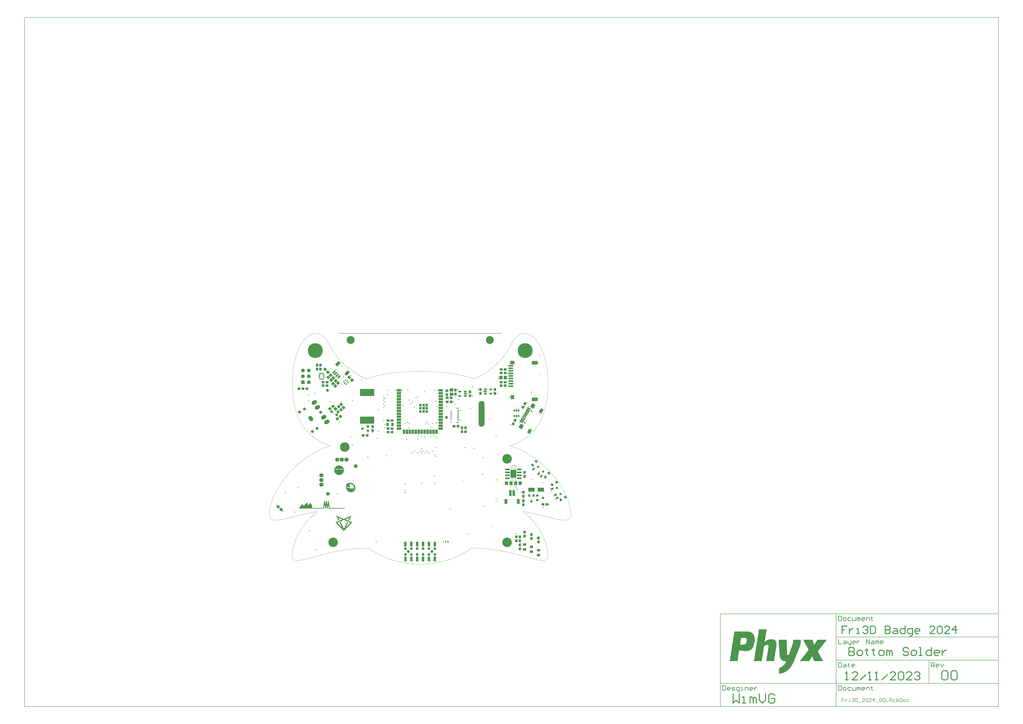
<source format=gbs>
G04*
G04 #@! TF.GenerationSoftware,Altium Limited,Altium Designer,23.10.1 (27)*
G04*
G04 Layer_Color=16711935*
%FSLAX25Y25*%
%MOIN*%
G70*
G04*
G04 #@! TF.SameCoordinates,664102A9-8D34-4006-9C4C-70EFF305EB16*
G04*
G04*
G04 #@! TF.FilePolarity,Negative*
G04*
G01*
G75*
%ADD10C,0.00394*%
%ADD11C,0.00591*%
%ADD13C,0.00787*%
%ADD14C,0.01575*%
%ADD15C,0.00984*%
%ADD30C,0.00394*%
%ADD31C,0.13386*%
%ADD32C,0.04724*%
%ADD33C,0.05118*%
%ADD34C,0.02953*%
G04:AMPARAMS|DCode=35|XSize=94.49mil|YSize=66.93mil|CornerRadius=0mil|HoleSize=0mil|Usage=FLASHONLY|Rotation=33.000|XOffset=0mil|YOffset=0mil|HoleType=Round|Shape=Round|*
%AMOVALD35*
21,1,0.02756,0.06693,0.00000,0.00000,33.0*
1,1,0.06693,-0.01156,-0.00751*
1,1,0.06693,0.01156,0.00751*
%
%ADD35OVALD35*%

G04:AMPARAMS|DCode=36|XSize=94.49mil|YSize=66.93mil|CornerRadius=0mil|HoleSize=0mil|Usage=FLASHONLY|Rotation=303.000|XOffset=0mil|YOffset=0mil|HoleType=Round|Shape=Round|*
%AMOVALD36*
21,1,0.02756,0.06693,0.00000,0.00000,303.0*
1,1,0.06693,-0.00751,0.01156*
1,1,0.06693,0.00751,-0.01156*
%
%ADD36OVALD36*%

%ADD37C,0.06299*%
%ADD38C,0.07087*%
%ADD39C,0.25197*%
%ADD40O,0.10236X0.43701*%
%ADD41C,0.03937*%
%ADD42R,0.06299X0.06299*%
%ADD68R,0.05512X0.06299*%
%ADD109R,0.07284X0.03937*%
%ADD110R,0.03937X0.07284*%
%ADD111R,0.03937X0.03937*%
%ADD112R,0.03937X0.08268*%
%ADD113R,0.04724X0.04331*%
G04:AMPARAMS|DCode=114|XSize=43.31mil|YSize=47.24mil|CornerRadius=0mil|HoleSize=0mil|Usage=FLASHONLY|Rotation=45.000|XOffset=0mil|YOffset=0mil|HoleType=Round|Shape=Rectangle|*
%AMROTATEDRECTD114*
4,1,4,0.00139,-0.03202,-0.03202,0.00139,-0.00139,0.03202,0.03202,-0.00139,0.00139,-0.03202,0.0*
%
%ADD114ROTATEDRECTD114*%

G04:AMPARAMS|DCode=115|XSize=15.75mil|YSize=61.02mil|CornerRadius=0mil|HoleSize=0mil|Usage=FLASHONLY|Rotation=240.000|XOffset=0mil|YOffset=0mil|HoleType=Round|Shape=Rectangle|*
%AMROTATEDRECTD115*
4,1,4,-0.02249,0.02208,0.03036,-0.00844,0.02249,-0.02208,-0.03036,0.00844,-0.02249,0.02208,0.0*
%
%ADD115ROTATEDRECTD115*%

G04:AMPARAMS|DCode=116|XSize=74.8mil|YSize=61.02mil|CornerRadius=0mil|HoleSize=0mil|Usage=FLASHONLY|Rotation=240.000|XOffset=0mil|YOffset=0mil|HoleType=Round|Shape=Rectangle|*
%AMROTATEDRECTD116*
4,1,4,-0.00772,0.04765,0.04513,0.01714,0.00772,-0.04765,-0.04513,-0.01714,-0.00772,0.04765,0.0*
%
%ADD116ROTATEDRECTD116*%

G04:AMPARAMS|DCode=117|XSize=74.8mil|YSize=51.18mil|CornerRadius=0mil|HoleSize=0mil|Usage=FLASHONLY|Rotation=240.000|XOffset=0mil|YOffset=0mil|HoleType=Round|Shape=Rectangle|*
%AMROTATEDRECTD117*
4,1,4,-0.00346,0.04519,0.04086,0.01959,0.00346,-0.04519,-0.04086,-0.01959,-0.00346,0.04519,0.0*
%
%ADD117ROTATEDRECTD117*%

%ADD118R,0.06299X0.05512*%
%ADD119R,0.08268X0.03150*%
%ADD120R,0.05906X0.06693*%
%ADD121R,0.06693X0.05906*%
%ADD122R,0.09843X0.05906*%
%ADD123R,0.03032X0.01575*%
%ADD124R,0.04331X0.04724*%
G04:AMPARAMS|DCode=125|XSize=43.31mil|YSize=47.24mil|CornerRadius=0mil|HoleSize=0mil|Usage=FLASHONLY|Rotation=306.000|XOffset=0mil|YOffset=0mil|HoleType=Round|Shape=Rectangle|*
%AMROTATEDRECTD125*
4,1,4,-0.03184,0.00363,0.00638,0.03140,0.03184,-0.00363,-0.00638,-0.03140,-0.03184,0.00363,0.0*
%
%ADD125ROTATEDRECTD125*%

G04:AMPARAMS|DCode=126|XSize=37.4mil|YSize=43.31mil|CornerRadius=0mil|HoleSize=0mil|Usage=FLASHONLY|Rotation=36.000|XOffset=0mil|YOffset=0mil|HoleType=Round|Shape=Rectangle|*
%AMROTATEDRECTD126*
4,1,4,-0.00240,-0.02851,-0.02786,0.00653,0.00240,0.02851,0.02786,-0.00653,-0.00240,-0.02851,0.0*
%
%ADD126ROTATEDRECTD126*%

G04:AMPARAMS|DCode=127|XSize=37.4mil|YSize=43.31mil|CornerRadius=0mil|HoleSize=0mil|Usage=FLASHONLY|Rotation=36.000|XOffset=0mil|YOffset=0mil|HoleType=Round|Shape=Rectangle|*
%AMROTATEDRECTD127*
4,1,4,-0.00240,-0.02851,-0.02786,0.00653,0.00240,0.02851,0.02786,-0.00653,-0.00240,-0.02851,0.0*
%
%ADD127ROTATEDRECTD127*%

G04:AMPARAMS|DCode=128|XSize=43.31mil|YSize=47.24mil|CornerRadius=0mil|HoleSize=0mil|Usage=FLASHONLY|Rotation=216.000|XOffset=0mil|YOffset=0mil|HoleType=Round|Shape=Rectangle|*
%AMROTATEDRECTD128*
4,1,4,0.00363,0.03184,0.03140,-0.00638,-0.00363,-0.03184,-0.03140,0.00638,0.00363,0.03184,0.0*
%
%ADD128ROTATEDRECTD128*%

%ADD129R,0.04331X0.01772*%
%ADD130R,0.02362X0.01575*%
%ADD131R,0.02658X0.01772*%
%ADD132R,0.01752X0.02658*%
%ADD133R,0.01772X0.02658*%
%ADD134R,0.04724X0.07874*%
%ADD135R,0.04331X0.10236*%
%ADD136R,0.04331X0.05512*%
G04:AMPARAMS|DCode=137|XSize=19.69mil|YSize=21.66mil|CornerRadius=0mil|HoleSize=0mil|Usage=FLASHONLY|Rotation=45.000|XOffset=0mil|YOffset=0mil|HoleType=Round|Shape=Rectangle|*
%AMROTATEDRECTD137*
4,1,4,0.00070,-0.01462,-0.01462,0.00070,-0.00070,0.01462,0.01462,-0.00070,0.00070,-0.01462,0.0*
%
%ADD137ROTATEDRECTD137*%

G04:AMPARAMS|DCode=138|XSize=19.69mil|YSize=21.66mil|CornerRadius=0mil|HoleSize=0mil|Usage=FLASHONLY|Rotation=135.000|XOffset=0mil|YOffset=0mil|HoleType=Round|Shape=Rectangle|*
%AMROTATEDRECTD138*
4,1,4,0.01462,0.00070,-0.00070,-0.01462,-0.01462,-0.00070,0.00070,0.01462,0.01462,0.00070,0.0*
%
%ADD138ROTATEDRECTD138*%

%ADD139R,0.04921X0.02756*%
%ADD140R,0.24016X0.12205*%
%ADD141R,0.02559X0.03543*%
%ADD142R,0.02362X0.02756*%
G04:AMPARAMS|DCode=143|XSize=27.56mil|YSize=64.96mil|CornerRadius=0mil|HoleSize=0mil|Usage=FLASHONLY|Rotation=315.000|XOffset=0mil|YOffset=0mil|HoleType=Round|Shape=Rectangle|*
%AMROTATEDRECTD143*
4,1,4,-0.03271,-0.01322,0.01322,0.03271,0.03271,0.01322,-0.01322,-0.03271,-0.03271,-0.01322,0.0*
%
%ADD143ROTATEDRECTD143*%

G04:AMPARAMS|DCode=144|XSize=51.18mil|YSize=82.68mil|CornerRadius=0mil|HoleSize=0mil|Usage=FLASHONLY|Rotation=135.000|XOffset=0mil|YOffset=0mil|HoleType=Round|Shape=Rectangle|*
%AMROTATEDRECTD144*
4,1,4,0.04733,0.01114,-0.01114,-0.04733,-0.04733,-0.01114,0.01114,0.04733,0.04733,0.01114,0.0*
%
%ADD144ROTATEDRECTD144*%

%ADD145O,0.08268X0.02756*%
%ADD146R,0.09882X0.13386*%
%ADD147R,0.04331X0.03740*%
%ADD148R,0.04331X0.03740*%
%ADD149R,0.05512X0.04331*%
G04:AMPARAMS|DCode=150|XSize=31.5mil|YSize=47.24mil|CornerRadius=0mil|HoleSize=0mil|Usage=FLASHONLY|Rotation=137.000|XOffset=0mil|YOffset=0mil|HoleType=Round|Shape=Rectangle|*
%AMROTATEDRECTD150*
4,1,4,0.02763,0.00654,-0.00459,-0.02802,-0.02763,-0.00654,0.00459,0.02802,0.02763,0.00654,0.0*
%
%ADD150ROTATEDRECTD150*%

G04:AMPARAMS|DCode=151|XSize=43.31mil|YSize=35.43mil|CornerRadius=0mil|HoleSize=0mil|Usage=FLASHONLY|Rotation=137.000|XOffset=0mil|YOffset=0mil|HoleType=Round|Shape=Rectangle|*
%AMROTATEDRECTD151*
4,1,4,0.02792,-0.00181,0.00375,-0.02773,-0.02792,0.00181,-0.00375,0.02773,0.02792,-0.00181,0.0*
%
%ADD151ROTATEDRECTD151*%

G04:AMPARAMS|DCode=152|XSize=43.31mil|YSize=47.24mil|CornerRadius=0mil|HoleSize=0mil|Usage=FLASHONLY|Rotation=150.000|XOffset=0mil|YOffset=0mil|HoleType=Round|Shape=Rectangle|*
%AMROTATEDRECTD152*
4,1,4,0.03056,0.00963,0.00694,-0.03128,-0.03056,-0.00963,-0.00694,0.03128,0.03056,0.00963,0.0*
%
%ADD152ROTATEDRECTD152*%

G04:AMPARAMS|DCode=153|XSize=43.31mil|YSize=47.24mil|CornerRadius=0mil|HoleSize=0mil|Usage=FLASHONLY|Rotation=315.000|XOffset=0mil|YOffset=0mil|HoleType=Round|Shape=Rectangle|*
%AMROTATEDRECTD153*
4,1,4,-0.03202,-0.00139,0.00139,0.03202,0.03202,0.00139,-0.00139,-0.03202,-0.03202,-0.00139,0.0*
%
%ADD153ROTATEDRECTD153*%

G04:AMPARAMS|DCode=154|XSize=31.5mil|YSize=47.24mil|CornerRadius=0mil|HoleSize=0mil|Usage=FLASHONLY|Rotation=120.000|XOffset=0mil|YOffset=0mil|HoleType=Round|Shape=Rectangle|*
%AMROTATEDRECTD154*
4,1,4,0.02833,-0.00183,-0.01258,-0.02545,-0.02833,0.00183,0.01258,0.02545,0.02833,-0.00183,0.0*
%
%ADD154ROTATEDRECTD154*%

G04:AMPARAMS|DCode=155|XSize=43.31mil|YSize=35.43mil|CornerRadius=0mil|HoleSize=0mil|Usage=FLASHONLY|Rotation=120.000|XOffset=0mil|YOffset=0mil|HoleType=Round|Shape=Rectangle|*
%AMROTATEDRECTD155*
4,1,4,0.02617,-0.00989,-0.00452,-0.02761,-0.02617,0.00989,0.00452,0.02761,0.02617,-0.00989,0.0*
%
%ADD155ROTATEDRECTD155*%

%ADD156R,0.10630X0.07087*%
%ADD157R,0.03740X0.04331*%
%ADD158R,0.03740X0.04331*%
%ADD159C,0.16142*%
%ADD160C,0.01772*%
G36*
X-136772Y167794D02*
X-136735Y167783D01*
X-136701Y167764D01*
X-136671Y167740D01*
X-136647Y167710D01*
X-136628Y167676D01*
X-136627Y167670D01*
X-136043D01*
X-136004Y167666D01*
X-135968Y167655D01*
X-135933Y167636D01*
X-135903Y167612D01*
X-135879Y167582D01*
X-135860Y167548D01*
X-135859Y167542D01*
X-135531D01*
X-135493Y167538D01*
X-135456Y167527D01*
X-135421Y167508D01*
X-135391Y167484D01*
X-135367Y167454D01*
X-135348Y167420D01*
X-135347Y167414D01*
X-135147D01*
X-135109Y167410D01*
X-135072Y167399D01*
X-135037Y167380D01*
X-135007Y167356D01*
X-134983Y167326D01*
X-134965Y167292D01*
X-134963Y167286D01*
X-134763D01*
X-134725Y167282D01*
X-134688Y167271D01*
X-134653Y167253D01*
X-134624Y167228D01*
X-134599Y167198D01*
X-134581Y167164D01*
X-134579Y167158D01*
X-134507D01*
X-134469Y167154D01*
X-134432Y167143D01*
X-134397Y167124D01*
X-134368Y167100D01*
X-134343Y167070D01*
X-134325Y167036D01*
X-134323Y167030D01*
X-134251D01*
X-134213Y167026D01*
X-134176Y167015D01*
X-134142Y166997D01*
X-134112Y166972D01*
X-134087Y166942D01*
X-134069Y166908D01*
X-134067Y166902D01*
X-133995D01*
X-133957Y166898D01*
X-133920Y166887D01*
X-133886Y166868D01*
X-133856Y166844D01*
X-133831Y166814D01*
X-133813Y166780D01*
X-133811Y166774D01*
X-133739D01*
X-133701Y166770D01*
X-133664Y166759D01*
X-133630Y166741D01*
X-133600Y166716D01*
X-133575Y166686D01*
X-133557Y166652D01*
X-133555Y166646D01*
X-133484D01*
X-133445Y166642D01*
X-133408Y166631D01*
X-133374Y166613D01*
X-133344Y166588D01*
X-133319Y166558D01*
X-133301Y166524D01*
X-133296Y166508D01*
X-133280Y166503D01*
X-133246Y166485D01*
X-133216Y166460D01*
X-133191Y166430D01*
X-133173Y166396D01*
X-133171Y166390D01*
X-133100D01*
X-133061Y166386D01*
X-133024Y166375D01*
X-132990Y166357D01*
X-132960Y166332D01*
X-132935Y166302D01*
X-132917Y166268D01*
X-132912Y166252D01*
X-132896Y166247D01*
X-132862Y166229D01*
X-132832Y166204D01*
X-132807Y166174D01*
X-132789Y166140D01*
X-132787Y166132D01*
X-132784Y166124D01*
X-132768Y166119D01*
X-132734Y166101D01*
X-132704Y166076D01*
X-132679Y166046D01*
X-132661Y166012D01*
X-132659Y166006D01*
X-132588D01*
X-132549Y166002D01*
X-132512Y165991D01*
X-132478Y165973D01*
X-132448Y165948D01*
X-132423Y165918D01*
X-132405Y165884D01*
X-132400Y165868D01*
X-132384Y165863D01*
X-132350Y165845D01*
X-132320Y165820D01*
X-132295Y165790D01*
X-132277Y165756D01*
X-132272Y165740D01*
X-132256Y165735D01*
X-132222Y165717D01*
X-132192Y165692D01*
X-132167Y165662D01*
X-132149Y165628D01*
X-132144Y165612D01*
X-132128Y165607D01*
X-132094Y165589D01*
X-132064Y165564D01*
X-132039Y165534D01*
X-132021Y165500D01*
X-132016Y165484D01*
X-132000Y165479D01*
X-131966Y165461D01*
X-131936Y165436D01*
X-131911Y165406D01*
X-131893Y165372D01*
X-131888Y165356D01*
X-131872Y165351D01*
X-131838Y165333D01*
X-131808Y165308D01*
X-131783Y165278D01*
X-131765Y165244D01*
X-131760Y165228D01*
X-131744Y165223D01*
X-131710Y165205D01*
X-131680Y165180D01*
X-131655Y165150D01*
X-131637Y165116D01*
X-131632Y165100D01*
X-131616Y165095D01*
X-131582Y165077D01*
X-131552Y165052D01*
X-131527Y165022D01*
X-131509Y164988D01*
X-131504Y164972D01*
X-131488Y164967D01*
X-131454Y164949D01*
X-131424Y164924D01*
X-131399Y164894D01*
X-131381Y164860D01*
X-131370Y164823D01*
X-131366Y164784D01*
Y164713D01*
X-131360Y164711D01*
X-131326Y164693D01*
X-131296Y164668D01*
X-131271Y164638D01*
X-131253Y164604D01*
X-131248Y164588D01*
X-131232Y164583D01*
X-131198Y164565D01*
X-131168Y164540D01*
X-131143Y164510D01*
X-131125Y164476D01*
X-131120Y164460D01*
X-131104Y164455D01*
X-131070Y164437D01*
X-131040Y164412D01*
X-131016Y164382D01*
X-130997Y164348D01*
X-130986Y164311D01*
X-130982Y164272D01*
Y164201D01*
X-130976Y164199D01*
X-130942Y164181D01*
X-130912Y164156D01*
X-130887Y164126D01*
X-130869Y164092D01*
X-130864Y164076D01*
X-130848Y164071D01*
X-130814Y164053D01*
X-130784Y164028D01*
X-130760Y163998D01*
X-130741Y163964D01*
X-130730Y163927D01*
X-130726Y163889D01*
Y163817D01*
X-130720Y163815D01*
X-130686Y163797D01*
X-130656Y163772D01*
X-130631Y163742D01*
X-130613Y163708D01*
X-130602Y163671D01*
X-130598Y163633D01*
Y163561D01*
X-130592Y163559D01*
X-130558Y163541D01*
X-130528Y163516D01*
X-130503Y163487D01*
X-130485Y163452D01*
X-130474Y163415D01*
X-130470Y163377D01*
Y163305D01*
X-130464Y163303D01*
X-130430Y163285D01*
X-130400Y163260D01*
X-130376Y163231D01*
X-130357Y163196D01*
X-130346Y163159D01*
X-130342Y163121D01*
Y163049D01*
X-130336Y163047D01*
X-130302Y163029D01*
X-130272Y163005D01*
X-130248Y162975D01*
X-130229Y162940D01*
X-130218Y162903D01*
X-130214Y162865D01*
Y162793D01*
X-130208Y162792D01*
X-130174Y162773D01*
X-130144Y162749D01*
X-130120Y162719D01*
X-130101Y162684D01*
X-130090Y162647D01*
X-130086Y162609D01*
Y162481D01*
Y162409D01*
X-130080Y162408D01*
X-130046Y162389D01*
X-130016Y162365D01*
X-129992Y162335D01*
X-129973Y162301D01*
X-129962Y162263D01*
X-129958Y162225D01*
Y162097D01*
Y161969D01*
Y161897D01*
X-129952Y161896D01*
X-129918Y161877D01*
X-129888Y161853D01*
X-129864Y161823D01*
X-129845Y161789D01*
X-129834Y161751D01*
X-129830Y161713D01*
Y161585D01*
Y161457D01*
Y161386D01*
X-129824Y161384D01*
X-129790Y161365D01*
X-129760Y161341D01*
X-129736Y161311D01*
X-129717Y161277D01*
X-129706Y161240D01*
X-129702Y161201D01*
Y161073D01*
Y160945D01*
Y160817D01*
Y160689D01*
Y160561D01*
Y160490D01*
X-129696Y160488D01*
X-129662Y160470D01*
X-129632Y160445D01*
X-129608Y160415D01*
X-129589Y160381D01*
X-129578Y160344D01*
X-129574Y160305D01*
Y160177D01*
Y160049D01*
Y159921D01*
Y159793D01*
Y159665D01*
Y159537D01*
Y159409D01*
Y159281D01*
Y159153D01*
Y159025D01*
X-129578Y158987D01*
X-129589Y158950D01*
X-129608Y158915D01*
X-129632Y158885D01*
X-129662Y158861D01*
X-129696Y158843D01*
X-129702Y158841D01*
Y158769D01*
Y158641D01*
Y158513D01*
Y158385D01*
Y158257D01*
Y158129D01*
X-129706Y158091D01*
X-129717Y158054D01*
X-129736Y158020D01*
X-129760Y157990D01*
X-129790Y157965D01*
X-129824Y157947D01*
X-129830Y157945D01*
Y157873D01*
Y157746D01*
Y157617D01*
X-129834Y157579D01*
X-129845Y157542D01*
X-129864Y157508D01*
X-129888Y157478D01*
X-129918Y157453D01*
X-129952Y157435D01*
X-129958Y157433D01*
Y157362D01*
Y157234D01*
Y157106D01*
X-129962Y157067D01*
X-129973Y157030D01*
X-129992Y156996D01*
X-130016Y156966D01*
X-130046Y156941D01*
X-130080Y156923D01*
X-130086Y156921D01*
Y156850D01*
X-130090Y156811D01*
X-130101Y156774D01*
X-130120Y156740D01*
X-130144Y156710D01*
X-130174Y156685D01*
X-130208Y156667D01*
X-130214Y156665D01*
Y156594D01*
Y156466D01*
X-130218Y156427D01*
X-130229Y156390D01*
X-130248Y156356D01*
X-130272Y156326D01*
X-130302Y156301D01*
X-130336Y156283D01*
X-130342Y156281D01*
Y156210D01*
X-130346Y156171D01*
X-130357Y156134D01*
X-130376Y156100D01*
X-130400Y156070D01*
X-130430Y156045D01*
X-130464Y156027D01*
X-130470Y156025D01*
Y155954D01*
X-130474Y155915D01*
X-130485Y155878D01*
X-130503Y155844D01*
X-130528Y155814D01*
X-130558Y155789D01*
X-130592Y155771D01*
X-130598Y155769D01*
Y155698D01*
X-130602Y155659D01*
X-130613Y155622D01*
X-130631Y155588D01*
X-130656Y155558D01*
X-130686Y155533D01*
X-130720Y155515D01*
X-130726Y155513D01*
Y155442D01*
X-130730Y155403D01*
X-130741Y155366D01*
X-130760Y155332D01*
X-130784Y155302D01*
X-130814Y155277D01*
X-130848Y155259D01*
X-130864Y155254D01*
X-130869Y155238D01*
X-130887Y155204D01*
X-130912Y155174D01*
X-130942Y155149D01*
X-130976Y155131D01*
X-130982Y155129D01*
Y155058D01*
X-130986Y155019D01*
X-130997Y154982D01*
X-131016Y154948D01*
X-131040Y154918D01*
X-131070Y154894D01*
X-131104Y154875D01*
X-131120Y154870D01*
X-131123Y154862D01*
X-131125Y154854D01*
X-131143Y154820D01*
X-131168Y154790D01*
X-131198Y154765D01*
X-131232Y154747D01*
X-131248Y154742D01*
X-131253Y154726D01*
X-131271Y154692D01*
X-131296Y154662D01*
X-131326Y154638D01*
X-131360Y154619D01*
X-131366Y154618D01*
Y154546D01*
X-131370Y154507D01*
X-131381Y154470D01*
X-131399Y154436D01*
X-131424Y154406D01*
X-131454Y154382D01*
X-131488Y154363D01*
X-131504Y154358D01*
X-131508Y154345D01*
X-131509Y154342D01*
X-131527Y154308D01*
X-131552Y154278D01*
X-131582Y154254D01*
X-131616Y154235D01*
X-131632Y154230D01*
X-131637Y154214D01*
X-131655Y154180D01*
X-131680Y154150D01*
X-131710Y154126D01*
X-131744Y154107D01*
X-131760Y154102D01*
X-131765Y154086D01*
X-131783Y154052D01*
X-131808Y154022D01*
X-131838Y153998D01*
X-131872Y153979D01*
X-131888Y153974D01*
X-131892Y153961D01*
X-131893Y153958D01*
X-131911Y153924D01*
X-131936Y153894D01*
X-131966Y153870D01*
X-132000Y153851D01*
X-132016Y153847D01*
X-132021Y153830D01*
X-132039Y153796D01*
X-132064Y153766D01*
X-132094Y153742D01*
X-132128Y153723D01*
X-132144Y153718D01*
X-132149Y153702D01*
X-132167Y153668D01*
X-132192Y153638D01*
X-132222Y153614D01*
X-132256Y153595D01*
X-132272Y153591D01*
X-132275Y153580D01*
X-132277Y153575D01*
X-132295Y153540D01*
X-132320Y153510D01*
X-132350Y153486D01*
X-132384Y153467D01*
X-132400Y153463D01*
X-132402Y153456D01*
X-132405Y153446D01*
X-132423Y153412D01*
X-132448Y153382D01*
X-132478Y153358D01*
X-132512Y153339D01*
X-132549Y153328D01*
X-132588Y153324D01*
X-132659D01*
X-132661Y153319D01*
X-132679Y153284D01*
X-132704Y153254D01*
X-132734Y153230D01*
X-132768Y153211D01*
X-132784Y153207D01*
X-132787Y153198D01*
X-132789Y153191D01*
X-132807Y153156D01*
X-132832Y153126D01*
X-132862Y153102D01*
X-132896Y153084D01*
X-132912Y153079D01*
X-132917Y153062D01*
X-132935Y153028D01*
X-132960Y152998D01*
X-132990Y152974D01*
X-133024Y152955D01*
X-133061Y152944D01*
X-133100Y152940D01*
X-133171D01*
X-133173Y152935D01*
X-133191Y152900D01*
X-133216Y152870D01*
X-133246Y152846D01*
X-133280Y152828D01*
X-133296Y152823D01*
X-133301Y152807D01*
X-133319Y152772D01*
X-133344Y152742D01*
X-133374Y152718D01*
X-133408Y152699D01*
X-133445Y152688D01*
X-133484Y152684D01*
X-133555D01*
X-133557Y152679D01*
X-133575Y152644D01*
X-133600Y152614D01*
X-133630Y152590D01*
X-133664Y152572D01*
X-133701Y152560D01*
X-133739Y152557D01*
X-133811D01*
X-133813Y152551D01*
X-133831Y152516D01*
X-133856Y152486D01*
X-133886Y152462D01*
X-133920Y152444D01*
X-133957Y152432D01*
X-133995Y152428D01*
X-134067D01*
X-134069Y152423D01*
X-134087Y152388D01*
X-134112Y152358D01*
X-134142Y152334D01*
X-134176Y152316D01*
X-134213Y152304D01*
X-134251Y152301D01*
X-134323D01*
X-134325Y152295D01*
X-134343Y152260D01*
X-134368Y152231D01*
X-134397Y152206D01*
X-134432Y152188D01*
X-134469Y152176D01*
X-134507Y152173D01*
X-134579D01*
X-134581Y152167D01*
X-134599Y152132D01*
X-134624Y152102D01*
X-134653Y152078D01*
X-134688Y152060D01*
X-134725Y152048D01*
X-134763Y152045D01*
X-134963D01*
X-134965Y152039D01*
X-134983Y152005D01*
X-135007Y151974D01*
X-135037Y151950D01*
X-135072Y151932D01*
X-135109Y151920D01*
X-135147Y151917D01*
X-135347D01*
X-135348Y151911D01*
X-135367Y151876D01*
X-135391Y151847D01*
X-135421Y151822D01*
X-135456Y151804D01*
X-135493Y151792D01*
X-135531Y151789D01*
X-135859D01*
X-135860Y151783D01*
X-135879Y151749D01*
X-135903Y151719D01*
X-135933Y151694D01*
X-135968Y151676D01*
X-136004Y151664D01*
X-136043Y151661D01*
X-136627D01*
X-136628Y151655D01*
X-136647Y151621D01*
X-136671Y151591D01*
X-136701Y151566D01*
X-136735Y151548D01*
X-136772Y151536D01*
X-136811Y151533D01*
X-138603D01*
X-138641Y151536D01*
X-138678Y151548D01*
X-138713Y151566D01*
X-138743Y151591D01*
X-138767Y151621D01*
X-138786Y151655D01*
X-138787Y151661D01*
X-139371D01*
X-139409Y151664D01*
X-139446Y151676D01*
X-139480Y151694D01*
X-139511Y151719D01*
X-139535Y151749D01*
X-139553Y151783D01*
X-139555Y151789D01*
X-139883D01*
X-139921Y151792D01*
X-139958Y151804D01*
X-139992Y151822D01*
X-140022Y151847D01*
X-140047Y151876D01*
X-140065Y151911D01*
X-140067Y151917D01*
X-140267D01*
X-140305Y151920D01*
X-140342Y151932D01*
X-140376Y151950D01*
X-140406Y151974D01*
X-140431Y152005D01*
X-140449Y152039D01*
X-140451Y152045D01*
X-140650D01*
X-140689Y152048D01*
X-140726Y152060D01*
X-140760Y152078D01*
X-140790Y152102D01*
X-140815Y152132D01*
X-140833Y152167D01*
X-140835Y152173D01*
X-140906D01*
X-140945Y152176D01*
X-140982Y152188D01*
X-141016Y152206D01*
X-141046Y152231D01*
X-141071Y152260D01*
X-141089Y152295D01*
X-141091Y152301D01*
X-141290D01*
X-141329Y152304D01*
X-141366Y152316D01*
X-141400Y152334D01*
X-141430Y152358D01*
X-141455Y152388D01*
X-141473Y152423D01*
X-141478Y152439D01*
X-141494Y152444D01*
X-141528Y152462D01*
X-141558Y152486D01*
X-141583Y152516D01*
X-141601Y152551D01*
X-141603Y152557D01*
X-141674D01*
X-141713Y152560D01*
X-141750Y152572D01*
X-141784Y152590D01*
X-141814Y152614D01*
X-141839Y152644D01*
X-141857Y152679D01*
X-141859Y152684D01*
X-141930D01*
X-141969Y152688D01*
X-142006Y152699D01*
X-142040Y152718D01*
X-142070Y152742D01*
X-142095Y152772D01*
X-142113Y152807D01*
X-142118Y152823D01*
X-142134Y152828D01*
X-142168Y152846D01*
X-142198Y152870D01*
X-142223Y152900D01*
X-142241Y152935D01*
X-142243Y152940D01*
X-142314D01*
X-142353Y152944D01*
X-142390Y152955D01*
X-142424Y152974D01*
X-142454Y152998D01*
X-142479Y153028D01*
X-142497Y153062D01*
X-142502Y153079D01*
X-142518Y153084D01*
X-142552Y153102D01*
X-142582Y153126D01*
X-142607Y153156D01*
X-142625Y153191D01*
X-142627Y153196D01*
X-142698D01*
X-142737Y153200D01*
X-142774Y153211D01*
X-142808Y153230D01*
X-142838Y153254D01*
X-142862Y153284D01*
X-142881Y153319D01*
X-142886Y153334D01*
X-142902Y153339D01*
X-142936Y153358D01*
X-142966Y153382D01*
X-142991Y153412D01*
X-143009Y153446D01*
X-143014Y153463D01*
X-143030Y153467D01*
X-143064Y153486D01*
X-143094Y153510D01*
X-143119Y153540D01*
X-143137Y153575D01*
X-143142Y153591D01*
X-143158Y153595D01*
X-143192Y153614D01*
X-143222Y153638D01*
X-143246Y153668D01*
X-143265Y153702D01*
X-143267Y153710D01*
X-143270Y153718D01*
X-143286Y153723D01*
X-143320Y153742D01*
X-143350Y153766D01*
X-143375Y153796D01*
X-143393Y153830D01*
X-143398Y153847D01*
X-143414Y153851D01*
X-143448Y153870D01*
X-143478Y153894D01*
X-143502Y153924D01*
X-143521Y153958D01*
X-143521Y153961D01*
X-143526Y153974D01*
X-143542Y153979D01*
X-143576Y153998D01*
X-143606Y154022D01*
X-143630Y154052D01*
X-143649Y154086D01*
X-143654Y154102D01*
X-143670Y154107D01*
X-143704Y154126D01*
X-143734Y154150D01*
X-143758Y154180D01*
X-143777Y154214D01*
X-143782Y154230D01*
X-143798Y154235D01*
X-143832Y154254D01*
X-143862Y154278D01*
X-143886Y154308D01*
X-143905Y154342D01*
X-143910Y154358D01*
X-143926Y154363D01*
X-143960Y154382D01*
X-143990Y154406D01*
X-144014Y154436D01*
X-144033Y154470D01*
X-144037Y154486D01*
X-144054Y154491D01*
X-144088Y154509D01*
X-144118Y154534D01*
X-144142Y154564D01*
X-144161Y154598D01*
X-144172Y154635D01*
X-144176Y154674D01*
Y154745D01*
X-144182Y154747D01*
X-144216Y154765D01*
X-144246Y154790D01*
X-144270Y154820D01*
X-144289Y154854D01*
X-144293Y154870D01*
X-144309Y154875D01*
X-144344Y154894D01*
X-144374Y154918D01*
X-144398Y154948D01*
X-144417Y154982D01*
X-144428Y155019D01*
X-144432Y155058D01*
Y155129D01*
X-144438Y155131D01*
X-144472Y155149D01*
X-144502Y155174D01*
X-144526Y155204D01*
X-144545Y155238D01*
X-144549Y155254D01*
X-144565Y155259D01*
X-144600Y155277D01*
X-144630Y155302D01*
X-144654Y155332D01*
X-144673Y155366D01*
X-144684Y155403D01*
X-144688Y155442D01*
Y155513D01*
X-144694Y155515D01*
X-144728Y155533D01*
X-144758Y155558D01*
X-144782Y155588D01*
X-144800Y155622D01*
X-144812Y155659D01*
X-144816Y155698D01*
Y155769D01*
X-144822Y155771D01*
X-144856Y155789D01*
X-144886Y155814D01*
X-144910Y155844D01*
X-144929Y155878D01*
X-144940Y155915D01*
X-144944Y155954D01*
Y156025D01*
X-144949Y156027D01*
X-144984Y156045D01*
X-145014Y156070D01*
X-145038Y156100D01*
X-145056Y156134D01*
X-145068Y156171D01*
X-145071Y156210D01*
Y156281D01*
X-145077Y156283D01*
X-145112Y156301D01*
X-145142Y156326D01*
X-145166Y156356D01*
X-145185Y156390D01*
X-145196Y156427D01*
X-145200Y156466D01*
Y156537D01*
X-145205Y156539D01*
X-145240Y156557D01*
X-145270Y156582D01*
X-145294Y156612D01*
X-145312Y156646D01*
X-145324Y156683D01*
X-145327Y156722D01*
Y156850D01*
Y156921D01*
X-145333Y156923D01*
X-145368Y156941D01*
X-145398Y156966D01*
X-145422Y156996D01*
X-145440Y157030D01*
X-145452Y157067D01*
X-145456Y157106D01*
Y157234D01*
Y157305D01*
X-145461Y157307D01*
X-145496Y157325D01*
X-145526Y157350D01*
X-145550Y157380D01*
X-145568Y157414D01*
X-145580Y157451D01*
X-145583Y157490D01*
Y157617D01*
Y157746D01*
Y157817D01*
X-145589Y157819D01*
X-145624Y157837D01*
X-145653Y157862D01*
X-145678Y157892D01*
X-145696Y157926D01*
X-145708Y157963D01*
X-145711Y158001D01*
Y158129D01*
Y158257D01*
Y158385D01*
Y158513D01*
Y158585D01*
X-145717Y158587D01*
X-145752Y158605D01*
X-145782Y158630D01*
X-145806Y158659D01*
X-145824Y158694D01*
X-145836Y158731D01*
X-145839Y158769D01*
Y158897D01*
Y159025D01*
Y159153D01*
Y159281D01*
Y159409D01*
Y159537D01*
Y159665D01*
Y159793D01*
Y159921D01*
Y160049D01*
Y160177D01*
Y160305D01*
Y160433D01*
Y160561D01*
X-145836Y160600D01*
X-145824Y160637D01*
X-145806Y160671D01*
X-145782Y160701D01*
X-145752Y160725D01*
X-145717Y160744D01*
X-145711Y160746D01*
Y160817D01*
Y160945D01*
Y161073D01*
Y161201D01*
Y161329D01*
X-145708Y161367D01*
X-145696Y161405D01*
X-145678Y161439D01*
X-145653Y161469D01*
X-145624Y161493D01*
X-145589Y161512D01*
X-145583Y161513D01*
Y161585D01*
Y161713D01*
Y161841D01*
X-145580Y161879D01*
X-145568Y161916D01*
X-145550Y161951D01*
X-145526Y161981D01*
X-145496Y162005D01*
X-145461Y162024D01*
X-145456Y162025D01*
Y162097D01*
Y162225D01*
X-145452Y162263D01*
X-145440Y162301D01*
X-145422Y162335D01*
X-145398Y162365D01*
X-145368Y162389D01*
X-145333Y162408D01*
X-145327Y162409D01*
Y162481D01*
Y162609D01*
X-145324Y162647D01*
X-145312Y162684D01*
X-145294Y162719D01*
X-145270Y162749D01*
X-145240Y162773D01*
X-145205Y162792D01*
X-145200Y162793D01*
Y162865D01*
X-145196Y162903D01*
X-145185Y162940D01*
X-145166Y162975D01*
X-145142Y163005D01*
X-145112Y163029D01*
X-145077Y163047D01*
X-145071Y163049D01*
Y163121D01*
X-145068Y163159D01*
X-145056Y163196D01*
X-145038Y163231D01*
X-145014Y163260D01*
X-144984Y163285D01*
X-144949Y163303D01*
X-144944Y163305D01*
Y163377D01*
X-144940Y163415D01*
X-144929Y163452D01*
X-144910Y163487D01*
X-144886Y163516D01*
X-144856Y163541D01*
X-144822Y163559D01*
X-144816Y163561D01*
Y163633D01*
X-144812Y163671D01*
X-144800Y163708D01*
X-144782Y163742D01*
X-144758Y163772D01*
X-144728Y163797D01*
X-144694Y163815D01*
X-144688Y163817D01*
Y163889D01*
X-144684Y163927D01*
X-144673Y163964D01*
X-144654Y163998D01*
X-144630Y164028D01*
X-144600Y164053D01*
X-144565Y164071D01*
X-144549Y164076D01*
X-144545Y164092D01*
X-144526Y164126D01*
X-144502Y164156D01*
X-144472Y164181D01*
X-144438Y164199D01*
X-144432Y164201D01*
Y164272D01*
X-144428Y164311D01*
X-144417Y164348D01*
X-144398Y164382D01*
X-144374Y164412D01*
X-144344Y164437D01*
X-144309Y164455D01*
X-144293Y164460D01*
X-144289Y164476D01*
X-144270Y164510D01*
X-144246Y164540D01*
X-144216Y164565D01*
X-144182Y164583D01*
X-144176Y164585D01*
Y164656D01*
X-144172Y164695D01*
X-144161Y164732D01*
X-144142Y164766D01*
X-144118Y164796D01*
X-144088Y164821D01*
X-144054Y164839D01*
X-144037Y164844D01*
X-144033Y164860D01*
X-144014Y164894D01*
X-143990Y164924D01*
X-143960Y164949D01*
X-143926Y164967D01*
X-143910Y164972D01*
X-143905Y164988D01*
X-143886Y165022D01*
X-143862Y165052D01*
X-143832Y165077D01*
X-143798Y165095D01*
X-143782Y165100D01*
X-143777Y165116D01*
X-143758Y165150D01*
X-143734Y165180D01*
X-143704Y165205D01*
X-143670Y165223D01*
X-143654Y165228D01*
X-143653Y165228D01*
X-143649Y165244D01*
X-143630Y165278D01*
X-143606Y165308D01*
X-143576Y165333D01*
X-143542Y165351D01*
X-143526Y165356D01*
X-143521Y165372D01*
X-143502Y165406D01*
X-143478Y165436D01*
X-143448Y165461D01*
X-143414Y165479D01*
X-143398Y165484D01*
X-143393Y165500D01*
X-143375Y165534D01*
X-143350Y165564D01*
X-143320Y165589D01*
X-143286Y165607D01*
X-143270Y165612D01*
X-143265Y165628D01*
X-143246Y165662D01*
X-143222Y165692D01*
X-143192Y165717D01*
X-143158Y165735D01*
X-143142Y165740D01*
X-143137Y165756D01*
X-143119Y165790D01*
X-143094Y165820D01*
X-143064Y165845D01*
X-143030Y165863D01*
X-143014Y165868D01*
X-143009Y165884D01*
X-142991Y165918D01*
X-142966Y165948D01*
X-142936Y165973D01*
X-142902Y165991D01*
X-142886Y165996D01*
X-142881Y166012D01*
X-142862Y166046D01*
X-142838Y166076D01*
X-142808Y166101D01*
X-142774Y166119D01*
X-142737Y166130D01*
X-142698Y166134D01*
X-142627D01*
X-142625Y166140D01*
X-142607Y166174D01*
X-142582Y166204D01*
X-142552Y166229D01*
X-142518Y166247D01*
X-142502Y166252D01*
X-142497Y166268D01*
X-142479Y166302D01*
X-142454Y166332D01*
X-142424Y166357D01*
X-142390Y166375D01*
X-142353Y166386D01*
X-142314Y166390D01*
X-142243D01*
X-142241Y166396D01*
X-142223Y166430D01*
X-142198Y166460D01*
X-142168Y166485D01*
X-142134Y166503D01*
X-142118Y166508D01*
X-142113Y166524D01*
X-142095Y166558D01*
X-142070Y166588D01*
X-142040Y166613D01*
X-142006Y166631D01*
X-141969Y166642D01*
X-141930Y166646D01*
X-141859D01*
X-141857Y166652D01*
X-141839Y166686D01*
X-141814Y166716D01*
X-141784Y166741D01*
X-141750Y166759D01*
X-141713Y166770D01*
X-141674Y166774D01*
X-141603D01*
X-141601Y166780D01*
X-141583Y166814D01*
X-141558Y166844D01*
X-141528Y166868D01*
X-141494Y166887D01*
X-141457Y166898D01*
X-141418Y166902D01*
X-141347D01*
X-141345Y166908D01*
X-141327Y166942D01*
X-141302Y166972D01*
X-141272Y166997D01*
X-141238Y167015D01*
X-141201Y167026D01*
X-141162Y167030D01*
X-141091D01*
X-141089Y167036D01*
X-141071Y167070D01*
X-141046Y167100D01*
X-141016Y167124D01*
X-140982Y167143D01*
X-140945Y167154D01*
X-140906Y167158D01*
X-140835D01*
X-140833Y167164D01*
X-140815Y167198D01*
X-140790Y167228D01*
X-140760Y167253D01*
X-140726Y167271D01*
X-140689Y167282D01*
X-140650Y167286D01*
X-140451D01*
X-140449Y167292D01*
X-140431Y167326D01*
X-140406Y167356D01*
X-140376Y167380D01*
X-140342Y167399D01*
X-140305Y167410D01*
X-140267Y167414D01*
X-140067D01*
X-140065Y167420D01*
X-140047Y167454D01*
X-140022Y167484D01*
X-139992Y167508D01*
X-139958Y167527D01*
X-139921Y167538D01*
X-139883Y167542D01*
X-139555D01*
X-139553Y167548D01*
X-139535Y167582D01*
X-139511Y167612D01*
X-139480Y167636D01*
X-139446Y167655D01*
X-139409Y167666D01*
X-139371Y167670D01*
X-138787D01*
X-138786Y167676D01*
X-138767Y167710D01*
X-138743Y167740D01*
X-138713Y167764D01*
X-138678Y167783D01*
X-138641Y167794D01*
X-138603Y167798D01*
X-136811D01*
X-136772Y167794D01*
D02*
G37*
G36*
X-119995Y138516D02*
X-119995Y138516D01*
X-119995Y138516D01*
X-119979Y138515D01*
X-119961Y138513D01*
X-119947Y138514D01*
X-119927Y138516D01*
X-119927D01*
X-119927D01*
X-119927D01*
X-119858Y138515D01*
X-119824Y138512D01*
X-119800Y138514D01*
X-119790Y138515D01*
X-119790D01*
X-119790D01*
X-119721Y138514D01*
X-119721D01*
X-119721D01*
X-119709Y138513D01*
X-119687Y138510D01*
X-119653Y138514D01*
X-118489Y138503D01*
D01*
X-118489D01*
X-118484Y138503D01*
X-118450Y138499D01*
X-118425Y138491D01*
X-118413Y138488D01*
X-118394Y138478D01*
X-118379Y138469D01*
X-118349Y138444D01*
Y138444D01*
X-118349D01*
X-118325Y138414D01*
X-118307Y138380D01*
X-118299Y138353D01*
X-118296Y138342D01*
X-118292Y138304D01*
Y138304D01*
Y138304D01*
X-118293Y138235D01*
X-118294Y138227D01*
X-118297Y138197D01*
X-118309Y138160D01*
X-118309Y138160D01*
D01*
X-118327Y138126D01*
X-118336Y138115D01*
X-118352Y138096D01*
X-118375Y138077D01*
X-118383Y138072D01*
X-118414Y138055D01*
X-118417Y138054D01*
D01*
X-118417Y138054D01*
X-118432Y138049D01*
X-118454Y138043D01*
X-118493Y138039D01*
X-118493D01*
D01*
D01*
X-118550Y138040D01*
X-118558Y138029D01*
X-118558Y138029D01*
X-118558Y138029D01*
X-118566Y138023D01*
X-118588Y138005D01*
X-118588Y138005D01*
X-118589Y138005D01*
X-118599Y137999D01*
X-118623Y137987D01*
X-118623Y137987D01*
X-118623Y137987D01*
X-118635Y137983D01*
X-118660Y137976D01*
X-118660Y137976D01*
X-118660Y137976D01*
X-118678Y137974D01*
X-118699Y137973D01*
X-118699Y137973D01*
X-118699Y137973D01*
X-118756Y137973D01*
X-118756Y137972D01*
X-118764Y137963D01*
X-118764Y137963D01*
X-118764Y137963D01*
X-118776Y137953D01*
X-118795Y137938D01*
X-118798Y137936D01*
X-118804Y137934D01*
X-118805Y137932D01*
X-118808Y137925D01*
X-118809Y137925D01*
X-118809Y137924D01*
X-118825Y137905D01*
X-118833Y137895D01*
X-118833Y137895D01*
X-118833Y137895D01*
X-118859Y137874D01*
X-118864Y137870D01*
X-118864D01*
X-118864Y137870D01*
X-118873Y137866D01*
X-118878Y137857D01*
X-118878Y137857D01*
X-118878Y137857D01*
X-118890Y137842D01*
X-118902Y137827D01*
X-118903Y137827D01*
X-118903Y137827D01*
X-118933Y137803D01*
X-118965Y137786D01*
X-118967Y137785D01*
D01*
X-118967Y137785D01*
X-118990Y137778D01*
X-118997Y137755D01*
X-118997Y137755D01*
Y137755D01*
X-119007Y137738D01*
X-119016Y137721D01*
X-119016Y137721D01*
X-119016Y137721D01*
X-119026Y137708D01*
X-119041Y137691D01*
X-119071Y137667D01*
X-119071Y137667D01*
X-119071Y137667D01*
X-119080Y137662D01*
X-119080Y137662D01*
X-119085Y137653D01*
X-119110Y137623D01*
X-119140Y137599D01*
X-119149Y137594D01*
X-119154Y137585D01*
X-119179Y137555D01*
X-119209Y137531D01*
X-119218Y137526D01*
X-119223Y137517D01*
X-119248Y137487D01*
X-119248Y137487D01*
X-119248Y137487D01*
X-119254Y137482D01*
X-119258Y137479D01*
X-119259Y137422D01*
X-119263Y137383D01*
X-119266Y137374D01*
X-119275Y137346D01*
X-119293Y137312D01*
X-119318Y137283D01*
X-119348Y137258D01*
X-119357Y137253D01*
X-119362Y137244D01*
X-119387Y137215D01*
X-119417Y137190D01*
X-119427Y137186D01*
X-119431Y137177D01*
X-119431Y137177D01*
X-119431Y137177D01*
X-119445Y137160D01*
X-119456Y137147D01*
X-119456Y137147D01*
X-119456Y137147D01*
X-119467Y137138D01*
X-119467Y137081D01*
X-119467Y137081D01*
X-119467Y137081D01*
X-119469Y137066D01*
X-119472Y137043D01*
X-119472Y137043D01*
Y137043D01*
X-119474Y137036D01*
X-119483Y137006D01*
X-119483Y137006D01*
X-119483Y137006D01*
X-119493Y136988D01*
X-119502Y136972D01*
X-119502Y136972D01*
X-119502Y136972D01*
X-119515Y136955D01*
X-119527Y136942D01*
X-119527Y136942D01*
X-119527Y136942D01*
X-119537Y136933D01*
X-119538Y136876D01*
X-119541Y136842D01*
X-119538Y136808D01*
D01*
Y136808D01*
X-119539Y136740D01*
X-119541Y136720D01*
X-119543Y136701D01*
X-119543Y136701D01*
X-119543Y136701D01*
X-119551Y136676D01*
X-119555Y136664D01*
X-119555Y136664D01*
X-119555Y136664D01*
X-119567Y136642D01*
X-119573Y136630D01*
X-119573Y136630D01*
X-119573Y136630D01*
X-119587Y136614D01*
X-119598Y136600D01*
X-119598Y136600D01*
X-119598Y136600D01*
X-119609Y136592D01*
X-119609Y136535D01*
Y136535D01*
Y136535D01*
X-119613Y136496D01*
X-119622Y136470D01*
X-119625Y136459D01*
X-119625Y136459D01*
D01*
X-119627Y136456D01*
X-119643Y136425D01*
X-119668Y136395D01*
X-119668Y136395D01*
X-119668Y136395D01*
X-119679Y136387D01*
X-119679Y136330D01*
Y136330D01*
Y136330D01*
X-119681Y136318D01*
X-119683Y136295D01*
X-119681Y136272D01*
X-119680Y136261D01*
Y136261D01*
Y136261D01*
X-119681Y136193D01*
Y136193D01*
Y136193D01*
X-119682Y136180D01*
X-119684Y136159D01*
X-119683Y136142D01*
X-119681Y136124D01*
Y136124D01*
D01*
D01*
X-119682Y136056D01*
X-119686Y136017D01*
X-119694Y135991D01*
X-119697Y135980D01*
X-119698Y135980D01*
D01*
X-119716Y135946D01*
X-119733Y135926D01*
X-119741Y135917D01*
X-119741Y135917D01*
X-119741Y135917D01*
X-119752Y135908D01*
X-119752Y135851D01*
D01*
X-119753Y135783D01*
Y135783D01*
Y135783D01*
X-119753Y135714D01*
Y135714D01*
Y135714D01*
X-119754Y135646D01*
Y135646D01*
X-119755Y135577D01*
Y135577D01*
Y135577D01*
X-119756Y135559D01*
X-119758Y135543D01*
X-119757Y135531D01*
X-119755Y135509D01*
Y135509D01*
Y135509D01*
X-119756Y135440D01*
X-119758Y135417D01*
X-119759Y135406D01*
X-119756Y135372D01*
Y135372D01*
D01*
D01*
X-119757Y135303D01*
X-119761Y135269D01*
X-119759Y135256D01*
X-119757Y135235D01*
X-119758Y135166D01*
Y135166D01*
Y135166D01*
X-119760Y135149D01*
X-119762Y135132D01*
X-119759Y135098D01*
X-119759Y135029D01*
Y135029D01*
Y135029D01*
X-119761Y135012D01*
X-119763Y134995D01*
X-119760Y134961D01*
X-119761Y134892D01*
X-119764Y134858D01*
X-119761Y134824D01*
Y134824D01*
Y134824D01*
X-119762Y134755D01*
X-119764Y134731D01*
X-119765Y134721D01*
X-119762Y134687D01*
Y134687D01*
Y134687D01*
X-119763Y134618D01*
Y134618D01*
Y134618D01*
X-119764Y134550D01*
D01*
X-119764Y134482D01*
D01*
X-119765Y134413D01*
Y134413D01*
Y134413D01*
X-119765Y134345D01*
X-119765Y134344D01*
X-119765Y134344D01*
X-119766Y134276D01*
Y134276D01*
X-119766Y134219D01*
X-119756Y134210D01*
X-119756Y134210D01*
X-119756Y134210D01*
X-119741Y134192D01*
X-119732Y134180D01*
X-119731Y134180D01*
X-119731Y134180D01*
X-119719Y134156D01*
X-119714Y134146D01*
X-119714Y134146D01*
X-119713Y134146D01*
X-119708Y134126D01*
X-119703Y134109D01*
X-119703Y134109D01*
X-119703Y134109D01*
X-119701Y134091D01*
X-119699Y134070D01*
X-119699Y134070D01*
X-119699Y134070D01*
X-119700Y134002D01*
X-119701Y133990D01*
X-119703Y133967D01*
X-119700Y133933D01*
D01*
Y133933D01*
X-119701Y133865D01*
Y133865D01*
Y133864D01*
X-119704Y133840D01*
X-119705Y133830D01*
X-119703Y133815D01*
X-119702Y133796D01*
Y133796D01*
Y133796D01*
Y133796D01*
X-119702Y133728D01*
X-119702Y133728D01*
X-119702Y133728D01*
X-119704Y133712D01*
X-119706Y133693D01*
X-119704Y133678D01*
X-119703Y133659D01*
Y133659D01*
Y133659D01*
Y133659D01*
X-119703Y133591D01*
Y133591D01*
Y133591D01*
X-119704Y133522D01*
Y133522D01*
X-119704Y133465D01*
X-119694Y133457D01*
X-119694Y133457D01*
X-119694Y133457D01*
X-119684Y133444D01*
X-119670Y133426D01*
X-119670Y133426D01*
X-119670Y133426D01*
X-119657Y133401D01*
X-119652Y133392D01*
Y133392D01*
X-119652Y133392D01*
X-119641Y133355D01*
X-119638Y133327D01*
X-119637Y133316D01*
Y133316D01*
Y133316D01*
X-119638Y133248D01*
Y133248D01*
Y133248D01*
X-119641Y133223D01*
X-119641Y133213D01*
X-119640Y133197D01*
X-119639Y133179D01*
Y133179D01*
D01*
D01*
X-119639Y133111D01*
Y133111D01*
Y133111D01*
X-119640Y133042D01*
D01*
Y133042D01*
X-119640Y132985D01*
X-119630Y132977D01*
X-119630Y132976D01*
X-119630Y132976D01*
X-119617Y132961D01*
X-119605Y132946D01*
X-119605Y132946D01*
X-119605Y132946D01*
X-119595Y132927D01*
X-119587Y132912D01*
X-119587Y132912D01*
X-119587Y132912D01*
X-119581Y132891D01*
X-119576Y132875D01*
X-119576Y132875D01*
X-119576Y132875D01*
X-119575Y132855D01*
X-119573Y132836D01*
Y132836D01*
Y132836D01*
Y132836D01*
X-119573Y132768D01*
Y132768D01*
Y132768D01*
X-119574Y132758D01*
X-119577Y132733D01*
X-119576Y132719D01*
X-119574Y132699D01*
Y132699D01*
Y132699D01*
Y132699D01*
X-119575Y132631D01*
X-119575Y132631D01*
X-119575Y132631D01*
X-119575Y132562D01*
D01*
X-119576Y132505D01*
X-119565Y132497D01*
X-119565Y132497D01*
X-119565Y132497D01*
X-119541Y132466D01*
X-119524Y132434D01*
X-119523Y132432D01*
D01*
X-119523Y132432D01*
X-119512Y132395D01*
X-119509Y132366D01*
X-119509Y132356D01*
Y132356D01*
D01*
D01*
X-119509Y132299D01*
X-119499Y132291D01*
X-119474Y132260D01*
X-119456Y132226D01*
X-119446Y132189D01*
X-119442Y132150D01*
D01*
Y132150D01*
X-119443Y132082D01*
X-119443Y132082D01*
X-119443Y132082D01*
X-119444Y132066D01*
X-119446Y132048D01*
X-119444Y132024D01*
X-119443Y132013D01*
Y132013D01*
Y132013D01*
X-119444Y131945D01*
X-119447Y131911D01*
X-119444Y131876D01*
X-119445Y131819D01*
X-119434Y131811D01*
X-119410Y131781D01*
X-119392Y131746D01*
X-119381Y131709D01*
X-119378Y131670D01*
X-119378Y131613D01*
X-119378Y131613D01*
X-119368Y131605D01*
X-119368Y131605D01*
X-119368Y131605D01*
X-119343Y131574D01*
X-119332Y131553D01*
X-119325Y131540D01*
X-119325Y131540D01*
Y131540D01*
X-119315Y131503D01*
X-119312Y131477D01*
X-119311Y131464D01*
Y131464D01*
Y131464D01*
X-119312Y131396D01*
X-119312Y131396D01*
X-119312Y131396D01*
X-119314Y131377D01*
X-119315Y131361D01*
X-119314Y131345D01*
X-119312Y131327D01*
Y131327D01*
D01*
D01*
X-119313Y131259D01*
X-119313Y131259D01*
X-119313Y131259D01*
X-119314Y131244D01*
X-119316Y131225D01*
X-119315Y131211D01*
X-119313Y131190D01*
Y131190D01*
Y131190D01*
X-119314Y131133D01*
X-119303Y131125D01*
X-119303Y131125D01*
X-119303Y131125D01*
X-119280Y131096D01*
X-119279Y131095D01*
D01*
X-119279Y131094D01*
X-119263Y131063D01*
X-119261Y131060D01*
Y131060D01*
X-119261Y131060D01*
X-119254Y131037D01*
X-119250Y131023D01*
Y131023D01*
X-119250Y131023D01*
X-119249Y131005D01*
X-119247Y130984D01*
Y130984D01*
Y130984D01*
X-119247Y130927D01*
X-119237Y130919D01*
X-119212Y130888D01*
X-119194Y130854D01*
X-119183Y130817D01*
X-119180Y130778D01*
X-119181Y130710D01*
X-119183Y130692D01*
X-119184Y130675D01*
X-119183Y130660D01*
X-119181Y130641D01*
Y130641D01*
Y130641D01*
Y130641D01*
X-119182Y130573D01*
X-119182Y130573D01*
X-119182Y130573D01*
X-119182Y130504D01*
Y130504D01*
X-119183Y130436D01*
Y130436D01*
Y130436D01*
X-119184Y130423D01*
X-119187Y130397D01*
X-119199Y130360D01*
Y130360D01*
X-119199Y130360D01*
X-119214Y130332D01*
X-119217Y130326D01*
X-119217Y130326D01*
X-119217Y130326D01*
X-119233Y130307D01*
X-119242Y130297D01*
X-119242Y130297D01*
X-119242Y130297D01*
X-119271Y130273D01*
X-119272Y130272D01*
D01*
X-119272Y130272D01*
X-119304Y130256D01*
X-119307Y130254D01*
X-119307D01*
X-119307Y130254D01*
X-119330Y130247D01*
X-119344Y130243D01*
X-119344D01*
X-119344Y130243D01*
X-119360Y130242D01*
X-119382Y130240D01*
X-119383D01*
X-119383D01*
X-119451Y130240D01*
X-119451D01*
X-119451D01*
X-119485Y130244D01*
X-119500Y130243D01*
X-119519Y130241D01*
X-119519D01*
X-119519D01*
X-119588Y130242D01*
X-119588D01*
X-119588D01*
X-119627Y130246D01*
X-119653Y130254D01*
X-119664Y130257D01*
X-119664Y130257D01*
D01*
X-119667Y130259D01*
X-119698Y130276D01*
X-119727Y130301D01*
X-119727Y130301D01*
X-119727Y130301D01*
X-119733Y130307D01*
X-119736Y130311D01*
X-119793Y130312D01*
X-119809Y130314D01*
X-119827Y130315D01*
X-119842Y130314D01*
X-119861Y130312D01*
X-119861D01*
D01*
D01*
X-119930Y130313D01*
X-119930D01*
X-119930D01*
X-119952Y130315D01*
X-119968Y130317D01*
X-119968Y130317D01*
X-119968D01*
X-119979Y130321D01*
X-120005Y130329D01*
X-120039Y130347D01*
X-120039Y130347D01*
X-120039Y130347D01*
X-120050Y130356D01*
X-120069Y130372D01*
X-120069Y130372D01*
X-120069Y130372D01*
X-120078Y130383D01*
X-120272Y130385D01*
X-120306Y130388D01*
X-120340Y130385D01*
D01*
X-120340D01*
X-120408Y130386D01*
X-120447Y130390D01*
X-120474Y130398D01*
X-120484Y130401D01*
X-120484Y130401D01*
D01*
X-120491Y130405D01*
X-120518Y130420D01*
X-120518Y130420D01*
X-120518Y130420D01*
X-120536Y130435D01*
X-120548Y130445D01*
X-120548Y130445D01*
X-120548Y130445D01*
X-120553Y130451D01*
X-120556Y130455D01*
X-120613Y130456D01*
X-120647Y130460D01*
X-120652Y130460D01*
X-120652D01*
X-120652Y130460D01*
X-120680Y130469D01*
X-120689Y130472D01*
X-120689Y130472D01*
X-120689Y130472D01*
X-120707Y130482D01*
X-120723Y130490D01*
X-120723Y130490D01*
X-120723Y130490D01*
X-120737Y130502D01*
X-120753Y130515D01*
X-120753Y130515D01*
X-120753Y130515D01*
X-120761Y130526D01*
X-120955Y130527D01*
X-120955D01*
X-120955D01*
X-120974Y130529D01*
X-120994Y130532D01*
X-120994Y130532D01*
X-120994D01*
X-121010Y130536D01*
X-121031Y130543D01*
X-121031Y130543D01*
X-121031D01*
X-121037Y130547D01*
X-121065Y130562D01*
X-121065Y130562D01*
X-121065Y130562D01*
X-121077Y130572D01*
X-121095Y130587D01*
X-121095Y130587D01*
X-121095Y130587D01*
X-121102Y130596D01*
X-121103Y130597D01*
X-121160Y130598D01*
X-121198Y130602D01*
X-121236Y130613D01*
X-121254Y130623D01*
X-121270Y130632D01*
X-121299Y130657D01*
Y130657D01*
X-121299D01*
X-121308Y130667D01*
X-121502Y130669D01*
D01*
X-121502D01*
X-121506Y130670D01*
X-121540Y130673D01*
X-121577Y130685D01*
X-121577Y130685D01*
D01*
X-121611Y130703D01*
X-121635Y130723D01*
X-121641Y130728D01*
Y130728D01*
X-121641D01*
X-121647Y130736D01*
X-121650Y130739D01*
X-121707Y130739D01*
X-121725Y130741D01*
X-121745Y130744D01*
X-121745Y130744D01*
X-121745D01*
X-121775Y130753D01*
X-121782Y130755D01*
X-121782D01*
X-121782Y130755D01*
X-121808Y130769D01*
X-121816Y130774D01*
X-121816Y130774D01*
X-121816Y130774D01*
X-121834Y130788D01*
X-121846Y130798D01*
X-121846Y130799D01*
X-121846Y130799D01*
X-121854Y130809D01*
X-122048Y130811D01*
X-122087Y130815D01*
X-122116Y130824D01*
X-122124Y130827D01*
X-122124Y130827D01*
X-122124Y130827D01*
X-122140Y130835D01*
X-122158Y130845D01*
X-122158Y130845D01*
X-122158Y130845D01*
X-122168Y130854D01*
X-122188Y130870D01*
X-122188Y130870D01*
X-122188Y130870D01*
X-122196Y130881D01*
X-122253Y130881D01*
X-122292Y130885D01*
X-122329Y130897D01*
X-122363Y130915D01*
X-122393Y130940D01*
X-122401Y130951D01*
X-122458Y130951D01*
X-122458D01*
X-122458D01*
X-122472Y130953D01*
X-122497Y130956D01*
X-122534Y130967D01*
X-122534Y130967D01*
X-122534D01*
X-122540Y130971D01*
X-122568Y130986D01*
X-122568Y130986D01*
X-122568D01*
X-122573Y130990D01*
X-122598Y131011D01*
X-122598Y131011D01*
X-122598Y131011D01*
X-122606Y131021D01*
X-122663Y131022D01*
X-122687Y131024D01*
X-122702Y131026D01*
X-122702Y131026D01*
X-122702Y131026D01*
X-122728Y131034D01*
X-122739Y131037D01*
X-122739Y131037D01*
X-122739Y131037D01*
X-122765Y131052D01*
X-122773Y131056D01*
X-122773Y131056D01*
X-122773Y131056D01*
X-122792Y131072D01*
X-122802Y131081D01*
X-122802Y131081D01*
X-122802Y131081D01*
X-122811Y131091D01*
X-122868Y131092D01*
X-122868Y131092D01*
X-122868Y131092D01*
X-122882Y131094D01*
X-122906Y131096D01*
X-122906Y131096D01*
X-122906D01*
X-122909Y131097D01*
X-122943Y131108D01*
X-122943Y131108D01*
X-122943Y131108D01*
X-122953Y131113D01*
X-122977Y131126D01*
X-122977Y131126D01*
X-122977Y131126D01*
X-122994Y131140D01*
X-123007Y131151D01*
X-123007Y131151D01*
X-123007Y131151D01*
X-123016Y131162D01*
X-123073Y131162D01*
X-123085Y131164D01*
X-123111Y131166D01*
X-123148Y131178D01*
D01*
X-123148Y131178D01*
X-123182Y131197D01*
X-123207Y131217D01*
X-123212Y131221D01*
X-123212Y131221D01*
X-123212Y131221D01*
X-123221Y131232D01*
X-123277Y131233D01*
X-123316Y131237D01*
X-123351Y131248D01*
X-123353Y131248D01*
D01*
X-123353Y131248D01*
X-123375Y131260D01*
X-123387Y131267D01*
X-123387Y131267D01*
X-123387Y131267D01*
X-123402Y131279D01*
X-123417Y131292D01*
X-123417Y131292D01*
X-123417Y131292D01*
X-123425Y131302D01*
X-123482Y131303D01*
X-123521Y131307D01*
X-123558Y131318D01*
X-123592Y131337D01*
X-123622Y131362D01*
X-123630Y131373D01*
X-123687Y131373D01*
X-123687Y131373D01*
X-123687Y131373D01*
X-123706Y131375D01*
X-123726Y131377D01*
X-123726Y131377D01*
X-123726Y131377D01*
X-123738Y131381D01*
X-123763Y131389D01*
X-123763Y131389D01*
X-123763Y131389D01*
X-123770Y131393D01*
X-123797Y131407D01*
X-123797Y131407D01*
X-123797Y131407D01*
X-123807Y131415D01*
X-123827Y131432D01*
X-123827Y131432D01*
X-123827Y131432D01*
X-123835Y131442D01*
X-123851Y131462D01*
X-123851Y131463D01*
X-123851Y131463D01*
X-123856Y131472D01*
X-123865Y131476D01*
X-123865Y131476D01*
X-123865Y131476D01*
X-123873Y131483D01*
X-123894Y131501D01*
X-123894Y131501D01*
X-123894Y131501D01*
X-123903Y131512D01*
X-123960Y131512D01*
X-123987Y131515D01*
X-123998Y131517D01*
X-123998D01*
X-123998Y131517D01*
X-124032Y131527D01*
X-124035Y131528D01*
X-124035D01*
X-124035Y131528D01*
X-124052Y131537D01*
X-124069Y131547D01*
X-124069Y131547D01*
X-124069D01*
X-124075Y131551D01*
X-124099Y131571D01*
X-124099Y131572D01*
X-124099Y131572D01*
X-124123Y131601D01*
X-124124Y131602D01*
D01*
X-124124Y131602D01*
X-124128Y131611D01*
X-124137Y131616D01*
X-124137Y131616D01*
X-124137Y131616D01*
X-124156Y131632D01*
X-124167Y131641D01*
X-124167Y131641D01*
X-124167Y131641D01*
X-124176Y131651D01*
X-124233Y131652D01*
D01*
X-124233D01*
X-124237Y131652D01*
X-124271Y131656D01*
X-124297Y131664D01*
X-124308Y131667D01*
X-124327Y131678D01*
X-124342Y131686D01*
X-124372Y131711D01*
Y131711D01*
X-124372D01*
X-124396Y131741D01*
X-124401Y131750D01*
X-124410Y131755D01*
X-124410Y131755D01*
X-124410Y131755D01*
X-124424Y131767D01*
X-124440Y131780D01*
X-124440Y131780D01*
X-124440Y131780D01*
X-124445Y131786D01*
X-124448Y131791D01*
X-124505Y131791D01*
X-124544Y131795D01*
X-124581Y131807D01*
X-124615Y131825D01*
X-124645Y131850D01*
X-124669Y131880D01*
X-124674Y131890D01*
X-124683Y131895D01*
X-124683Y131895D01*
X-124683Y131895D01*
X-124701Y131910D01*
X-124713Y131919D01*
X-124713Y131919D01*
X-124713Y131919D01*
X-124723Y131933D01*
X-124737Y131949D01*
X-124737Y131949D01*
X-124737Y131950D01*
X-124742Y131959D01*
X-124751Y131964D01*
X-124751Y131964D01*
X-124751D01*
X-124757Y131969D01*
X-124780Y131988D01*
X-124780Y131988D01*
X-124780Y131988D01*
X-124791Y132001D01*
X-124805Y132018D01*
X-124805Y132019D01*
X-124805Y132019D01*
X-124810Y132028D01*
X-124819Y132033D01*
X-124819Y132033D01*
X-124819Y132033D01*
X-124827Y132040D01*
X-124848Y132057D01*
X-124848Y132057D01*
X-124848Y132057D01*
X-124857Y132068D01*
X-124914Y132069D01*
X-124914D01*
X-124914D01*
X-124934Y132071D01*
X-124952Y132073D01*
X-124952Y132073D01*
X-124952D01*
X-124968Y132078D01*
X-124989Y132084D01*
X-124989Y132084D01*
X-124989D01*
X-124996Y132088D01*
X-125023Y132103D01*
X-125023Y132103D01*
X-125023Y132103D01*
X-125036Y132113D01*
X-125053Y132128D01*
X-125053Y132128D01*
X-125053Y132128D01*
X-125061Y132138D01*
X-125077Y132158D01*
X-125082Y132167D01*
X-125091Y132172D01*
X-125091Y132172D01*
X-125091Y132172D01*
X-125109Y132187D01*
X-125121Y132197D01*
X-125121Y132197D01*
X-125121Y132197D01*
X-125133Y132211D01*
X-125145Y132227D01*
X-125145Y132227D01*
X-125145Y132227D01*
X-125150Y132236D01*
X-125159Y132241D01*
X-125159Y132241D01*
X-125159Y132241D01*
X-125173Y132253D01*
X-125189Y132266D01*
X-125189Y132266D01*
X-125189Y132266D01*
X-125205Y132285D01*
X-125213Y132296D01*
X-125213Y132296D01*
X-125213Y132296D01*
X-125218Y132305D01*
X-125227Y132310D01*
X-125227Y132310D01*
X-125227Y132310D01*
X-125236Y132318D01*
X-125257Y132335D01*
X-125257Y132335D01*
X-125257Y132335D01*
X-125261Y132341D01*
X-125281Y132365D01*
X-125281Y132365D01*
X-125281Y132365D01*
X-125284Y132371D01*
X-125286Y132374D01*
X-125295Y132379D01*
X-125295Y132379D01*
X-125295Y132379D01*
X-125300Y132384D01*
X-125325Y132404D01*
X-125349Y132434D01*
X-125354Y132443D01*
X-125363Y132448D01*
X-125363Y132448D01*
X-125363Y132448D01*
X-125382Y132464D01*
X-125392Y132473D01*
X-125393Y132473D01*
X-125393Y132473D01*
X-125416Y132502D01*
X-125417Y132503D01*
D01*
X-125417Y132503D01*
X-125422Y132512D01*
X-125431Y132517D01*
X-125431Y132517D01*
X-125431Y132517D01*
X-125450Y132533D01*
X-125460Y132542D01*
X-125460Y132542D01*
X-125461Y132542D01*
X-125471Y132555D01*
X-125485Y132572D01*
X-125485Y132572D01*
X-125485Y132572D01*
X-125490Y132581D01*
X-125498Y132586D01*
X-125498Y132586D01*
X-125499Y132587D01*
X-125515Y132600D01*
X-125528Y132611D01*
X-125528Y132611D01*
X-125528Y132611D01*
X-125541Y132627D01*
X-125553Y132641D01*
X-125553Y132641D01*
X-125553Y132641D01*
X-125565Y132665D01*
X-125571Y132676D01*
X-125571Y132676D01*
X-125571Y132676D01*
X-125578Y132700D01*
X-125582Y132713D01*
Y132713D01*
X-125582Y132713D01*
X-125584Y132735D01*
X-125585Y132752D01*
Y132752D01*
Y132752D01*
Y132752D01*
X-125585Y132809D01*
X-125595Y132817D01*
X-125595Y132817D01*
X-125595Y132817D01*
X-125604Y132829D01*
X-125619Y132848D01*
X-125624Y132857D01*
X-125633Y132862D01*
X-125633Y132862D01*
X-125633Y132862D01*
X-125649Y132875D01*
X-125663Y132886D01*
X-125663Y132886D01*
X-125663Y132887D01*
X-125677Y132904D01*
X-125687Y132917D01*
X-125687Y132917D01*
X-125687Y132917D01*
X-125700Y132941D01*
X-125705Y132951D01*
X-125705Y132951D01*
X-125705Y132951D01*
X-125711Y132971D01*
X-125716Y132988D01*
X-125716Y132988D01*
X-125716Y132988D01*
X-125718Y133006D01*
X-125720Y133027D01*
X-125720Y133027D01*
X-125720Y133027D01*
X-125719Y133084D01*
X-125730Y133092D01*
X-125754Y133123D01*
X-125772Y133157D01*
X-125783Y133194D01*
X-125786Y133233D01*
X-125786Y133301D01*
Y133301D01*
Y133301D01*
X-125783Y133324D01*
X-125782Y133335D01*
X-125784Y133357D01*
X-125785Y133370D01*
X-125785Y133370D01*
X-125785Y133370D01*
X-125785Y133438D01*
X-125782Y133463D01*
X-125781Y133473D01*
X-125783Y133498D01*
X-125784Y133507D01*
Y133507D01*
D01*
D01*
X-125783Y133575D01*
Y133575D01*
Y133575D01*
X-125783Y133644D01*
Y133644D01*
Y133644D01*
X-125782Y133712D01*
X-125778Y133746D01*
X-125780Y133760D01*
X-125782Y133781D01*
Y133781D01*
Y133781D01*
X-125781Y133849D01*
Y133849D01*
Y133849D01*
X-125777Y133888D01*
X-125768Y133914D01*
X-125765Y133925D01*
X-125765Y133925D01*
D01*
X-125763Y133928D01*
X-125747Y133959D01*
X-125722Y133988D01*
X-125722Y133988D01*
X-125722Y133988D01*
X-125711Y133997D01*
X-125711Y134054D01*
X-125707Y134092D01*
X-125695Y134130D01*
X-125676Y134164D01*
X-125652Y134193D01*
X-125641Y134202D01*
X-125640Y134259D01*
Y134259D01*
Y134259D01*
X-125638Y134277D01*
X-125636Y134297D01*
X-125636Y134297D01*
Y134297D01*
X-125629Y134320D01*
X-125625Y134334D01*
X-125625Y134334D01*
X-125625Y134334D01*
X-125615Y134353D01*
X-125606Y134368D01*
X-125606Y134368D01*
X-125606Y134369D01*
X-125595Y134382D01*
X-125581Y134398D01*
X-125581Y134398D01*
X-125581Y134398D01*
X-125571Y134407D01*
X-125570Y134464D01*
X-125570Y134464D01*
X-125570Y134464D01*
X-125568Y134480D01*
X-125566Y134502D01*
X-125566Y134502D01*
Y134502D01*
X-125563Y134511D01*
X-125554Y134539D01*
X-125554Y134539D01*
X-125554Y134539D01*
X-125547Y134553D01*
X-125536Y134573D01*
X-125536Y134573D01*
X-125536Y134573D01*
X-125527Y134584D01*
X-125511Y134603D01*
X-125511Y134603D01*
X-125511Y134603D01*
X-125503Y134610D01*
X-125500Y134612D01*
X-125500Y134669D01*
Y134669D01*
Y134669D01*
X-125499Y134679D01*
X-125496Y134707D01*
X-125484Y134744D01*
X-125484Y134744D01*
X-125484Y134744D01*
X-125471Y134769D01*
X-125466Y134778D01*
X-125466Y134778D01*
X-125466Y134778D01*
X-125450Y134797D01*
X-125441Y134808D01*
X-125441Y134808D01*
X-125441Y134808D01*
X-125429Y134818D01*
X-125426Y134843D01*
X-125414Y134880D01*
D01*
X-125414Y134880D01*
X-125396Y134915D01*
X-125375Y134939D01*
X-125371Y134944D01*
X-125371Y134944D01*
X-125371Y134944D01*
X-125359Y134954D01*
X-125358Y134964D01*
X-125356Y134980D01*
X-125356Y134980D01*
Y134980D01*
X-125346Y135012D01*
X-125345Y135017D01*
Y135017D01*
X-125345Y135017D01*
X-125329Y135045D01*
X-125326Y135051D01*
X-125326Y135051D01*
X-125326Y135051D01*
X-125310Y135070D01*
X-125301Y135081D01*
X-125301Y135081D01*
X-125301Y135081D01*
X-125291Y135089D01*
X-125290Y135146D01*
X-125288Y135170D01*
X-125286Y135185D01*
X-125286Y135185D01*
X-125286Y135185D01*
X-125278Y135209D01*
X-125275Y135222D01*
X-125275Y135222D01*
X-125275Y135222D01*
X-125264Y135241D01*
X-125256Y135256D01*
X-125256Y135256D01*
X-125256Y135256D01*
X-125243Y135272D01*
X-125231Y135285D01*
X-125231Y135285D01*
X-125231Y135285D01*
X-125220Y135294D01*
X-125220Y135351D01*
X-125219Y135362D01*
X-125216Y135389D01*
X-125204Y135426D01*
X-125204Y135426D01*
D01*
X-125186Y135461D01*
X-125169Y135480D01*
X-125161Y135490D01*
X-125161Y135490D01*
X-125161Y135490D01*
X-125130Y135515D01*
X-125121Y135519D01*
X-125117Y135528D01*
X-125092Y135558D01*
X-125092Y135558D01*
X-125092Y135558D01*
X-125062Y135582D01*
X-125052Y135587D01*
X-125051Y135590D01*
X-125048Y135596D01*
X-125048Y135596D01*
X-125048Y135596D01*
X-125032Y135615D01*
X-125023Y135626D01*
X-125023Y135626D01*
X-125023Y135626D01*
X-125011Y135636D01*
X-125010Y135642D01*
X-125008Y135661D01*
X-125008Y135662D01*
X-125008Y135662D01*
X-125001Y135684D01*
X-124996Y135698D01*
X-124996Y135699D01*
X-124996Y135699D01*
X-124987Y135716D01*
X-124978Y135733D01*
X-124978Y135733D01*
X-124978Y135733D01*
X-124967Y135745D01*
X-124953Y135762D01*
X-124953Y135762D01*
X-124953Y135762D01*
X-124941Y135772D01*
X-124938Y135798D01*
X-124927Y135835D01*
D01*
X-124927Y135835D01*
X-124919Y135849D01*
X-124908Y135869D01*
X-124883Y135899D01*
X-124883Y135899D01*
X-124883Y135899D01*
X-124853Y135923D01*
X-124844Y135928D01*
X-124842Y135931D01*
X-124839Y135937D01*
X-124839Y135937D01*
X-124839Y135937D01*
X-124824Y135955D01*
X-124814Y135967D01*
X-124814Y135967D01*
X-124814Y135967D01*
X-124802Y135976D01*
X-124784Y135991D01*
X-124775Y135996D01*
X-124770Y136005D01*
X-124745Y136034D01*
X-124733Y136044D01*
X-124731Y136065D01*
X-124730Y136070D01*
Y136070D01*
X-124730Y136070D01*
X-124722Y136098D01*
X-124719Y136107D01*
X-124719Y136107D01*
X-124719Y136107D01*
X-124709Y136125D01*
X-124700Y136141D01*
X-124700Y136141D01*
X-124700Y136141D01*
X-124689Y136155D01*
X-124675Y136171D01*
X-124675Y136171D01*
X-124675Y136171D01*
X-124664Y136180D01*
X-124661Y136206D01*
X-124649Y136243D01*
D01*
X-124649Y136243D01*
X-124631Y136277D01*
X-124614Y136298D01*
X-124606Y136307D01*
X-124606Y136307D01*
X-124606Y136307D01*
X-124575Y136332D01*
X-124566Y136336D01*
X-124562Y136345D01*
X-124562Y136345D01*
X-124562Y136345D01*
X-124555Y136354D01*
X-124537Y136375D01*
X-124506Y136399D01*
X-124506Y136399D01*
X-124506Y136399D01*
X-124497Y136404D01*
X-124493Y136413D01*
X-124493Y136413D01*
X-124492Y136413D01*
X-124479Y136430D01*
X-124468Y136443D01*
X-124468Y136443D01*
X-124468Y136443D01*
X-124455Y136453D01*
X-124437Y136467D01*
X-124437Y136467D01*
X-124437Y136467D01*
X-124428Y136472D01*
X-124423Y136481D01*
X-124399Y136511D01*
X-124368Y136535D01*
X-124359Y136540D01*
X-124358Y136543D01*
X-124354Y136549D01*
X-124354Y136549D01*
X-124354Y136549D01*
X-124338Y136568D01*
X-124329Y136579D01*
X-124329Y136579D01*
X-124329Y136579D01*
X-124300Y136602D01*
X-124299Y136603D01*
D01*
X-124299Y136603D01*
X-124290Y136608D01*
X-124285Y136617D01*
X-124260Y136647D01*
X-124230Y136671D01*
X-124229Y136672D01*
X-124221Y136676D01*
X-124216Y136685D01*
X-124196Y136709D01*
X-124191Y136714D01*
X-124191Y136714D01*
X-124191Y136715D01*
X-124161Y136739D01*
X-124152Y136744D01*
X-124147Y136753D01*
X-124130Y136773D01*
X-124122Y136782D01*
X-124122Y136782D01*
X-124122Y136782D01*
X-124111Y136792D01*
X-124092Y136807D01*
X-124089Y136809D01*
X-124083Y136811D01*
X-124078Y136820D01*
X-124078Y136821D01*
Y136821D01*
X-124073Y136827D01*
X-124053Y136850D01*
X-124053Y136850D01*
X-124053Y136850D01*
X-124040Y136861D01*
X-124023Y136875D01*
X-124023Y136875D01*
X-124023Y136875D01*
X-124014Y136879D01*
X-124011Y136884D01*
X-124009Y136888D01*
X-124009Y136888D01*
X-124009Y136889D01*
X-123993Y136908D01*
X-123984Y136918D01*
X-123984Y136918D01*
X-123984Y136918D01*
X-123965Y136934D01*
X-123954Y136943D01*
X-123954Y136943D01*
X-123954Y136943D01*
X-123945Y136947D01*
X-123940Y136956D01*
X-123940Y136956D01*
X-123940Y136956D01*
X-123932Y136966D01*
X-123915Y136986D01*
X-123915Y136986D01*
X-123915Y136986D01*
X-123892Y137005D01*
X-123885Y137010D01*
X-123885D01*
X-123885Y137010D01*
X-123876Y137015D01*
X-123871Y137024D01*
X-123871Y137024D01*
X-123871Y137024D01*
X-123859Y137038D01*
X-123846Y137054D01*
X-123846Y137054D01*
X-123846Y137054D01*
X-123833Y137064D01*
X-123816Y137078D01*
X-123816Y137078D01*
X-123816Y137078D01*
X-123807Y137083D01*
X-123802Y137092D01*
X-123802Y137092D01*
Y137092D01*
X-123799Y137095D01*
X-123777Y137122D01*
X-123747Y137146D01*
X-123747Y137146D01*
X-123747Y137146D01*
X-123738Y137151D01*
X-123738Y137151D01*
X-123733Y137160D01*
X-123733Y137160D01*
Y137160D01*
X-123727Y137166D01*
X-123708Y137190D01*
X-123708Y137190D01*
X-123708Y137190D01*
X-123695Y137200D01*
X-123678Y137214D01*
X-123678Y137214D01*
X-123678Y137214D01*
X-123668Y137219D01*
X-123663Y137228D01*
X-123663Y137228D01*
X-123663Y137228D01*
X-123655Y137238D01*
X-123639Y137258D01*
X-123639Y137258D01*
X-123639Y137258D01*
X-123615Y137276D01*
X-123609Y137282D01*
X-123609D01*
X-123608Y137282D01*
X-123599Y137287D01*
X-123599Y137288D01*
X-123594Y137296D01*
X-123594Y137296D01*
X-123594Y137296D01*
X-123579Y137315D01*
X-123570Y137325D01*
X-123570Y137325D01*
X-123570Y137326D01*
X-123552Y137340D01*
X-123539Y137350D01*
X-123539Y137350D01*
X-123539Y137350D01*
X-123530Y137355D01*
X-123525Y137364D01*
X-123525Y137364D01*
X-123525Y137364D01*
X-123510Y137382D01*
X-123501Y137393D01*
X-123501Y137393D01*
X-123501Y137393D01*
X-123470Y137418D01*
X-123438Y137435D01*
X-123436Y137436D01*
D01*
X-123436Y137436D01*
X-123424Y137439D01*
X-123399Y137447D01*
X-123360Y137450D01*
X-123360D01*
X-123360D01*
X-123303Y137450D01*
X-123299Y137455D01*
X-123294Y137460D01*
X-123294Y137460D01*
X-123294Y137460D01*
X-123280Y137472D01*
X-123264Y137484D01*
X-123264Y137484D01*
X-123264Y137484D01*
X-123255Y137489D01*
X-123250Y137498D01*
X-123241Y137509D01*
X-123225Y137528D01*
X-123203Y137546D01*
X-123195Y137552D01*
X-123164Y137569D01*
X-123161Y137570D01*
D01*
X-123161Y137570D01*
X-123146Y137575D01*
X-123124Y137581D01*
X-123085Y137585D01*
X-123085D01*
D01*
D01*
X-123028Y137584D01*
X-123020Y137595D01*
X-123019Y137595D01*
X-123019Y137595D01*
X-123007Y137605D01*
X-122989Y137619D01*
X-122989Y137619D01*
X-122989Y137619D01*
X-122980Y137624D01*
X-122975Y137633D01*
X-122959Y137653D01*
X-122950Y137662D01*
X-122950Y137662D01*
X-122950Y137662D01*
X-122920Y137687D01*
X-122911Y137692D01*
X-122906Y137701D01*
X-122886Y137724D01*
X-122881Y137730D01*
X-122881D01*
Y137730D01*
X-122851Y137755D01*
X-122835Y137763D01*
X-122817Y137773D01*
X-122780Y137784D01*
X-122741Y137787D01*
X-122741D01*
X-122741D01*
X-122684Y137787D01*
X-122675Y137797D01*
X-122645Y137821D01*
X-122636Y137826D01*
X-122631Y137835D01*
X-122622Y137846D01*
X-122606Y137865D01*
X-122583Y137883D01*
X-122576Y137889D01*
X-122545Y137906D01*
X-122542Y137907D01*
D01*
X-122542Y137907D01*
X-122526Y137912D01*
X-122504Y137918D01*
X-122466Y137922D01*
X-122466D01*
D01*
D01*
X-122409Y137921D01*
X-122400Y137932D01*
X-122400Y137932D01*
X-122400Y137932D01*
X-122382Y137946D01*
X-122370Y137956D01*
X-122370Y137956D01*
X-122370Y137956D01*
X-122355Y137964D01*
X-122336Y137974D01*
X-122336Y137974D01*
X-122336D01*
X-122332Y137975D01*
X-122298Y137985D01*
X-122260Y137988D01*
X-122260D01*
X-122260D01*
X-122203Y137988D01*
X-122194Y137998D01*
X-122194Y137998D01*
X-122194Y137998D01*
X-122165Y138022D01*
X-122164Y138023D01*
D01*
X-122164Y138023D01*
X-122155Y138027D01*
X-122150Y138037D01*
X-122133Y138056D01*
X-122125Y138066D01*
X-122125Y138066D01*
X-122125Y138066D01*
X-122095Y138091D01*
X-122073Y138102D01*
X-122060Y138109D01*
X-122060Y138109D01*
X-122060D01*
X-122056Y138110D01*
X-122023Y138119D01*
X-121985Y138123D01*
X-121985D01*
D01*
D01*
X-121916Y138122D01*
X-121892Y138120D01*
X-121882Y138119D01*
X-121851Y138121D01*
X-121848Y138122D01*
X-121848D01*
D01*
D01*
X-121791Y138121D01*
X-121782Y138132D01*
X-121782Y138132D01*
X-121782Y138132D01*
X-121769Y138142D01*
X-121752Y138156D01*
X-121752Y138156D01*
X-121752Y138156D01*
X-121743Y138161D01*
X-121738Y138170D01*
X-121738Y138170D01*
X-121738Y138170D01*
X-121726Y138183D01*
X-121713Y138200D01*
X-121713Y138200D01*
X-121713Y138200D01*
X-121699Y138210D01*
X-121683Y138224D01*
X-121683Y138224D01*
X-121683Y138224D01*
X-121669Y138231D01*
X-121648Y138242D01*
X-121648Y138242D01*
X-121648Y138242D01*
X-121638Y138245D01*
X-121611Y138253D01*
X-121611Y138253D01*
X-121611D01*
X-121604Y138253D01*
X-121573Y138256D01*
X-121572D01*
X-121572D01*
X-121504Y138256D01*
X-121470Y138252D01*
X-121456Y138253D01*
X-121436Y138255D01*
X-121436D01*
X-121436D01*
X-121379Y138255D01*
X-121370Y138265D01*
X-121370Y138265D01*
X-121370Y138265D01*
X-121351Y138281D01*
X-121340Y138289D01*
X-121340Y138289D01*
X-121340Y138289D01*
X-121305Y138307D01*
X-121274Y138317D01*
X-121268Y138318D01*
X-121268D01*
X-121268Y138318D01*
X-121244Y138321D01*
X-121230Y138322D01*
X-121230D01*
X-121230D01*
X-121230D01*
X-121173Y138321D01*
X-121164Y138332D01*
X-121134Y138356D01*
X-121099Y138374D01*
X-121099Y138374D01*
X-121099Y138374D01*
X-121084Y138379D01*
X-121062Y138385D01*
X-121062D01*
X-121062Y138385D01*
X-121044Y138387D01*
X-121023Y138389D01*
X-121023D01*
X-121023D01*
X-120955Y138388D01*
X-120936Y138386D01*
X-120921Y138384D01*
X-120887Y138387D01*
D01*
X-120887D01*
X-120556Y138384D01*
X-120547Y138395D01*
X-120517Y138419D01*
X-120482Y138437D01*
X-120445Y138448D01*
X-120407Y138452D01*
D01*
X-120407D01*
X-120338Y138451D01*
X-120326Y138450D01*
X-120304Y138447D01*
X-120270Y138450D01*
X-120213Y138450D01*
X-120204Y138460D01*
X-120174Y138485D01*
X-120140Y138503D01*
X-120102Y138514D01*
X-120064Y138517D01*
X-119995Y138516D01*
D02*
G37*
G36*
X-117463Y138289D02*
X-117429Y138285D01*
X-117395Y138288D01*
X-117395D01*
X-117395D01*
X-117326Y138288D01*
X-117326D01*
X-117326D01*
X-117288Y138284D01*
X-117261Y138275D01*
X-117251Y138272D01*
X-117251Y138272D01*
D01*
X-117247Y138270D01*
X-117217Y138253D01*
X-117187Y138229D01*
X-117187Y138228D01*
X-117187Y138228D01*
X-117178Y138218D01*
X-116984Y138216D01*
X-116984D01*
X-116984D01*
X-116950Y138213D01*
X-116937Y138214D01*
X-116916Y138216D01*
X-116916D01*
X-116916D01*
X-116847Y138215D01*
X-116823Y138212D01*
X-116809Y138211D01*
X-116809Y138211D01*
X-116809Y138211D01*
X-116784Y138203D01*
X-116772Y138199D01*
X-116772Y138199D01*
X-116772Y138199D01*
X-116747Y138186D01*
X-116738Y138181D01*
X-116738Y138181D01*
X-116738Y138181D01*
X-116719Y138165D01*
X-116708Y138156D01*
X-116708Y138156D01*
X-116708Y138156D01*
X-116700Y138145D01*
X-116643Y138145D01*
X-116626Y138143D01*
X-116604Y138141D01*
X-116604Y138141D01*
X-116604D01*
X-116567Y138129D01*
X-116533Y138110D01*
X-116511Y138092D01*
X-116503Y138086D01*
X-116503Y138086D01*
X-116503Y138086D01*
X-116495Y138075D01*
X-116438Y138075D01*
X-116423Y138073D01*
X-116404Y138071D01*
X-116380Y138073D01*
X-116369Y138074D01*
X-116369D01*
X-116369D01*
X-116301Y138073D01*
X-116262Y138069D01*
X-116236Y138061D01*
X-116225Y138058D01*
X-116225Y138058D01*
D01*
X-116222Y138056D01*
X-116191Y138039D01*
X-116162Y138014D01*
X-116161Y138014D01*
X-116161Y138014D01*
X-116153Y138004D01*
X-116096Y138003D01*
X-116096Y138003D01*
X-116096Y138003D01*
X-116081Y138001D01*
X-116058Y137999D01*
X-116057Y137999D01*
X-116057D01*
X-116049Y137996D01*
X-116021Y137987D01*
X-116020Y137987D01*
X-116020Y137987D01*
X-116004Y137978D01*
X-115986Y137969D01*
X-115986Y137969D01*
X-115986Y137969D01*
X-115971Y137955D01*
X-115957Y137944D01*
X-115957Y137944D01*
X-115957Y137944D01*
X-115948Y137933D01*
X-115891Y137933D01*
X-115853Y137929D01*
X-115816Y137917D01*
X-115790Y137903D01*
X-115782Y137899D01*
X-115782Y137899D01*
X-115781Y137899D01*
X-115767Y137886D01*
X-115752Y137874D01*
X-115752Y137874D01*
X-115752Y137874D01*
X-115727Y137843D01*
X-115723Y137834D01*
X-115714Y137829D01*
X-115714Y137829D01*
X-115714Y137829D01*
X-115700Y137818D01*
X-115684Y137805D01*
X-115684Y137805D01*
X-115684Y137804D01*
X-115675Y137794D01*
X-115618Y137793D01*
X-115618D01*
X-115618D01*
X-115594Y137791D01*
X-115580Y137789D01*
X-115580Y137789D01*
X-115580D01*
X-115555Y137782D01*
X-115543Y137778D01*
X-115543Y137778D01*
X-115543Y137778D01*
X-115530Y137771D01*
X-115509Y137759D01*
X-115509Y137759D01*
X-115509D01*
X-115503Y137754D01*
X-115479Y137734D01*
X-115479Y137734D01*
X-115479Y137734D01*
X-115471Y137724D01*
X-115414Y137723D01*
X-115414D01*
X-115413D01*
X-115393Y137721D01*
X-115375Y137719D01*
X-115375Y137719D01*
X-115375D01*
X-115359Y137714D01*
X-115338Y137707D01*
X-115338Y137707D01*
X-115338D01*
X-115332Y137704D01*
X-115304Y137689D01*
X-115304Y137689D01*
X-115304Y137689D01*
X-115292Y137679D01*
X-115274Y137664D01*
X-115274Y137664D01*
X-115274Y137664D01*
X-115266Y137654D01*
X-115250Y137634D01*
X-115245Y137625D01*
X-115236Y137620D01*
X-115236Y137620D01*
X-115236Y137620D01*
X-115226Y137611D01*
X-115206Y137595D01*
X-115206Y137595D01*
X-115206Y137595D01*
X-115198Y137584D01*
X-115141Y137584D01*
X-115102Y137580D01*
X-115094Y137577D01*
X-115065Y137568D01*
X-115043Y137556D01*
X-115031Y137549D01*
X-115006Y137529D01*
X-115001Y137525D01*
Y137525D01*
X-115001D01*
X-114993Y137514D01*
X-114936Y137513D01*
X-114936D01*
X-114936D01*
X-114911Y137511D01*
X-114897Y137509D01*
X-114897Y137509D01*
X-114897D01*
X-114883Y137505D01*
X-114860Y137498D01*
X-114826Y137479D01*
X-114826Y137479D01*
X-114826D01*
X-114823Y137477D01*
X-114797Y137454D01*
X-114772Y137424D01*
X-114768Y137415D01*
X-114759Y137410D01*
X-114759Y137410D01*
X-114758Y137410D01*
X-114739Y137394D01*
X-114729Y137385D01*
X-114729Y137385D01*
X-114729Y137385D01*
X-114713Y137366D01*
X-114704Y137355D01*
X-114704Y137355D01*
X-114704Y137355D01*
X-114700Y137346D01*
X-114691Y137341D01*
X-114666Y137321D01*
X-114661Y137316D01*
X-114661Y137316D01*
X-114661Y137316D01*
X-114652Y137306D01*
X-114595Y137305D01*
X-114567Y137302D01*
X-114557Y137301D01*
X-114557D01*
X-114557Y137301D01*
X-114520Y137289D01*
X-114490Y137273D01*
X-114486Y137271D01*
X-114486Y137271D01*
X-114486Y137271D01*
X-114468Y137256D01*
X-114456Y137246D01*
X-114456Y137246D01*
X-114456Y137246D01*
X-114433Y137217D01*
X-114432Y137216D01*
D01*
X-114432Y137216D01*
X-114427Y137207D01*
X-114418Y137202D01*
X-114398Y137185D01*
X-114388Y137177D01*
X-114388Y137177D01*
X-114388Y137177D01*
X-114364Y137147D01*
X-114359Y137137D01*
X-114350Y137133D01*
X-114350Y137133D01*
X-114350Y137133D01*
X-114334Y137119D01*
X-114320Y137108D01*
X-114320Y137108D01*
X-114320Y137108D01*
X-114312Y137097D01*
X-114255Y137097D01*
X-114237Y137095D01*
X-114216Y137092D01*
X-114216Y137092D01*
X-114216D01*
X-114193Y137085D01*
X-114179Y137081D01*
X-114179Y137081D01*
X-114179Y137081D01*
X-114156Y137068D01*
X-114145Y137062D01*
X-114145Y137062D01*
X-114145Y137062D01*
X-114127Y137047D01*
X-114116Y137038D01*
X-114116Y137038D01*
X-114116Y137038D01*
X-114105Y137024D01*
X-114091Y137007D01*
X-114091Y137007D01*
X-114091Y137007D01*
X-114086Y136998D01*
X-114077Y136993D01*
X-114048Y136969D01*
X-114023Y136938D01*
X-114018Y136929D01*
X-114009Y136924D01*
X-114009Y136924D01*
X-114009Y136924D01*
X-113997Y136913D01*
X-113980Y136899D01*
X-113980Y136899D01*
X-113980Y136899D01*
X-113970Y136887D01*
X-113955Y136869D01*
X-113955Y136869D01*
X-113955Y136869D01*
X-113951Y136860D01*
X-113942Y136855D01*
X-113942Y136855D01*
X-113942Y136855D01*
X-113933Y136848D01*
X-113912Y136830D01*
X-113903Y136820D01*
X-113846Y136819D01*
X-113819Y136816D01*
X-113808Y136815D01*
X-113808D01*
X-113808Y136815D01*
X-113774Y136804D01*
X-113771Y136803D01*
X-113771D01*
X-113771Y136803D01*
X-113743Y136788D01*
X-113737Y136785D01*
X-113737Y136785D01*
X-113737Y136785D01*
X-113719Y136770D01*
X-113707Y136760D01*
X-113707Y136760D01*
X-113707Y136760D01*
X-113695Y136745D01*
X-113683Y136730D01*
X-113683Y136730D01*
X-113683Y136730D01*
X-113678Y136721D01*
X-113675Y136719D01*
X-113669Y136716D01*
X-113669Y136716D01*
X-113669Y136716D01*
X-113639Y136691D01*
X-113623Y136671D01*
X-113615Y136661D01*
X-113610Y136652D01*
X-113601Y136647D01*
X-113571Y136622D01*
X-113547Y136592D01*
X-113542Y136583D01*
X-113533Y136578D01*
X-113503Y136553D01*
X-113503Y136553D01*
X-113503Y136553D01*
X-113479Y136523D01*
X-113474Y136513D01*
X-113472Y136512D01*
X-113465Y136509D01*
X-113465Y136509D01*
X-113465Y136509D01*
X-113446Y136493D01*
X-113435Y136484D01*
X-113435Y136484D01*
X-113435Y136484D01*
X-113425Y136471D01*
X-113411Y136453D01*
X-113411Y136453D01*
X-113411Y136453D01*
X-113406Y136444D01*
X-113403Y136443D01*
X-113397Y136440D01*
X-113397Y136440D01*
X-113397Y136440D01*
X-113378Y136424D01*
X-113368Y136415D01*
X-113368Y136415D01*
X-113368Y136415D01*
X-113358Y136403D01*
X-113351Y136402D01*
X-113332Y136400D01*
X-113332Y136400D01*
X-113332Y136400D01*
X-113313Y136394D01*
X-113295Y136388D01*
X-113295Y136388D01*
X-113295Y136388D01*
X-113277Y136378D01*
X-113261Y136370D01*
X-113261Y136370D01*
X-113261Y136370D01*
X-113248Y136359D01*
X-113231Y136345D01*
X-113231Y136345D01*
X-113231Y136345D01*
X-113219Y136330D01*
X-113207Y136315D01*
X-113207Y136315D01*
X-113207Y136315D01*
X-113197Y136296D01*
X-113189Y136281D01*
X-113189Y136280D01*
X-113189Y136280D01*
X-113184Y136266D01*
X-113166Y136265D01*
X-113143Y136263D01*
X-113128Y136261D01*
X-113128Y136261D01*
X-113128D01*
X-113103Y136253D01*
X-113091Y136250D01*
X-113091Y136250D01*
X-113091Y136250D01*
X-113066Y136236D01*
X-113057Y136231D01*
X-113057Y136231D01*
X-113057Y136231D01*
X-113038Y136215D01*
X-113027Y136206D01*
X-113027Y136206D01*
X-113027Y136206D01*
X-113016Y136193D01*
X-113003Y136176D01*
X-113003Y136176D01*
X-113003Y136176D01*
X-112985Y136142D01*
X-112978Y136119D01*
X-112969Y136116D01*
X-112955Y136111D01*
X-112955Y136111D01*
X-112955Y136111D01*
X-112937Y136101D01*
X-112921Y136093D01*
X-112921Y136093D01*
X-112921Y136093D01*
X-112907Y136082D01*
X-112891Y136068D01*
X-112891Y136068D01*
X-112891Y136068D01*
X-112875Y136049D01*
X-112867Y136038D01*
X-112867Y136038D01*
X-112867Y136038D01*
X-112849Y136003D01*
X-112842Y135980D01*
X-112831Y135977D01*
X-112819Y135973D01*
X-112819Y135973D01*
X-112819Y135973D01*
X-112807Y135967D01*
X-112785Y135955D01*
X-112785Y135955D01*
X-112785D01*
X-112779Y135950D01*
X-112755Y135930D01*
X-112755Y135930D01*
X-112755Y135930D01*
X-112745Y135917D01*
X-112731Y135900D01*
X-112731Y135900D01*
X-112731Y135900D01*
X-112724Y135887D01*
X-112713Y135865D01*
X-112713Y135865D01*
X-112713Y135865D01*
X-112709Y135850D01*
X-112706Y135842D01*
X-112683Y135835D01*
X-112649Y135817D01*
X-112649Y135817D01*
X-112649Y135817D01*
X-112639Y135808D01*
X-112620Y135792D01*
X-112620Y135792D01*
X-112620Y135792D01*
X-112609Y135779D01*
X-112595Y135762D01*
X-112595Y135761D01*
X-112595Y135761D01*
X-112591Y135753D01*
X-112577Y135727D01*
X-112577Y135727D01*
X-112577Y135727D01*
X-112575Y135718D01*
X-112571Y135704D01*
X-112548Y135697D01*
X-112548Y135697D01*
X-112548D01*
X-112541Y135694D01*
X-112514Y135679D01*
X-112514Y135679D01*
X-112514Y135678D01*
X-112502Y135668D01*
X-112484Y135654D01*
X-112484Y135654D01*
X-112484Y135654D01*
X-112466Y135632D01*
X-112460Y135623D01*
Y135623D01*
X-112460Y135623D01*
X-112449Y135603D01*
X-112442Y135589D01*
X-112442Y135589D01*
X-112442Y135589D01*
X-112435Y135566D01*
X-112412Y135559D01*
X-112378Y135540D01*
X-112348Y135515D01*
Y135515D01*
X-112348D01*
X-112324Y135485D01*
X-112308Y135454D01*
X-112306Y135451D01*
D01*
X-112306Y135451D01*
X-112295Y135414D01*
X-112293Y135388D01*
X-112287Y135383D01*
X-112281Y135378D01*
X-112257Y135348D01*
X-112239Y135313D01*
X-112228Y135276D01*
X-112225Y135250D01*
X-112214Y135240D01*
X-112214Y135240D01*
X-112214Y135240D01*
X-112201Y135225D01*
X-112189Y135210D01*
X-112189Y135210D01*
X-112189Y135210D01*
X-112185Y135201D01*
X-112176Y135196D01*
X-112146Y135171D01*
X-112121Y135141D01*
X-112117Y135132D01*
X-112108Y135127D01*
X-112078Y135102D01*
X-112054Y135072D01*
X-112049Y135063D01*
X-112040Y135058D01*
X-112020Y135041D01*
X-112010Y135033D01*
X-112010Y135033D01*
X-112010Y135033D01*
X-111986Y135003D01*
X-111981Y134994D01*
X-111972Y134989D01*
X-111972Y134989D01*
X-111972Y134989D01*
X-111954Y134974D01*
X-111942Y134964D01*
X-111942Y134964D01*
X-111942Y134964D01*
X-111930Y134949D01*
X-111918Y134934D01*
X-111918Y134934D01*
X-111918Y134934D01*
X-111913Y134925D01*
X-111904Y134920D01*
X-111874Y134895D01*
X-111850Y134865D01*
X-111832Y134830D01*
X-111821Y134793D01*
X-111818Y134755D01*
X-111818Y134698D01*
X-111808Y134689D01*
X-111808Y134689D01*
X-111808Y134689D01*
X-111796Y134674D01*
X-111783Y134659D01*
X-111783Y134659D01*
X-111783Y134659D01*
X-111778Y134650D01*
X-111769Y134645D01*
X-111740Y134620D01*
X-111715Y134590D01*
X-111711Y134581D01*
X-111702Y134576D01*
X-111672Y134551D01*
X-111672Y134551D01*
X-111672Y134551D01*
X-111667Y134544D01*
X-111647Y134521D01*
X-111643Y134511D01*
X-111634Y134506D01*
X-111618Y134493D01*
X-111604Y134482D01*
X-111580Y134451D01*
X-111580Y134451D01*
X-111579Y134451D01*
X-111575Y134442D01*
X-111572Y134441D01*
X-111566Y134437D01*
X-111566Y134437D01*
X-111566Y134437D01*
X-111548Y134422D01*
X-111536Y134413D01*
X-111536Y134413D01*
X-111536Y134413D01*
X-111526Y134401D01*
X-111512Y134382D01*
X-111494Y134348D01*
D01*
X-111494Y134348D01*
X-111483Y134311D01*
X-111480Y134285D01*
X-111469Y134275D01*
X-111469Y134275D01*
X-111469Y134275D01*
X-111454Y134257D01*
X-111444Y134245D01*
X-111444Y134245D01*
X-111444Y134245D01*
X-111432Y134221D01*
X-111426Y134211D01*
X-111426Y134211D01*
X-111426Y134210D01*
X-111421Y134190D01*
X-111415Y134173D01*
X-111415Y134173D01*
X-111415Y134173D01*
X-111414Y134155D01*
X-111413Y134147D01*
X-111412Y134146D01*
X-111401Y134137D01*
X-111401Y134137D01*
X-111401Y134137D01*
X-111391Y134124D01*
X-111377Y134107D01*
X-111377Y134107D01*
X-111377Y134107D01*
X-111372Y134098D01*
X-111363Y134093D01*
X-111363Y134093D01*
X-111363D01*
X-111357Y134088D01*
X-111334Y134068D01*
X-111334Y134068D01*
X-111333Y134068D01*
X-111323Y134055D01*
X-111309Y134038D01*
X-111309Y134038D01*
X-111309Y134038D01*
X-111302Y134025D01*
X-111291Y134004D01*
X-111291Y134004D01*
X-111291Y134004D01*
X-111287Y133989D01*
X-111280Y133967D01*
Y133967D01*
X-111280Y133967D01*
X-111279Y133949D01*
X-111277Y133928D01*
Y133928D01*
Y133928D01*
X-111277Y133871D01*
X-111267Y133862D01*
X-111242Y133832D01*
X-111238Y133823D01*
X-111229Y133818D01*
X-111229Y133818D01*
X-111229Y133818D01*
X-111220Y133811D01*
X-111199Y133793D01*
X-111199Y133793D01*
X-111199Y133793D01*
X-111190Y133782D01*
X-111175Y133763D01*
X-111174Y133763D01*
X-111174Y133763D01*
X-111170Y133754D01*
X-111161Y133749D01*
X-111161Y133749D01*
X-111161Y133749D01*
X-111142Y133733D01*
X-111131Y133724D01*
X-111131Y133724D01*
X-111131Y133724D01*
X-111121Y133711D01*
X-111107Y133694D01*
X-111107Y133694D01*
X-111107Y133694D01*
X-111089Y133660D01*
X-111080Y133631D01*
X-111078Y133623D01*
Y133623D01*
X-111078Y133623D01*
X-111076Y133601D01*
X-111074Y133584D01*
Y133584D01*
D01*
D01*
X-111075Y133527D01*
X-111074Y133527D01*
X-111064Y133518D01*
X-111040Y133488D01*
X-111035Y133479D01*
X-111026Y133474D01*
X-110996Y133449D01*
X-110996Y133449D01*
X-110996Y133449D01*
X-110987Y133437D01*
X-110972Y133419D01*
X-110970Y133415D01*
X-110954Y133385D01*
X-110945Y133352D01*
X-110943Y133347D01*
Y133347D01*
X-110943Y133347D01*
X-110941Y133320D01*
X-110940Y133309D01*
Y133309D01*
Y133309D01*
X-110940Y133252D01*
X-110930Y133243D01*
X-110930Y133243D01*
X-110930Y133243D01*
X-110916Y133226D01*
X-110906Y133213D01*
X-110906Y133213D01*
X-110906Y133213D01*
X-110901Y133204D01*
X-110892Y133199D01*
X-110862Y133174D01*
X-110838Y133144D01*
X-110820Y133109D01*
X-110809Y133072D01*
X-110805Y133034D01*
D01*
Y133034D01*
X-110806Y132977D01*
X-110795Y132968D01*
X-110795Y132968D01*
X-110795Y132968D01*
X-110786Y132956D01*
X-110771Y132938D01*
X-110766Y132929D01*
X-110757Y132924D01*
X-110727Y132899D01*
X-110727Y132899D01*
X-110727Y132899D01*
X-110722Y132892D01*
X-110703Y132869D01*
X-110685Y132834D01*
X-110685Y132834D01*
Y132834D01*
X-110674Y132797D01*
X-110672Y132769D01*
X-110671Y132758D01*
Y132758D01*
Y132758D01*
X-110671Y132702D01*
X-110661Y132693D01*
X-110661Y132693D01*
X-110661Y132693D01*
X-110651Y132680D01*
X-110636Y132663D01*
X-110636Y132663D01*
X-110636Y132663D01*
X-110632Y132653D01*
X-110623Y132649D01*
X-110598Y132628D01*
X-110593Y132624D01*
X-110593Y132624D01*
X-110593Y132624D01*
X-110581Y132609D01*
X-110568Y132594D01*
X-110568Y132594D01*
X-110568Y132594D01*
X-110552Y132563D01*
X-110550Y132559D01*
D01*
X-110550Y132559D01*
X-110546Y132544D01*
X-110539Y132522D01*
X-110536Y132483D01*
Y132483D01*
D01*
D01*
X-110537Y132427D01*
X-110526Y132418D01*
X-110502Y132388D01*
X-110484Y132353D01*
X-110473Y132316D01*
X-110469Y132277D01*
D01*
Y132277D01*
X-110470Y132209D01*
D01*
Y132209D01*
X-110471Y132141D01*
X-110471Y132140D01*
X-110475Y132102D01*
X-110486Y132065D01*
X-110496Y132046D01*
X-110505Y132031D01*
X-110530Y132001D01*
X-110530D01*
Y132001D01*
X-110560Y131977D01*
X-110576Y131968D01*
X-110594Y131959D01*
X-110631Y131948D01*
X-110670Y131944D01*
D01*
X-110670D01*
X-110741Y131945D01*
X-110736Y131940D01*
X-110736Y131940D01*
X-110736Y131940D01*
X-110711Y131910D01*
X-110700Y131888D01*
X-110693Y131876D01*
X-110693Y131876D01*
Y131876D01*
X-110692Y131871D01*
X-110682Y131838D01*
X-110679Y131800D01*
Y131800D01*
D01*
D01*
X-110679Y131743D01*
X-110669Y131734D01*
X-110669Y131734D01*
X-110669Y131734D01*
X-110646Y131705D01*
X-110645Y131704D01*
D01*
X-110645Y131704D01*
X-110640Y131695D01*
X-110631Y131690D01*
X-110601Y131665D01*
X-110577Y131635D01*
X-110559Y131600D01*
X-110548Y131563D01*
X-110544Y131525D01*
D01*
Y131525D01*
X-110545Y131468D01*
X-110534Y131459D01*
X-110510Y131429D01*
X-110510Y131429D01*
X-110510Y131429D01*
X-110505Y131420D01*
X-110496Y131415D01*
X-110496Y131415D01*
X-110496Y131415D01*
X-110467Y131390D01*
X-110448Y131367D01*
X-110442Y131360D01*
X-110442Y131360D01*
X-110442Y131360D01*
X-110433Y131341D01*
X-110424Y131325D01*
X-110424Y131325D01*
X-110424Y131325D01*
X-110417Y131301D01*
X-110413Y131288D01*
Y131288D01*
X-110413Y131288D01*
X-110411Y131264D01*
X-110410Y131249D01*
Y131249D01*
Y131249D01*
Y131249D01*
X-110410Y131193D01*
X-110410Y131193D01*
X-110400Y131184D01*
X-110400Y131184D01*
X-110400Y131184D01*
X-110384Y131164D01*
X-110376Y131154D01*
X-110375Y131154D01*
X-110375Y131154D01*
X-110366Y131135D01*
X-110358Y131119D01*
X-110357Y131119D01*
X-110357Y131119D01*
X-110354Y131107D01*
X-110347Y131082D01*
X-110347Y131082D01*
Y131082D01*
X-110346Y131071D01*
X-110343Y131044D01*
Y131044D01*
Y131044D01*
Y131044D01*
X-110344Y130987D01*
X-110333Y130978D01*
X-110309Y130948D01*
X-110291Y130913D01*
X-110291Y130913D01*
X-110291Y130913D01*
X-110288Y130904D01*
X-110280Y130876D01*
Y130876D01*
X-110280Y130876D01*
X-110278Y130858D01*
X-110276Y130838D01*
Y130838D01*
Y130837D01*
X-110277Y130781D01*
X-110266Y130772D01*
X-110266Y130772D01*
X-110266Y130772D01*
X-110243Y130743D01*
X-110242Y130742D01*
D01*
X-110242Y130742D01*
X-110226Y130710D01*
X-110224Y130707D01*
Y130707D01*
X-110224Y130707D01*
X-110217Y130684D01*
X-110213Y130670D01*
Y130670D01*
X-110213Y130670D01*
X-110212Y130654D01*
X-110210Y130631D01*
Y130631D01*
Y130631D01*
X-110210Y130575D01*
X-110200Y130566D01*
X-110200Y130566D01*
X-110200Y130566D01*
X-110189Y130553D01*
X-110176Y130536D01*
X-110176Y130536D01*
X-110176Y130535D01*
X-110169Y130522D01*
X-110158Y130501D01*
X-110158Y130501D01*
X-110158Y130501D01*
X-110152Y130482D01*
X-110147Y130464D01*
Y130464D01*
X-110147Y130464D01*
X-110145Y130443D01*
X-110143Y130425D01*
Y130425D01*
D01*
D01*
X-110144Y130368D01*
X-110133Y130360D01*
X-110133Y130360D01*
X-110133Y130360D01*
X-110123Y130347D01*
X-110109Y130330D01*
X-110109Y130330D01*
X-110109Y130330D01*
X-110102Y130316D01*
X-110091Y130295D01*
X-110091Y130295D01*
X-110091Y130295D01*
X-110085Y130275D01*
X-110080Y130258D01*
Y130258D01*
X-110080Y130258D01*
X-110078Y130237D01*
X-110076Y130219D01*
Y130219D01*
D01*
D01*
X-110077Y130151D01*
X-110081Y130117D01*
X-110079Y130101D01*
X-110078Y130082D01*
Y130082D01*
Y130082D01*
Y130082D01*
X-110078Y130014D01*
X-110079Y129946D01*
Y129946D01*
Y129945D01*
X-110079Y129888D01*
X-110069Y129880D01*
X-110069Y129880D01*
X-110069Y129880D01*
X-110058Y129867D01*
X-110045Y129850D01*
X-110045Y129850D01*
X-110045Y129850D01*
X-110038Y129836D01*
X-110027Y129815D01*
X-110027Y129815D01*
X-110027Y129815D01*
X-110022Y129800D01*
X-110016Y129778D01*
Y129778D01*
X-110016Y129778D01*
X-110014Y129762D01*
X-110012Y129739D01*
Y129739D01*
Y129739D01*
X-110013Y129671D01*
X-110016Y129637D01*
X-110013Y129603D01*
X-110014Y129534D01*
X-110018Y129500D01*
X-110016Y129486D01*
X-110014Y129465D01*
Y129465D01*
Y129465D01*
X-110015Y129397D01*
D01*
X-110016Y129329D01*
D01*
Y129329D01*
X-110016Y129260D01*
Y129260D01*
Y129260D01*
X-110020Y129226D01*
X-110018Y129199D01*
X-110017Y129192D01*
Y129192D01*
D01*
D01*
X-110018Y129123D01*
D01*
Y129123D01*
X-110018Y129055D01*
D01*
X-110019Y128986D01*
Y128986D01*
Y128986D01*
X-110021Y128968D01*
X-110022Y128952D01*
X-110022Y128949D01*
X-110019Y128918D01*
Y128918D01*
Y128918D01*
X-110020Y128849D01*
X-110022Y128830D01*
X-110024Y128815D01*
X-110022Y128797D01*
X-110020Y128781D01*
Y128781D01*
Y128781D01*
Y128781D01*
X-110021Y128712D01*
Y128712D01*
Y128712D01*
X-110022Y128701D01*
X-110025Y128678D01*
X-110023Y128663D01*
X-110022Y128644D01*
Y128644D01*
D01*
D01*
X-110022Y128575D01*
X-110024Y128560D01*
X-110026Y128537D01*
X-110026Y128537D01*
Y128537D01*
X-110033Y128516D01*
X-110038Y128500D01*
X-110038Y128500D01*
X-110038Y128500D01*
X-110053Y128473D01*
X-110056Y128466D01*
X-110056Y128466D01*
X-110057Y128466D01*
X-110072Y128447D01*
X-110081Y128436D01*
X-110081Y128436D01*
X-110081Y128436D01*
X-110092Y128427D01*
X-110093Y128370D01*
D01*
X-110093Y128302D01*
Y128302D01*
Y128302D01*
X-110094Y128234D01*
X-110098Y128197D01*
X-110098Y128195D01*
D01*
X-110098Y128195D01*
X-110106Y128169D01*
X-110109Y128158D01*
X-110109Y128158D01*
X-110109Y128158D01*
X-110117Y128144D01*
X-110128Y128124D01*
X-110128Y128124D01*
X-110128Y128124D01*
X-110140Y128110D01*
X-110153Y128094D01*
X-110153Y128094D01*
X-110153Y128094D01*
X-110163Y128086D01*
X-110164Y128029D01*
X-110164Y128029D01*
X-110164Y128029D01*
X-110165Y127960D01*
Y127960D01*
X-110165Y127892D01*
X-110169Y127857D01*
X-110166Y127823D01*
Y127823D01*
D01*
D01*
X-110166Y127755D01*
X-110170Y127716D01*
X-110182Y127679D01*
X-110201Y127645D01*
X-110225Y127615D01*
X-110236Y127607D01*
X-110237Y127550D01*
X-110241Y127511D01*
X-110249Y127485D01*
X-110252Y127474D01*
X-110252Y127474D01*
D01*
X-110254Y127471D01*
X-110271Y127440D01*
X-110296Y127410D01*
X-110296Y127410D01*
X-110296Y127410D01*
X-110307Y127402D01*
X-110307Y127345D01*
Y127345D01*
Y127345D01*
X-110309Y127327D01*
X-110311Y127311D01*
X-110308Y127277D01*
D01*
Y127277D01*
X-110308Y127208D01*
X-110311Y127183D01*
X-110312Y127170D01*
X-110312Y127170D01*
Y127170D01*
X-110322Y127137D01*
X-110324Y127133D01*
Y127133D01*
X-110324Y127132D01*
X-110339Y127104D01*
X-110342Y127099D01*
X-110342Y127099D01*
X-110343Y127099D01*
X-110358Y127079D01*
X-110367Y127069D01*
X-110367Y127069D01*
X-110367Y127069D01*
X-110379Y127059D01*
X-110380Y127056D01*
X-110382Y127033D01*
X-110382Y127033D01*
Y127033D01*
X-110385Y127025D01*
X-110394Y126996D01*
X-110394Y126996D01*
X-110394Y126996D01*
X-110403Y126980D01*
X-110412Y126962D01*
X-110412Y126962D01*
X-110412Y126962D01*
X-110425Y126946D01*
X-110437Y126932D01*
X-110437Y126932D01*
X-110437Y126932D01*
X-110449Y126923D01*
X-110450Y126910D01*
X-110451Y126901D01*
X-110451Y126894D01*
X-110448Y126867D01*
Y126867D01*
Y126867D01*
Y126867D01*
X-110449Y126798D01*
X-110453Y126760D01*
X-110464Y126723D01*
X-110483Y126689D01*
X-110508Y126659D01*
X-110520Y126649D01*
X-110520Y126643D01*
X-110522Y126623D01*
X-110522Y126623D01*
Y126623D01*
X-110530Y126600D01*
X-110534Y126586D01*
X-110534Y126586D01*
X-110534Y126586D01*
X-110551Y126556D01*
X-110553Y126552D01*
X-110553Y126552D01*
X-110553Y126552D01*
X-110569Y126533D01*
X-110577Y126523D01*
X-110577Y126523D01*
X-110578Y126523D01*
X-110589Y126513D01*
X-110592Y126491D01*
X-110589Y126465D01*
X-110589Y126457D01*
Y126457D01*
D01*
D01*
X-110589Y126389D01*
Y126389D01*
Y126389D01*
X-110593Y126350D01*
X-110602Y126324D01*
X-110605Y126313D01*
X-110605Y126313D01*
D01*
X-110607Y126310D01*
X-110624Y126279D01*
X-110648Y126249D01*
X-110648Y126249D01*
X-110648Y126249D01*
X-110655Y126244D01*
X-110679Y126225D01*
X-110688Y126220D01*
X-110693Y126211D01*
X-110693Y126211D01*
X-110693Y126211D01*
X-110702Y126200D01*
X-110717Y126181D01*
X-110717Y126181D01*
X-110718Y126181D01*
X-110726Y126175D01*
X-110728Y126173D01*
X-110729Y126116D01*
X-110729Y126116D01*
X-110729Y126116D01*
X-110730Y126101D01*
X-110733Y126077D01*
X-110733Y126077D01*
Y126077D01*
X-110735Y126070D01*
X-110744Y126040D01*
X-110744Y126040D01*
X-110744Y126040D01*
X-110754Y126022D01*
X-110763Y126006D01*
X-110763Y126006D01*
X-110763Y126006D01*
X-110774Y125994D01*
X-110788Y125977D01*
X-110788Y125977D01*
X-110788Y125977D01*
X-110800Y125967D01*
X-110818Y125952D01*
X-110818Y125952D01*
X-110818Y125952D01*
X-110827Y125947D01*
X-110832Y125938D01*
X-110832Y125938D01*
X-110832Y125938D01*
X-110848Y125919D01*
X-110857Y125909D01*
X-110857Y125909D01*
X-110857Y125909D01*
X-110868Y125900D01*
X-110868Y125843D01*
Y125843D01*
Y125843D01*
X-110869Y125832D01*
X-110872Y125805D01*
X-110884Y125768D01*
X-110898Y125741D01*
X-110902Y125734D01*
X-110919Y125714D01*
X-110927Y125704D01*
X-110927Y125704D01*
X-110927Y125704D01*
X-110942Y125692D01*
X-110957Y125680D01*
X-110957Y125680D01*
X-110957Y125680D01*
X-110966Y125675D01*
X-110971Y125666D01*
X-110996Y125636D01*
X-110996Y125636D01*
X-110996Y125636D01*
X-111003Y125631D01*
X-111007Y125628D01*
X-111007Y125571D01*
X-111011Y125532D01*
X-111023Y125495D01*
X-111041Y125461D01*
X-111066Y125431D01*
X-111097Y125407D01*
X-111106Y125402D01*
X-111109Y125397D01*
X-111111Y125393D01*
X-111111Y125393D01*
X-111111Y125393D01*
X-111127Y125374D01*
X-111135Y125363D01*
X-111135Y125363D01*
X-111136Y125363D01*
X-111155Y125348D01*
X-111166Y125339D01*
X-111166Y125339D01*
X-111166Y125339D01*
X-111175Y125334D01*
X-111180Y125325D01*
X-111205Y125295D01*
X-111205Y125295D01*
X-111205Y125295D01*
X-111216Y125286D01*
X-111217Y125281D01*
X-111219Y125260D01*
X-111219Y125260D01*
X-111219Y125260D01*
X-111224Y125245D01*
X-111231Y125223D01*
X-111231Y125223D01*
X-111231Y125223D01*
X-111240Y125206D01*
X-111249Y125189D01*
X-111249Y125189D01*
X-111249Y125189D01*
X-111261Y125175D01*
X-111274Y125159D01*
X-111274Y125159D01*
X-111274Y125159D01*
X-111284Y125151D01*
X-111286Y125150D01*
X-111289Y125124D01*
X-111297Y125097D01*
X-111301Y125087D01*
X-111301Y125087D01*
D01*
X-111319Y125052D01*
X-111336Y125033D01*
X-111344Y125023D01*
X-111344Y125023D01*
X-111344Y125023D01*
X-111374Y124998D01*
X-111383Y124994D01*
X-111388Y124985D01*
X-111413Y124955D01*
X-111413Y124955D01*
X-111413Y124955D01*
X-111425Y124945D01*
X-111443Y124931D01*
X-111452Y124926D01*
X-111457Y124917D01*
X-111457Y124917D01*
X-111457Y124917D01*
X-111471Y124900D01*
X-111482Y124887D01*
X-111482Y124887D01*
X-111482Y124887D01*
X-111495Y124876D01*
X-111512Y124863D01*
X-111512Y124863D01*
X-111512Y124863D01*
X-111521Y124858D01*
X-111526Y124849D01*
X-111526Y124849D01*
X-111527Y124849D01*
X-111540Y124832D01*
X-111551Y124819D01*
X-111551Y124819D01*
X-111551Y124819D01*
X-111562Y124811D01*
X-111562Y124754D01*
X-111562Y124753D01*
X-111566Y124715D01*
X-111578Y124678D01*
X-111597Y124644D01*
X-111615Y124622D01*
X-111621Y124614D01*
X-111621Y124614D01*
X-111621Y124614D01*
X-111639Y124600D01*
X-111652Y124590D01*
X-111652Y124590D01*
X-111652Y124590D01*
X-111666Y124582D01*
X-111686Y124572D01*
X-111686Y124572D01*
X-111686D01*
X-111689Y124571D01*
X-111709Y124565D01*
X-111716Y124542D01*
Y124542D01*
X-111716Y124542D01*
X-111732Y124514D01*
X-111735Y124508D01*
X-111735Y124508D01*
X-111735Y124508D01*
X-111751Y124489D01*
X-111760Y124478D01*
X-111760Y124478D01*
X-111760Y124478D01*
X-111789Y124455D01*
X-111790Y124454D01*
D01*
X-111790Y124454D01*
X-111799Y124449D01*
X-111804Y124440D01*
X-111804Y124440D01*
X-111804Y124440D01*
X-111815Y124427D01*
X-111829Y124411D01*
X-111829Y124411D01*
X-111829Y124411D01*
X-111842Y124400D01*
X-111859Y124386D01*
X-111859Y124386D01*
X-111859Y124386D01*
X-111868Y124381D01*
X-111873Y124372D01*
X-111898Y124343D01*
X-111898Y124343D01*
X-111898Y124343D01*
X-111928Y124318D01*
X-111937Y124314D01*
X-111938Y124312D01*
X-111942Y124305D01*
X-111942Y124305D01*
X-111942Y124305D01*
X-111958Y124286D01*
X-111967Y124275D01*
X-111967Y124275D01*
X-111967Y124275D01*
X-111985Y124260D01*
X-111997Y124251D01*
X-111997Y124250D01*
X-111997Y124250D01*
X-112006Y124246D01*
X-112011Y124237D01*
X-112011Y124237D01*
X-112011Y124237D01*
X-112020Y124225D01*
X-112036Y124207D01*
X-112036Y124207D01*
X-112036Y124207D01*
X-112052Y124194D01*
X-112066Y124183D01*
X-112066Y124183D01*
X-112066Y124183D01*
X-112075Y124178D01*
X-112076Y124176D01*
X-112080Y124169D01*
X-112080Y124169D01*
X-112080Y124169D01*
X-112096Y124150D01*
X-112105Y124139D01*
X-112105Y124139D01*
X-112105Y124139D01*
X-112118Y124128D01*
X-112135Y124115D01*
X-112135Y124115D01*
X-112135Y124115D01*
X-112144Y124110D01*
X-112146Y124107D01*
X-112149Y124101D01*
X-112174Y124071D01*
X-112204Y124047D01*
X-112213Y124042D01*
X-112218Y124033D01*
X-112218Y124033D01*
X-112218Y124033D01*
X-112234Y124014D01*
X-112243Y124003D01*
X-112243Y124003D01*
X-112243Y124003D01*
X-112267Y123984D01*
X-112273Y123979D01*
X-112273D01*
X-112273Y123979D01*
X-112282Y123974D01*
X-112284Y123971D01*
X-112287Y123965D01*
X-112287Y123965D01*
X-112287Y123965D01*
X-112303Y123946D01*
X-112312Y123935D01*
X-112312Y123935D01*
X-112312Y123935D01*
X-112341Y123912D01*
X-112342Y123911D01*
D01*
X-112342Y123911D01*
X-112352Y123906D01*
X-112356Y123897D01*
X-112356Y123897D01*
X-112356Y123897D01*
X-112368Y123884D01*
X-112381Y123868D01*
X-112381Y123868D01*
X-112381Y123867D01*
X-112394Y123857D01*
X-112411Y123843D01*
X-112411Y123843D01*
X-112411Y123843D01*
X-112421Y123838D01*
X-112425Y123829D01*
X-112426Y123829D01*
X-112426Y123829D01*
X-112434Y123819D01*
X-112450Y123800D01*
X-112450Y123800D01*
X-112450Y123800D01*
X-112474Y123781D01*
X-112481Y123775D01*
X-112481D01*
X-112481Y123775D01*
X-112490Y123771D01*
X-112495Y123762D01*
X-112495Y123762D01*
X-112495Y123761D01*
X-112510Y123744D01*
X-112519Y123732D01*
X-112519Y123732D01*
X-112520Y123732D01*
X-112534Y123720D01*
X-112550Y123707D01*
X-112550Y123707D01*
X-112550Y123707D01*
X-112559Y123703D01*
X-112564Y123694D01*
X-112564Y123694D01*
X-112564Y123694D01*
X-112577Y123677D01*
X-112589Y123664D01*
X-112589Y123664D01*
X-112589Y123664D01*
X-112605Y123651D01*
X-112619Y123640D01*
X-112619Y123640D01*
X-112619Y123640D01*
X-112648Y123624D01*
X-112653Y123622D01*
X-112653D01*
X-112653Y123622D01*
X-112676Y123615D01*
X-112683Y123592D01*
D01*
X-112683Y123592D01*
X-112695Y123570D01*
X-112702Y123558D01*
X-112702Y123558D01*
X-112702Y123558D01*
X-112714Y123543D01*
X-112727Y123528D01*
X-112727Y123528D01*
X-112727Y123528D01*
X-112744Y123514D01*
X-112757Y123504D01*
X-112757Y123504D01*
X-112757Y123504D01*
X-112785Y123489D01*
X-112791Y123486D01*
D01*
X-112791Y123486D01*
X-112822Y123477D01*
X-112829Y123475D01*
X-112829D01*
X-112829Y123475D01*
X-112853Y123473D01*
X-112867Y123471D01*
X-112867D01*
D01*
D01*
X-112924Y123472D01*
X-112933Y123461D01*
X-112933Y123461D01*
X-112933Y123461D01*
X-112948Y123449D01*
X-112963Y123437D01*
X-112963Y123437D01*
X-112963Y123437D01*
X-112972Y123432D01*
X-112977Y123423D01*
X-112977Y123423D01*
X-112977Y123423D01*
X-112992Y123405D01*
X-113002Y123394D01*
X-113002Y123394D01*
X-113002Y123393D01*
X-113016Y123382D01*
X-113032Y123369D01*
X-113032Y123369D01*
X-113032Y123369D01*
X-113041Y123364D01*
X-113046Y123355D01*
X-113071Y123326D01*
X-113101Y123301D01*
X-113110Y123297D01*
X-113115Y123288D01*
X-113115Y123287D01*
X-113115Y123287D01*
X-113127Y123274D01*
X-113140Y123258D01*
X-113140Y123258D01*
X-113140Y123258D01*
X-113160Y123242D01*
X-113170Y123233D01*
X-113170Y123233D01*
X-113170Y123233D01*
X-113185Y123226D01*
X-113205Y123215D01*
X-113205Y123215D01*
X-113205Y123215D01*
X-113211Y123214D01*
X-113242Y123205D01*
X-113242Y123205D01*
X-113242D01*
X-113249Y123204D01*
X-113280Y123201D01*
X-113280D01*
X-113280D01*
X-113280D01*
X-113337Y123202D01*
X-113341Y123197D01*
X-113346Y123191D01*
X-113346Y123191D01*
X-113346Y123191D01*
X-113376Y123167D01*
X-113385Y123162D01*
X-113390Y123153D01*
X-113390Y123153D01*
X-113390Y123153D01*
X-113407Y123132D01*
X-113415Y123123D01*
X-113415Y123123D01*
X-113415Y123123D01*
X-113431Y123110D01*
X-113445Y123099D01*
X-113445Y123099D01*
X-113445Y123099D01*
X-113465Y123089D01*
X-113480Y123081D01*
X-113480Y123081D01*
X-113480Y123081D01*
X-113495Y123076D01*
X-113517Y123070D01*
X-113517Y123070D01*
X-113517D01*
X-113528Y123069D01*
X-113543Y123068D01*
X-113553Y123056D01*
X-113553Y123056D01*
X-113553Y123056D01*
X-113559Y123051D01*
X-113583Y123032D01*
X-113617Y123014D01*
X-113617Y123014D01*
X-113617D01*
X-113654Y123003D01*
X-113680Y123000D01*
X-113690Y122989D01*
X-113720Y122964D01*
X-113729Y122960D01*
X-113734Y122951D01*
X-113734Y122950D01*
X-113734Y122950D01*
X-113748Y122935D01*
X-113759Y122921D01*
X-113759Y122921D01*
X-113759Y122921D01*
X-113777Y122906D01*
X-113789Y122897D01*
X-113789Y122897D01*
X-113789Y122896D01*
X-113813Y122884D01*
X-113824Y122879D01*
X-113824Y122879D01*
X-113824Y122878D01*
X-113844Y122873D01*
X-113861Y122868D01*
X-113861Y122868D01*
X-113861Y122868D01*
X-113879Y122866D01*
X-113900Y122864D01*
X-113900Y122864D01*
X-113900Y122864D01*
X-113957Y122865D01*
X-113965Y122854D01*
X-113965Y122854D01*
X-113965Y122854D01*
X-113980Y122842D01*
X-113996Y122830D01*
X-113996Y122830D01*
X-113996Y122830D01*
X-114014Y122820D01*
X-114030Y122812D01*
X-114030Y122812D01*
X-114030Y122812D01*
X-114052Y122805D01*
X-114067Y122801D01*
X-114067D01*
X-114067Y122801D01*
X-114088Y122799D01*
X-114106Y122797D01*
X-114106D01*
X-114106D01*
X-114106D01*
X-114163Y122798D01*
X-114171Y122787D01*
X-114201Y122763D01*
X-114211Y122758D01*
X-114216Y122749D01*
X-114216Y122749D01*
X-114216Y122749D01*
X-114226Y122737D01*
X-114240Y122720D01*
X-114240Y122720D01*
X-114240Y122720D01*
X-114250Y122712D01*
X-114271Y122695D01*
X-114305Y122677D01*
D01*
X-114305Y122677D01*
X-114329Y122670D01*
X-114342Y122666D01*
X-114342D01*
X-114342Y122666D01*
X-114364Y122664D01*
X-114381Y122663D01*
X-114381D01*
D01*
D01*
X-114518Y122664D01*
X-114518D01*
X-114518D01*
X-114536Y122666D01*
X-114556Y122668D01*
X-114556Y122668D01*
X-114556D01*
X-114577Y122675D01*
X-114593Y122680D01*
X-114593Y122680D01*
X-114593Y122680D01*
X-114609Y122688D01*
X-114627Y122698D01*
X-114627Y122698D01*
X-114627Y122698D01*
X-114639Y122708D01*
X-114657Y122723D01*
X-114657Y122723D01*
X-114657Y122723D01*
X-114665Y122733D01*
X-114681Y122753D01*
X-114699Y122788D01*
D01*
X-114699Y122788D01*
X-114708Y122818D01*
X-114710Y122825D01*
Y122825D01*
X-114710Y122825D01*
X-114712Y122848D01*
X-114714Y122863D01*
Y122863D01*
Y122864D01*
X-114713Y122932D01*
X-114709Y122969D01*
X-114709Y122970D01*
D01*
X-114709Y122971D01*
X-114699Y123004D01*
X-114698Y123008D01*
Y123008D01*
X-114698Y123008D01*
X-114686Y123029D01*
X-114679Y123041D01*
X-114679Y123042D01*
X-114679Y123042D01*
X-114667Y123055D01*
X-114654Y123071D01*
X-114654Y123071D01*
X-114654Y123071D01*
X-114635Y123087D01*
X-114624Y123096D01*
X-114624Y123096D01*
X-114624Y123096D01*
X-114590Y123114D01*
X-114567Y123120D01*
X-114559Y123143D01*
X-114559Y123143D01*
X-114559Y123143D01*
X-114550Y123160D01*
X-114541Y123177D01*
X-114541Y123177D01*
X-114541Y123177D01*
X-114531Y123189D01*
X-114516Y123207D01*
X-114516Y123207D01*
X-114516Y123207D01*
X-114504Y123217D01*
X-114503Y123223D01*
X-114501Y123243D01*
X-114501Y123243D01*
Y123243D01*
X-114494Y123266D01*
X-114490Y123280D01*
X-114490Y123280D01*
X-114490Y123280D01*
X-114471Y123314D01*
X-114453Y123335D01*
X-114446Y123343D01*
X-114446Y123344D01*
X-114446Y123344D01*
X-114427Y123359D01*
X-114416Y123368D01*
X-114416Y123368D01*
X-114416Y123368D01*
X-114407Y123372D01*
X-114402Y123382D01*
X-114402Y123382D01*
X-114402Y123382D01*
X-114393Y123392D01*
X-114377Y123411D01*
X-114377Y123411D01*
X-114377Y123411D01*
X-114368Y123419D01*
X-114347Y123436D01*
X-114338Y123441D01*
X-114333Y123450D01*
X-114308Y123479D01*
X-114278Y123504D01*
X-114269Y123508D01*
X-114264Y123517D01*
X-114247Y123537D01*
X-114239Y123547D01*
X-114239Y123547D01*
X-114239Y123547D01*
X-114228Y123556D01*
X-114228Y123613D01*
X-114224Y123651D01*
X-114215Y123678D01*
X-114212Y123688D01*
X-114212Y123688D01*
D01*
X-114210Y123691D01*
X-114194Y123722D01*
X-114169Y123752D01*
X-114169Y123752D01*
X-114169Y123752D01*
X-114157Y123761D01*
X-114138Y123776D01*
X-114129Y123781D01*
X-114125Y123790D01*
X-114125Y123790D01*
X-114125Y123790D01*
X-114111Y123806D01*
X-114100Y123820D01*
X-114100Y123820D01*
X-114100Y123820D01*
X-114074Y123841D01*
X-114069Y123844D01*
X-114069D01*
X-114069Y123844D01*
X-114060Y123849D01*
X-114057Y123854D01*
X-114055Y123858D01*
X-114031Y123888D01*
X-114000Y123912D01*
X-113991Y123917D01*
X-113986Y123926D01*
X-113986Y123926D01*
X-113986Y123926D01*
X-113974Y123941D01*
X-113962Y123956D01*
X-113962Y123956D01*
X-113961Y123956D01*
X-113951Y123964D01*
X-113950Y124021D01*
X-113946Y124060D01*
X-113935Y124097D01*
X-113916Y124131D01*
X-113891Y124161D01*
X-113861Y124185D01*
X-113852Y124189D01*
X-113847Y124199D01*
X-113836Y124212D01*
X-113822Y124228D01*
X-113812Y124237D01*
X-113811Y124294D01*
Y124294D01*
Y124294D01*
X-113808Y124319D01*
X-113807Y124332D01*
X-113807Y124332D01*
Y124332D01*
X-113799Y124357D01*
X-113795Y124369D01*
X-113795Y124369D01*
X-113795Y124369D01*
X-113788Y124382D01*
X-113777Y124403D01*
X-113777Y124403D01*
Y124403D01*
X-113771Y124410D01*
X-113752Y124433D01*
X-113752Y124433D01*
X-113752Y124433D01*
X-113739Y124444D01*
X-113722Y124458D01*
X-113722Y124458D01*
X-113722Y124458D01*
X-113713Y124462D01*
X-113711Y124465D01*
X-113708Y124471D01*
X-113708Y124471D01*
X-113708Y124471D01*
X-113692Y124490D01*
X-113683Y124501D01*
X-113683Y124501D01*
X-113683Y124501D01*
X-113654Y124524D01*
X-113653Y124525D01*
D01*
X-113653Y124525D01*
X-113644Y124530D01*
X-113639Y124539D01*
X-113639Y124539D01*
X-113639Y124539D01*
X-113627Y124553D01*
X-113614Y124569D01*
X-113614Y124569D01*
X-113614Y124569D01*
X-113602Y124578D01*
X-113601Y124590D01*
X-113599Y124604D01*
X-113599Y124604D01*
X-113599Y124604D01*
X-113591Y124629D01*
X-113587Y124641D01*
X-113587Y124642D01*
X-113587Y124642D01*
X-113580Y124655D01*
X-113569Y124676D01*
X-113569Y124676D01*
X-113569Y124676D01*
X-113562Y124684D01*
X-113544Y124705D01*
X-113544Y124705D01*
X-113544Y124705D01*
X-113532Y124715D01*
X-113529Y124741D01*
X-113518Y124778D01*
X-113503Y124805D01*
X-113499Y124812D01*
X-113482Y124832D01*
X-113474Y124842D01*
X-113474Y124842D01*
X-113474Y124842D01*
X-113464Y124850D01*
X-113463Y124907D01*
X-113461Y124932D01*
X-113459Y124946D01*
X-113459Y124946D01*
Y124946D01*
X-113449Y124978D01*
X-113448Y124983D01*
Y124983D01*
X-113447Y124983D01*
X-113432Y125011D01*
X-113429Y125017D01*
X-113429Y125017D01*
X-113429Y125017D01*
X-113413Y125036D01*
X-113404Y125047D01*
X-113404Y125047D01*
X-113404Y125047D01*
X-113393Y125055D01*
X-113393Y125112D01*
X-113389Y125151D01*
X-113377Y125188D01*
X-113359Y125222D01*
X-113334Y125251D01*
X-113304Y125276D01*
X-113295Y125280D01*
X-113290Y125289D01*
X-113290Y125289D01*
X-113290Y125289D01*
X-113278Y125303D01*
X-113265Y125319D01*
X-113265Y125319D01*
X-113265Y125319D01*
X-113254Y125328D01*
X-113254Y125385D01*
Y125385D01*
Y125385D01*
X-113252Y125403D01*
X-113250Y125423D01*
X-113250Y125423D01*
Y125423D01*
X-113242Y125446D01*
X-113238Y125460D01*
X-113238Y125460D01*
X-113238Y125460D01*
X-113228Y125478D01*
X-113219Y125494D01*
X-113219Y125494D01*
X-113219Y125494D01*
X-113208Y125508D01*
X-113195Y125524D01*
X-113195Y125524D01*
X-113195Y125524D01*
X-113183Y125534D01*
X-113182Y125540D01*
X-113180Y125560D01*
X-113180Y125560D01*
Y125560D01*
X-113173Y125583D01*
X-113168Y125597D01*
X-113168Y125597D01*
X-113168Y125597D01*
X-113158Y125615D01*
X-113150Y125631D01*
X-113150Y125631D01*
X-113150Y125631D01*
X-113138Y125644D01*
X-113125Y125660D01*
X-113125Y125660D01*
X-113125Y125661D01*
X-113113Y125670D01*
X-113111Y125692D01*
X-113114Y125726D01*
D01*
Y125726D01*
X-113113Y125794D01*
X-113111Y125811D01*
X-113109Y125833D01*
X-113109Y125833D01*
Y125833D01*
X-113103Y125852D01*
X-113097Y125870D01*
X-113097Y125870D01*
X-113097Y125870D01*
X-113081Y125900D01*
X-113079Y125904D01*
X-113079Y125904D01*
X-113079Y125904D01*
X-113063Y125923D01*
X-113054Y125934D01*
X-113054Y125934D01*
X-113054Y125934D01*
X-113034Y125949D01*
X-113024Y125958D01*
X-113024Y125958D01*
X-113024Y125958D01*
X-113015Y125963D01*
X-113010Y125972D01*
X-113010Y125972D01*
X-113010Y125972D01*
X-112995Y125989D01*
X-112985Y126002D01*
X-112985Y126002D01*
X-112985Y126002D01*
X-112974Y126010D01*
X-112974Y126067D01*
X-112970Y126101D01*
X-112972Y126128D01*
X-112973Y126136D01*
Y126136D01*
D01*
D01*
X-112972Y126204D01*
Y126204D01*
Y126204D01*
X-112968Y126243D01*
X-112958Y126277D01*
X-112957Y126280D01*
D01*
X-112957Y126280D01*
X-112949Y126294D01*
X-112938Y126314D01*
X-112913Y126343D01*
X-112913Y126343D01*
X-112913Y126344D01*
X-112902Y126353D01*
X-112883Y126368D01*
X-112874Y126373D01*
X-112869Y126382D01*
X-112869Y126382D01*
Y126382D01*
X-112867Y126384D01*
X-112844Y126411D01*
X-112834Y126420D01*
X-112833Y126477D01*
X-112832Y126489D01*
X-112829Y126511D01*
X-112831Y126533D01*
X-112833Y126545D01*
Y126545D01*
Y126545D01*
X-112832Y126614D01*
X-112828Y126652D01*
X-112817Y126687D01*
X-112816Y126689D01*
D01*
X-112816Y126689D01*
X-112809Y126703D01*
X-112798Y126723D01*
X-112773Y126753D01*
X-112773Y126753D01*
X-112773Y126753D01*
X-112762Y126762D01*
X-112762Y126819D01*
X-112758Y126853D01*
X-112761Y126887D01*
D01*
Y126887D01*
X-112760Y126956D01*
X-112758Y126980D01*
X-112756Y126994D01*
X-112756Y126994D01*
Y126994D01*
X-112746Y127026D01*
X-112745Y127031D01*
Y127031D01*
X-112745Y127031D01*
X-112730Y127059D01*
X-112726Y127065D01*
X-112726Y127065D01*
X-112726Y127065D01*
X-112710Y127084D01*
X-112701Y127095D01*
X-112701Y127095D01*
X-112701Y127095D01*
X-112691Y127103D01*
X-112690Y127160D01*
Y127161D01*
Y127161D01*
X-112689Y127172D01*
X-112687Y127195D01*
X-112688Y127210D01*
X-112690Y127229D01*
Y127229D01*
Y127229D01*
Y127229D01*
X-112689Y127297D01*
Y127297D01*
Y127297D01*
X-112687Y127316D01*
X-112685Y127336D01*
X-112685Y127336D01*
Y127336D01*
X-112678Y127359D01*
X-112673Y127373D01*
X-112673Y127373D01*
X-112673Y127373D01*
X-112663Y127391D01*
X-112655Y127407D01*
X-112655Y127407D01*
X-112655Y127407D01*
X-112643Y127421D01*
X-112630Y127437D01*
X-112630Y127437D01*
X-112630Y127437D01*
X-112619Y127445D01*
X-112619Y127502D01*
Y127502D01*
X-112618Y127571D01*
Y127571D01*
Y127571D01*
X-112618Y127639D01*
X-112618Y127639D01*
X-112618Y127639D01*
X-112616Y127655D01*
X-112613Y127678D01*
X-112613Y127678D01*
Y127678D01*
X-112611Y127686D01*
X-112602Y127715D01*
X-112602Y127715D01*
X-112602Y127715D01*
X-112594Y127728D01*
X-112583Y127749D01*
X-112583Y127749D01*
X-112583Y127749D01*
X-112574Y127760D01*
X-112558Y127778D01*
X-112558Y127779D01*
X-112558Y127779D01*
X-112550Y127785D01*
X-112548Y127787D01*
X-112547Y127844D01*
Y127844D01*
X-112547Y127912D01*
X-112547Y127912D01*
X-112547Y127912D01*
X-112546Y127981D01*
X-112542Y128015D01*
X-112544Y128033D01*
X-112546Y128049D01*
Y128050D01*
Y128050D01*
Y128050D01*
X-112545Y128118D01*
Y128118D01*
Y128118D01*
X-112544Y128127D01*
X-112541Y128152D01*
X-112544Y128186D01*
D01*
Y128186D01*
X-112544Y128255D01*
X-112541Y128278D01*
X-112540Y128289D01*
X-112542Y128311D01*
X-112543Y128323D01*
Y128323D01*
Y128323D01*
Y128323D01*
X-112543Y128392D01*
Y128392D01*
Y128392D01*
X-112541Y128409D01*
X-112539Y128426D01*
X-112542Y128460D01*
D01*
Y128460D01*
X-112541Y128529D01*
Y128529D01*
Y128529D01*
X-112539Y128547D01*
X-112537Y128567D01*
X-112537Y128567D01*
Y128567D01*
X-112534Y128577D01*
X-112526Y128604D01*
X-112526Y128604D01*
Y128604D01*
X-112521Y128612D01*
X-112511Y128631D01*
X-112525Y128658D01*
X-112535Y128691D01*
X-112536Y128695D01*
Y128696D01*
X-112536Y128696D01*
X-112538Y128720D01*
X-112540Y128734D01*
Y128734D01*
Y128734D01*
X-112539Y128803D01*
Y128803D01*
Y128803D01*
X-112537Y128820D01*
X-112535Y128841D01*
X-112535Y128841D01*
Y128841D01*
X-112532Y128851D01*
X-112523Y128878D01*
X-112523Y128878D01*
Y128878D01*
X-112519Y128886D01*
X-112505Y128912D01*
X-112505Y128912D01*
X-112505Y128912D01*
X-112493Y128926D01*
X-112480Y128942D01*
X-112480Y128942D01*
X-112480Y128942D01*
X-112469Y128951D01*
X-112469Y129008D01*
D01*
X-112468Y129076D01*
D01*
Y129076D01*
X-112468Y129133D01*
X-112478Y129142D01*
X-112478Y129142D01*
X-112478Y129142D01*
X-112490Y129156D01*
X-112502Y129172D01*
X-112502Y129172D01*
X-112502Y129172D01*
X-112510Y129187D01*
X-112520Y129206D01*
X-112520Y129206D01*
Y129206D01*
X-112522Y129211D01*
X-112531Y129243D01*
X-112535Y129282D01*
Y129282D01*
Y129282D01*
X-112534Y129350D01*
X-112532Y129367D01*
X-112531Y129385D01*
X-112532Y129405D01*
X-112533Y129419D01*
Y129419D01*
Y129419D01*
Y129419D01*
X-112533Y129487D01*
Y129488D01*
Y129488D01*
X-112532Y129498D01*
X-112529Y129522D01*
X-112531Y129546D01*
X-112532Y129556D01*
Y129556D01*
Y129556D01*
X-112532Y129624D01*
X-112528Y129659D01*
X-112530Y129679D01*
X-112531Y129693D01*
Y129693D01*
Y129693D01*
X-112531Y129761D01*
Y129761D01*
Y129762D01*
X-112529Y129779D01*
X-112527Y129796D01*
X-112529Y129819D01*
X-112530Y129830D01*
Y129830D01*
Y129830D01*
X-112529Y129898D01*
X-112526Y129932D01*
X-112528Y129959D01*
X-112529Y129967D01*
Y129967D01*
D01*
D01*
X-112528Y130035D01*
D01*
Y130035D01*
X-112528Y130104D01*
D01*
Y130104D01*
X-112527Y130161D01*
X-112538Y130169D01*
X-112538Y130169D01*
X-112538Y130169D01*
X-112548Y130183D01*
X-112562Y130200D01*
X-112562Y130200D01*
X-112562Y130200D01*
X-112569Y130213D01*
X-112580Y130234D01*
X-112580Y130234D01*
X-112580Y130234D01*
X-112584Y130249D01*
X-112591Y130271D01*
Y130271D01*
X-112591Y130271D01*
X-112592Y130289D01*
X-112594Y130310D01*
Y130310D01*
Y130310D01*
X-112594Y130367D01*
X-112604Y130376D01*
X-112604Y130376D01*
X-112604Y130376D01*
X-112628Y130405D01*
X-112628Y130406D01*
D01*
X-112629Y130406D01*
X-112647Y130440D01*
X-112655Y130468D01*
X-112657Y130477D01*
Y130477D01*
X-112657Y130477D01*
X-112659Y130499D01*
X-112661Y130516D01*
Y130516D01*
D01*
D01*
X-112660Y130584D01*
Y130584D01*
Y130584D01*
X-112659Y130597D01*
X-112657Y130619D01*
X-112658Y130632D01*
X-112660Y130653D01*
Y130653D01*
Y130653D01*
X-112659Y130721D01*
X-112655Y130755D01*
X-112657Y130774D01*
X-112659Y130790D01*
Y130790D01*
Y130790D01*
X-112658Y130847D01*
X-112669Y130855D01*
X-112669Y130856D01*
X-112669Y130856D01*
X-112689Y130882D01*
X-112693Y130886D01*
Y130886D01*
X-112693Y130886D01*
X-112706Y130912D01*
X-112711Y130920D01*
X-112711Y130920D01*
X-112711Y130920D01*
X-112717Y130942D01*
X-112722Y130957D01*
X-112722Y130957D01*
X-112722Y130957D01*
X-112724Y130977D01*
X-112725Y130996D01*
Y130996D01*
Y130996D01*
Y130996D01*
X-112725Y131053D01*
X-112735Y131061D01*
X-112735Y131061D01*
X-112735Y131061D01*
X-112751Y131081D01*
X-112759Y131092D01*
X-112759Y131092D01*
X-112760Y131092D01*
X-112775Y131122D01*
X-112777Y131126D01*
Y131126D01*
X-112778Y131126D01*
X-112785Y131153D01*
X-112788Y131163D01*
Y131163D01*
X-112788Y131163D01*
X-112791Y131186D01*
X-112792Y131202D01*
Y131202D01*
Y131202D01*
X-112791Y131270D01*
X-112788Y131305D01*
X-112789Y131323D01*
X-112791Y131339D01*
Y131339D01*
Y131339D01*
Y131339D01*
X-112790Y131396D01*
X-112801Y131404D01*
X-112801Y131404D01*
X-112801Y131404D01*
X-112812Y131419D01*
X-112825Y131435D01*
X-112825Y131435D01*
X-112825Y131435D01*
X-112841Y131466D01*
X-112843Y131469D01*
D01*
X-112843Y131469D01*
X-112854Y131506D01*
X-112856Y131534D01*
X-112857Y131545D01*
Y131545D01*
D01*
D01*
X-112857Y131602D01*
X-112867Y131611D01*
X-112867Y131611D01*
X-112867Y131611D01*
X-112878Y131624D01*
X-112892Y131641D01*
X-112892Y131641D01*
X-112892Y131641D01*
X-112910Y131675D01*
X-112919Y131707D01*
X-112921Y131712D01*
Y131712D01*
X-112921Y131712D01*
X-112923Y131737D01*
X-112924Y131751D01*
Y131751D01*
Y131751D01*
Y131751D01*
X-112924Y131819D01*
X-112924Y131819D01*
X-112924Y131819D01*
X-112922Y131839D01*
X-112920Y131854D01*
X-112922Y131881D01*
X-112923Y131888D01*
Y131888D01*
D01*
D01*
X-112922Y131945D01*
X-112933Y131954D01*
X-112933Y131954D01*
X-112933Y131954D01*
X-112943Y131966D01*
X-112957Y131984D01*
X-112957Y131984D01*
X-112957Y131984D01*
X-112962Y131993D01*
X-112971Y131998D01*
X-112971Y131998D01*
X-112971Y131998D01*
X-112985Y132009D01*
X-113001Y132023D01*
X-113001Y132023D01*
X-113001Y132023D01*
X-113012Y132036D01*
X-113025Y132053D01*
X-113025Y132053D01*
X-113025Y132053D01*
X-113032Y132067D01*
X-113043Y132087D01*
X-113043Y132087D01*
X-113043Y132087D01*
X-113046Y132098D01*
X-113054Y132124D01*
X-113054Y132124D01*
Y132124D01*
X-113055Y132132D01*
X-113057Y132163D01*
Y132163D01*
Y132163D01*
X-113057Y132220D01*
X-113067Y132229D01*
X-113067Y132229D01*
X-113067Y132229D01*
X-113092Y132259D01*
X-113110Y132293D01*
X-113118Y132322D01*
X-113121Y132330D01*
Y132330D01*
X-113121Y132330D01*
X-113123Y132352D01*
X-113124Y132369D01*
Y132369D01*
D01*
D01*
X-113124Y132426D01*
X-113134Y132435D01*
X-113134Y132435D01*
X-113134Y132435D01*
X-113139Y132441D01*
X-113159Y132465D01*
X-113159Y132465D01*
X-113159Y132465D01*
X-113166Y132479D01*
X-113177Y132499D01*
X-113177Y132499D01*
X-113177Y132499D01*
X-113182Y132518D01*
X-113187Y132536D01*
Y132536D01*
X-113187Y132537D01*
X-113189Y132560D01*
X-113191Y132575D01*
Y132575D01*
Y132575D01*
X-113190Y132632D01*
X-113201Y132641D01*
X-113225Y132671D01*
X-113230Y132680D01*
X-113239Y132685D01*
X-113239Y132685D01*
X-113239Y132685D01*
X-113255Y132698D01*
X-113269Y132710D01*
X-113269Y132710D01*
X-113269Y132710D01*
X-113283Y132728D01*
X-113293Y132740D01*
X-113293Y132740D01*
X-113293Y132740D01*
X-113306Y132764D01*
X-113311Y132774D01*
X-113311Y132774D01*
X-113311Y132774D01*
X-113317Y132794D01*
X-113322Y132811D01*
X-113322Y132811D01*
X-113322Y132812D01*
X-113324Y132829D01*
X-113326Y132850D01*
X-113325Y132850D01*
X-113326Y132850D01*
X-113325Y132907D01*
X-113335Y132916D01*
X-113335Y132916D01*
X-113335Y132916D01*
X-113347Y132930D01*
X-113360Y132946D01*
X-113360Y132946D01*
X-113360Y132946D01*
X-113367Y132961D01*
X-113378Y132980D01*
X-113378Y132980D01*
Y132980D01*
X-113379Y132985D01*
X-113389Y133018D01*
X-113392Y133056D01*
Y133056D01*
Y133056D01*
X-113392Y133113D01*
X-113402Y133122D01*
X-113426Y133152D01*
X-113431Y133161D01*
X-113440Y133166D01*
X-113440Y133166D01*
X-113440Y133166D01*
X-113459Y133182D01*
X-113470Y133191D01*
X-113470Y133191D01*
X-113470Y133191D01*
X-113480Y133204D01*
X-113494Y133221D01*
X-113494Y133221D01*
X-113494Y133221D01*
X-113499Y133230D01*
X-113508Y133235D01*
X-113508Y133235D01*
X-113508Y133235D01*
X-113522Y133247D01*
X-113538Y133260D01*
X-113538Y133260D01*
X-113538Y133260D01*
X-113548Y133273D01*
X-113562Y133290D01*
X-113562Y133290D01*
X-113562Y133290D01*
X-113568Y133302D01*
X-113580Y133325D01*
X-113580Y133325D01*
X-113580Y133325D01*
X-113587Y133347D01*
X-113591Y133362D01*
Y133362D01*
X-113591Y133362D01*
X-113593Y133386D01*
X-113595Y133400D01*
Y133400D01*
Y133400D01*
Y133400D01*
X-113594Y133457D01*
X-113604Y133466D01*
X-113604Y133466D01*
X-113605Y133466D01*
X-113620Y133485D01*
X-113629Y133496D01*
X-113629Y133496D01*
X-113629Y133496D01*
X-113645Y133526D01*
X-113647Y133530D01*
Y133531D01*
X-113647Y133531D01*
X-113656Y133561D01*
X-113658Y133568D01*
Y133568D01*
X-113658Y133568D01*
X-113660Y133593D01*
X-113661Y133606D01*
Y133606D01*
Y133606D01*
Y133607D01*
X-113661Y133663D01*
X-113671Y133672D01*
X-113671Y133672D01*
X-113671Y133672D01*
X-113680Y133683D01*
X-113696Y133702D01*
X-113696Y133702D01*
X-113696Y133702D01*
X-113700Y133711D01*
X-113709Y133716D01*
X-113739Y133741D01*
X-113763Y133771D01*
X-113768Y133781D01*
X-113777Y133785D01*
X-113797Y133802D01*
X-113807Y133810D01*
X-113807Y133810D01*
X-113807Y133810D01*
X-113831Y133840D01*
X-113849Y133875D01*
X-113860Y133912D01*
X-113863Y133944D01*
X-113864Y133951D01*
Y133951D01*
D01*
D01*
X-113863Y134019D01*
Y134019D01*
Y134019D01*
X-113861Y134037D01*
X-113859Y134053D01*
X-113863Y134088D01*
D01*
Y134088D01*
X-113862Y134156D01*
D01*
Y134156D01*
X-113858Y134195D01*
X-113846Y134232D01*
X-113828Y134266D01*
X-113803Y134295D01*
X-113803D01*
Y134295D01*
X-113797Y134300D01*
X-113773Y134320D01*
X-113738Y134338D01*
X-113701Y134349D01*
X-113662Y134352D01*
D01*
X-113662D01*
X-113457Y134350D01*
X-113418Y134346D01*
X-113381Y134335D01*
X-113347Y134316D01*
X-113318Y134291D01*
Y134291D01*
X-113318D01*
X-113293Y134261D01*
X-113288Y134252D01*
X-113279Y134247D01*
X-113250Y134222D01*
X-113250Y134222D01*
X-113250Y134222D01*
X-113238Y134207D01*
X-113225Y134192D01*
X-113225Y134192D01*
X-113225Y134192D01*
X-113221Y134183D01*
X-113212Y134178D01*
X-113212Y134178D01*
X-113212Y134178D01*
X-113193Y134162D01*
X-113182Y134153D01*
X-113182Y134153D01*
X-113182Y134153D01*
X-113173Y134142D01*
X-113116Y134142D01*
X-113116D01*
X-113116D01*
X-113107Y134141D01*
X-113078Y134138D01*
X-113041Y134126D01*
D01*
X-113041Y134126D01*
X-113008Y134108D01*
X-113012Y134116D01*
X-113021Y134121D01*
X-113051Y134146D01*
X-113051Y134146D01*
X-113051Y134146D01*
X-113060Y134158D01*
X-113075Y134176D01*
X-113080Y134185D01*
X-113089Y134190D01*
X-113113Y134211D01*
X-113119Y134215D01*
X-113119Y134215D01*
X-113119Y134215D01*
X-113143Y134245D01*
X-113148Y134254D01*
X-113157Y134259D01*
X-113157Y134259D01*
X-113157Y134259D01*
X-113175Y134274D01*
X-113187Y134284D01*
X-113187Y134284D01*
X-113187Y134284D01*
X-113195Y134295D01*
X-113252Y134295D01*
X-113291Y134300D01*
X-113314Y134307D01*
X-113328Y134311D01*
X-113328Y134311D01*
D01*
X-113362Y134330D01*
X-113389Y134352D01*
X-113391Y134354D01*
Y134354D01*
X-113391D01*
X-113397Y134362D01*
X-113416Y134385D01*
X-113420Y134394D01*
X-113429Y134399D01*
X-113429Y134399D01*
X-113429Y134399D01*
X-113440Y134407D01*
X-113459Y134424D01*
X-113459Y134424D01*
X-113459Y134424D01*
X-113478Y134447D01*
X-113484Y134454D01*
Y134454D01*
X-113484Y134454D01*
X-113488Y134463D01*
X-113497Y134468D01*
X-113522Y134488D01*
X-113527Y134493D01*
X-113527Y134493D01*
X-113527Y134493D01*
X-113539Y134507D01*
X-113551Y134523D01*
X-113551Y134523D01*
X-113551Y134523D01*
X-113556Y134532D01*
X-113559Y134534D01*
X-113565Y134537D01*
X-113595Y134562D01*
X-113603Y134572D01*
X-113660Y134573D01*
X-113683Y134575D01*
X-113699Y134577D01*
X-113699Y134577D01*
X-113699D01*
X-113724Y134585D01*
X-113736Y134589D01*
X-113736Y134589D01*
X-113736Y134589D01*
X-113761Y134602D01*
X-113770Y134607D01*
X-113770Y134607D01*
X-113770Y134607D01*
X-113789Y134623D01*
X-113800Y134632D01*
X-113800Y134632D01*
X-113800Y134632D01*
X-113810Y134645D01*
X-113824Y134662D01*
X-113824Y134662D01*
X-113824Y134662D01*
X-113829Y134671D01*
X-113838Y134676D01*
X-113838Y134676D01*
X-113838Y134676D01*
X-113852Y134688D01*
X-113868Y134701D01*
X-113868Y134701D01*
X-113868Y134701D01*
X-113876Y134712D01*
X-113933Y134712D01*
X-113933Y134712D01*
X-113933Y134712D01*
X-113948Y134714D01*
X-113972Y134716D01*
X-113972Y134716D01*
X-113972D01*
X-113974Y134717D01*
X-114009Y134728D01*
X-114009Y134728D01*
X-114009Y134728D01*
X-114019Y134733D01*
X-114043Y134747D01*
X-114043Y134747D01*
X-114043Y134747D01*
X-114055Y134757D01*
X-114073Y134771D01*
X-114073Y134771D01*
X-114073Y134771D01*
X-114077Y134777D01*
X-114097Y134801D01*
X-114097Y134802D01*
X-114097Y134802D01*
X-114100Y134808D01*
X-114102Y134811D01*
X-114111Y134816D01*
X-114111Y134816D01*
X-114111Y134816D01*
X-114127Y134829D01*
X-114140Y134841D01*
X-114140Y134841D01*
X-114140Y134841D01*
X-114149Y134851D01*
X-114206Y134852D01*
X-114223Y134853D01*
X-114244Y134856D01*
X-114244Y134856D01*
X-114244D01*
X-114281Y134867D01*
X-114315Y134886D01*
X-114338Y134905D01*
X-114345Y134911D01*
X-114345Y134911D01*
X-114345Y134911D01*
X-114354Y134921D01*
X-114411Y134922D01*
X-114411Y134922D01*
X-114411Y134922D01*
X-114430Y134924D01*
X-114449Y134926D01*
X-114449Y134926D01*
X-114449Y134926D01*
X-114465Y134931D01*
X-114486Y134938D01*
X-114486Y134938D01*
X-114486Y134938D01*
X-114501Y134945D01*
X-114520Y134956D01*
X-114520Y134956D01*
X-114520Y134956D01*
X-114537Y134970D01*
X-114550Y134981D01*
X-114550Y134981D01*
X-114550Y134981D01*
X-114561Y134994D01*
X-114574Y135011D01*
X-114575Y135011D01*
X-114575Y135011D01*
X-114579Y135020D01*
X-114588Y135025D01*
X-114588Y135025D01*
X-114588Y135025D01*
X-114606Y135040D01*
X-114618Y135050D01*
X-114618Y135050D01*
X-114618Y135050D01*
X-114623Y135056D01*
X-114627Y135061D01*
X-114683Y135061D01*
X-114683D01*
X-114683D01*
X-114700Y135063D01*
X-114722Y135065D01*
X-114722Y135065D01*
X-114722D01*
X-114741Y135071D01*
X-114759Y135077D01*
X-114759Y135077D01*
X-114759Y135077D01*
X-114772Y135084D01*
X-114793Y135095D01*
X-114823Y135120D01*
X-114823Y135120D01*
X-114823Y135120D01*
X-114831Y135131D01*
X-114888Y135131D01*
X-114901Y135133D01*
X-114927Y135136D01*
X-114964Y135147D01*
D01*
X-114964Y135147D01*
X-114998Y135166D01*
X-115022Y135186D01*
X-115028Y135191D01*
X-115028Y135191D01*
X-115028Y135191D01*
X-115039Y135205D01*
X-115052Y135221D01*
X-115052Y135221D01*
X-115052Y135221D01*
X-115057Y135230D01*
X-115066Y135235D01*
X-115066Y135235D01*
X-115066Y135235D01*
X-115084Y135250D01*
X-115096Y135260D01*
X-115096Y135260D01*
X-115096Y135260D01*
X-115104Y135270D01*
X-115161Y135271D01*
X-115161D01*
X-115161D01*
X-115186Y135274D01*
X-115200Y135275D01*
X-115200Y135275D01*
X-115200D01*
X-115214Y135279D01*
X-115237Y135286D01*
X-115271Y135305D01*
X-115271Y135305D01*
X-115271Y135305D01*
X-115276Y135309D01*
X-115300Y135330D01*
X-115309Y135341D01*
X-115366Y135341D01*
X-115404Y135345D01*
X-115442Y135357D01*
X-115475Y135375D01*
X-115505Y135400D01*
X-115514Y135411D01*
X-115571Y135411D01*
X-115609Y135415D01*
X-115631Y135422D01*
X-115646Y135427D01*
X-115646Y135427D01*
X-115646D01*
X-115659Y135434D01*
X-115680Y135446D01*
X-115680Y135446D01*
X-115680Y135446D01*
X-115698Y135460D01*
X-115710Y135470D01*
X-115710Y135470D01*
X-115710Y135470D01*
X-115719Y135481D01*
X-115776Y135482D01*
X-115814Y135486D01*
X-115837Y135493D01*
X-115851Y135497D01*
X-115851Y135497D01*
D01*
X-115885Y135516D01*
X-115912Y135538D01*
X-115915Y135541D01*
Y135541D01*
X-115915D01*
X-115921Y135548D01*
X-115924Y135551D01*
X-115980Y135552D01*
X-115980D01*
X-115980D01*
X-115989Y135553D01*
X-116019Y135556D01*
X-116056Y135568D01*
X-116056Y135568D01*
D01*
X-116090Y135586D01*
X-116114Y135606D01*
X-116120Y135611D01*
Y135611D01*
X-116120D01*
X-116126Y135618D01*
X-116128Y135622D01*
X-116185Y135622D01*
X-116224Y135626D01*
X-116261Y135638D01*
X-116279Y135648D01*
X-116295Y135656D01*
X-116325Y135681D01*
Y135681D01*
X-116325D01*
X-116333Y135692D01*
X-116390Y135692D01*
X-116390D01*
X-116390D01*
X-116407Y135694D01*
X-116424Y135696D01*
X-116459Y135693D01*
X-116459D01*
D01*
D01*
X-116527Y135694D01*
X-116564Y135698D01*
X-116566Y135698D01*
D01*
X-116566Y135698D01*
X-116595Y135707D01*
X-116603Y135709D01*
X-116603Y135709D01*
X-116603Y135709D01*
X-116621Y135719D01*
X-116637Y135728D01*
X-116637Y135728D01*
X-116637Y135728D01*
X-116650Y135739D01*
X-116666Y135753D01*
X-116666Y135753D01*
X-116666Y135753D01*
X-116675Y135763D01*
X-116732Y135764D01*
X-116732D01*
X-116732D01*
X-116771Y135768D01*
X-116797Y135776D01*
X-116807Y135780D01*
X-116807Y135780D01*
D01*
X-116811Y135781D01*
X-116841Y135798D01*
X-116871Y135823D01*
X-116871Y135823D01*
X-116871Y135823D01*
X-116876Y135829D01*
X-116880Y135834D01*
X-117074Y135835D01*
X-117108Y135839D01*
X-117125Y135837D01*
X-117142Y135836D01*
X-117142D01*
D01*
D01*
X-117211Y135837D01*
X-117249Y135841D01*
X-117286Y135852D01*
X-117320Y135871D01*
X-117350Y135896D01*
X-117359Y135906D01*
X-117416Y135907D01*
X-117416D01*
X-117416D01*
X-117428Y135908D01*
X-117450Y135910D01*
X-117463Y135909D01*
X-117484Y135907D01*
X-117484D01*
X-117484D01*
X-117552Y135908D01*
X-117564Y135909D01*
X-117587Y135912D01*
X-117600Y135910D01*
X-117621Y135909D01*
X-117621D01*
X-117621D01*
D01*
X-117689Y135909D01*
X-117689Y135909D01*
X-117690Y135909D01*
X-117707Y135911D01*
X-117724Y135913D01*
X-117758Y135910D01*
X-117758D01*
X-117758D01*
X-117826Y135910D01*
X-117839Y135912D01*
X-117861Y135914D01*
X-117884Y135912D01*
X-117895Y135911D01*
X-117895D01*
X-117895D01*
X-117963Y135912D01*
X-117963D01*
X-117963D01*
X-117976Y135913D01*
X-117998Y135915D01*
X-118032Y135912D01*
D01*
X-118032D01*
X-118089Y135913D01*
X-118097Y135902D01*
X-118097Y135902D01*
X-118097Y135902D01*
X-118104Y135897D01*
X-118128Y135878D01*
X-118162Y135860D01*
X-118162Y135860D01*
X-118162D01*
X-118199Y135849D01*
X-118227Y135846D01*
X-118238Y135845D01*
X-118238D01*
X-118238D01*
X-118306Y135846D01*
X-118306D01*
X-118306D01*
X-118325Y135848D01*
X-118341Y135850D01*
X-118375Y135847D01*
X-118375D01*
X-118375D01*
X-118432Y135847D01*
X-118440Y135837D01*
X-118471Y135812D01*
X-118480Y135808D01*
X-118485Y135799D01*
X-118501Y135779D01*
X-118509Y135769D01*
X-118509Y135769D01*
X-118509Y135769D01*
X-118540Y135745D01*
X-118549Y135740D01*
X-118554Y135731D01*
X-118554Y135731D01*
X-118554Y135731D01*
X-118565Y135717D01*
X-118579Y135701D01*
X-118579Y135701D01*
X-118579Y135701D01*
X-118592Y135690D01*
X-118609Y135677D01*
X-118609Y135677D01*
X-118609Y135677D01*
X-118618Y135672D01*
X-118623Y135663D01*
X-118623Y135663D01*
X-118623Y135663D01*
X-118639Y135644D01*
X-118648Y135633D01*
X-118648Y135633D01*
X-118648Y135633D01*
X-118661Y135623D01*
X-118678Y135609D01*
X-118678Y135609D01*
X-118678Y135609D01*
X-118691Y135602D01*
X-118712Y135591D01*
X-118712Y135591D01*
X-118712Y135591D01*
X-118732Y135585D01*
X-118749Y135580D01*
X-118749D01*
X-118749Y135580D01*
X-118771Y135578D01*
X-118788Y135576D01*
X-118788D01*
D01*
D01*
X-118857Y135577D01*
X-118857D01*
X-118857D01*
X-118875Y135579D01*
X-118895Y135581D01*
X-118895Y135581D01*
X-118895D01*
X-118908Y135585D01*
X-118932Y135593D01*
X-118932Y135593D01*
X-118932D01*
X-118940Y135597D01*
X-118966Y135611D01*
X-118966Y135611D01*
X-118966Y135611D01*
X-118975Y135619D01*
X-118996Y135636D01*
X-118996Y135636D01*
X-118996Y135636D01*
X-119001Y135642D01*
X-119020Y135666D01*
X-119020Y135666D01*
X-119020Y135666D01*
X-119028Y135680D01*
X-119038Y135701D01*
X-119038Y135701D01*
X-119038Y135701D01*
X-119041Y135711D01*
X-119049Y135738D01*
X-119049Y135738D01*
Y135738D01*
X-119050Y135745D01*
X-119053Y135776D01*
Y135776D01*
Y135776D01*
X-119052Y135845D01*
Y135845D01*
X-119051Y135913D01*
X-119051Y135913D01*
X-119051Y135914D01*
X-119051Y135982D01*
Y135982D01*
X-119050Y136050D01*
X-119050Y136050D01*
X-119050Y136050D01*
X-119050Y136119D01*
X-119046Y136153D01*
X-119049Y136187D01*
X-119048Y136256D01*
X-119047Y136267D01*
X-119045Y136290D01*
X-119046Y136305D01*
X-119048Y136324D01*
Y136324D01*
D01*
D01*
X-119047Y136393D01*
X-119045Y136418D01*
X-119043Y136431D01*
X-119043Y136431D01*
Y136431D01*
X-119033Y136464D01*
X-119032Y136468D01*
Y136468D01*
X-119032Y136468D01*
X-119016Y136496D01*
X-119013Y136502D01*
X-119013Y136502D01*
X-119013Y136502D01*
X-118997Y136521D01*
X-118988Y136532D01*
X-118988Y136532D01*
X-118988Y136532D01*
X-118977Y136541D01*
X-118977Y136598D01*
Y136598D01*
Y136598D01*
X-118975Y136615D01*
X-118973Y136636D01*
X-118973Y136636D01*
Y136636D01*
X-118970Y136646D01*
X-118961Y136673D01*
X-118961Y136673D01*
Y136673D01*
X-118957Y136681D01*
X-118943Y136707D01*
X-118943Y136707D01*
X-118943Y136707D01*
X-118931Y136721D01*
X-118918Y136737D01*
X-118918Y136737D01*
X-118918Y136737D01*
X-118907Y136746D01*
X-118907Y136802D01*
X-118905Y136814D01*
X-118903Y136836D01*
X-118904Y136850D01*
X-118906Y136871D01*
X-118906Y136871D01*
X-118906Y136871D01*
X-118905Y136940D01*
X-118901Y136978D01*
X-118892Y137008D01*
X-118890Y137015D01*
X-118890Y137015D01*
X-118890Y137015D01*
X-118876Y137040D01*
X-118871Y137049D01*
X-118871Y137049D01*
X-118871Y137049D01*
X-118846Y137079D01*
X-118834Y137088D01*
X-118832Y137114D01*
X-118820Y137151D01*
D01*
X-118820Y137151D01*
X-118808Y137173D01*
X-118801Y137185D01*
X-118801Y137185D01*
X-118801Y137185D01*
X-118787Y137203D01*
X-118777Y137215D01*
X-118777Y137215D01*
X-118777Y137215D01*
X-118765Y137225D01*
X-118764Y137231D01*
X-118762Y137251D01*
X-118762Y137251D01*
Y137251D01*
X-118755Y137274D01*
X-118750Y137288D01*
X-118750Y137288D01*
X-118750Y137288D01*
X-118732Y137322D01*
X-118714Y137344D01*
X-118707Y137352D01*
X-118707Y137352D01*
X-118707Y137352D01*
X-118696Y137360D01*
X-118696Y137417D01*
X-118692Y137455D01*
X-118680Y137493D01*
X-118662Y137527D01*
X-118637Y137556D01*
X-118607Y137581D01*
X-118597Y137585D01*
X-118593Y137594D01*
X-118593Y137594D01*
X-118593Y137594D01*
X-118581Y137608D01*
X-118568Y137624D01*
X-118568Y137624D01*
X-118568Y137624D01*
X-118556Y137634D01*
X-118553Y137658D01*
X-118553Y137660D01*
D01*
X-118553Y137660D01*
X-118543Y137693D01*
X-118541Y137697D01*
Y137697D01*
X-118541Y137697D01*
X-118530Y137718D01*
X-118523Y137731D01*
X-118523Y137731D01*
X-118523Y137731D01*
X-118511Y137744D01*
X-118498Y137760D01*
X-118498Y137761D01*
X-118498Y137761D01*
X-118479Y137776D01*
X-118468Y137785D01*
X-118468Y137785D01*
X-118468Y137785D01*
X-118433Y137803D01*
X-118410Y137810D01*
X-118403Y137833D01*
X-118385Y137867D01*
X-118360Y137896D01*
X-118334Y137917D01*
X-118330Y137921D01*
X-118330D01*
X-118330Y137921D01*
X-118295Y137939D01*
X-118272Y137945D01*
X-118265Y137968D01*
X-118246Y138002D01*
X-118222Y138032D01*
X-118222D01*
Y138032D01*
X-118214Y138038D01*
X-118192Y138057D01*
X-118157Y138075D01*
D01*
X-118157Y138075D01*
X-118120Y138085D01*
X-118094Y138088D01*
X-118093Y138089D01*
X-118084Y138100D01*
X-118084Y138100D01*
X-118084Y138100D01*
X-118071Y138110D01*
X-118054Y138124D01*
X-118054Y138124D01*
X-118054Y138124D01*
X-118045Y138128D01*
X-118040Y138137D01*
X-118040Y138137D01*
X-118040Y138137D01*
X-118035Y138143D01*
X-118015Y138167D01*
X-117985Y138192D01*
X-117985D01*
X-117985Y138192D01*
X-117964Y138202D01*
X-117950Y138210D01*
X-117950Y138210D01*
X-117950Y138210D01*
X-117931Y138215D01*
X-117913Y138221D01*
X-117913D01*
X-117913Y138221D01*
X-117890Y138223D01*
X-117875Y138224D01*
X-117875D01*
X-117875D01*
X-117681Y138222D01*
X-117672Y138233D01*
X-117642Y138257D01*
X-117642Y138257D01*
X-117642Y138257D01*
X-117633Y138262D01*
X-117607Y138275D01*
X-117607Y138275D01*
X-117607Y138275D01*
X-117599Y138278D01*
X-117570Y138286D01*
X-117570D01*
X-117570Y138286D01*
X-117552Y138288D01*
X-117532Y138289D01*
X-117532D01*
X-117532D01*
X-117463Y138289D01*
D02*
G37*
G36*
X-125873Y131993D02*
X-125805Y131993D01*
X-125805Y131993D01*
X-125805Y131993D01*
X-125781Y131990D01*
X-125766Y131989D01*
X-125766Y131989D01*
X-125766Y131989D01*
X-125742Y131981D01*
X-125729Y131977D01*
X-125729Y131977D01*
X-125729Y131977D01*
X-125715Y131969D01*
X-125695Y131958D01*
X-125695Y131958D01*
X-125695Y131958D01*
X-125687Y131951D01*
X-125665Y131933D01*
X-125665Y131933D01*
X-125665Y131933D01*
X-125655Y131921D01*
X-125641Y131903D01*
X-125641Y131903D01*
X-125641Y131903D01*
X-125636Y131894D01*
X-125627Y131889D01*
X-125627Y131889D01*
X-125627Y131889D01*
X-125614Y131878D01*
X-125598Y131864D01*
X-125598Y131864D01*
X-125598Y131864D01*
X-125587Y131852D01*
X-125573Y131834D01*
X-125573Y131834D01*
X-125573Y131834D01*
X-125569Y131827D01*
X-125568Y131825D01*
X-125559Y131820D01*
X-125559Y131820D01*
X-125559Y131820D01*
X-125546Y131809D01*
X-125530Y131795D01*
X-125530Y131795D01*
X-125530Y131795D01*
X-125520Y131783D01*
X-125505Y131765D01*
X-125505Y131765D01*
X-125505Y131765D01*
X-125499Y131754D01*
X-125487Y131731D01*
X-125487Y131731D01*
X-125487Y131731D01*
X-125481Y131709D01*
X-125476Y131694D01*
Y131694D01*
X-125476Y131693D01*
X-125474Y131669D01*
X-125474Y131668D01*
X-125473Y131667D01*
X-125462Y131658D01*
X-125462Y131658D01*
X-125462Y131658D01*
X-125439Y131629D01*
X-125438Y131628D01*
D01*
X-125438Y131628D01*
X-125422Y131596D01*
X-125420Y131593D01*
Y131593D01*
X-125420Y131593D01*
X-125413Y131570D01*
X-125409Y131556D01*
Y131556D01*
X-125409Y131556D01*
X-125408Y131540D01*
X-125407Y131530D01*
X-125395Y131520D01*
X-125371Y131490D01*
X-125366Y131481D01*
X-125357Y131476D01*
X-125357Y131476D01*
X-125357Y131476D01*
X-125343Y131465D01*
X-125327Y131451D01*
X-125327Y131451D01*
X-125327Y131451D01*
X-125312Y131432D01*
X-125303Y131421D01*
X-125303Y131421D01*
X-125303Y131421D01*
X-125298Y131412D01*
X-125289Y131407D01*
X-125259Y131382D01*
X-125235Y131352D01*
X-125230Y131343D01*
X-125221Y131338D01*
X-125191Y131313D01*
X-125191Y131313D01*
X-125191Y131313D01*
X-125167Y131283D01*
X-125162Y131274D01*
X-125153Y131269D01*
X-125133Y131252D01*
X-125124Y131244D01*
X-125124Y131244D01*
X-125124Y131244D01*
X-125099Y131214D01*
X-125094Y131205D01*
X-125085Y131200D01*
X-125085Y131200D01*
X-125085Y131200D01*
X-125080Y131195D01*
X-125056Y131175D01*
X-125031Y131145D01*
X-125027Y131135D01*
X-125017Y131131D01*
X-124988Y131106D01*
X-124963Y131076D01*
X-124959Y131066D01*
X-124950Y131062D01*
X-124920Y131037D01*
X-124920Y131037D01*
X-124920Y131037D01*
X-124911Y131026D01*
X-124854Y131026D01*
X-124816Y131021D01*
X-124793Y131014D01*
X-124779Y131010D01*
X-124779Y131010D01*
D01*
X-124745Y130991D01*
X-124718Y130969D01*
X-124715Y130966D01*
Y130966D01*
X-124715D01*
X-124709Y130959D01*
X-124691Y130936D01*
X-124673Y130902D01*
X-124666Y130879D01*
X-124655Y130876D01*
X-124643Y130872D01*
X-124643Y130872D01*
X-124643Y130872D01*
X-124631Y130865D01*
X-124609Y130853D01*
X-124609Y130853D01*
X-124609D01*
X-124603Y130848D01*
X-124579Y130828D01*
X-124579Y130828D01*
X-124579Y130828D01*
X-124569Y130815D01*
X-124555Y130798D01*
X-124555Y130798D01*
X-124555Y130798D01*
X-124550Y130789D01*
X-124541Y130784D01*
X-124511Y130759D01*
X-124502Y130747D01*
X-124476Y130745D01*
X-124439Y130733D01*
D01*
X-124439Y130733D01*
X-124405Y130714D01*
X-124380Y130694D01*
X-124375Y130690D01*
X-124375Y130690D01*
X-124375Y130690D01*
X-124365Y130678D01*
X-124358Y130677D01*
X-124339Y130675D01*
X-124339Y130675D01*
X-124339D01*
X-124329Y130672D01*
X-124302Y130663D01*
X-124268Y130645D01*
X-124268Y130645D01*
X-124268Y130645D01*
X-124257Y130635D01*
X-124239Y130620D01*
X-124239Y130620D01*
X-124239Y130620D01*
X-124226Y130604D01*
X-124214Y130590D01*
X-124214Y130590D01*
X-124214Y130590D01*
X-124210Y130580D01*
X-124208Y130579D01*
X-124201Y130576D01*
X-124201Y130576D01*
X-124200Y130576D01*
X-124181Y130560D01*
X-124171Y130551D01*
X-124171Y130551D01*
X-124171Y130551D01*
X-124161Y130539D01*
X-124135Y130536D01*
X-124098Y130525D01*
D01*
X-124098Y130525D01*
X-124064Y130506D01*
X-124040Y130486D01*
X-124035Y130481D01*
X-124035Y130481D01*
X-124035Y130481D01*
X-124025Y130469D01*
X-123999Y130466D01*
X-123962Y130455D01*
D01*
X-123962Y130455D01*
X-123940Y130443D01*
X-123928Y130436D01*
X-123928Y130436D01*
X-123928Y130436D01*
X-123910Y130421D01*
X-123898Y130411D01*
X-123898Y130411D01*
X-123898Y130411D01*
X-123886Y130397D01*
X-123874Y130381D01*
X-123874Y130381D01*
X-123874Y130381D01*
X-123869Y130372D01*
X-123860Y130367D01*
X-123830Y130342D01*
X-123822Y130332D01*
X-123765Y130331D01*
X-123765Y130331D01*
X-123765Y130331D01*
X-123750Y130330D01*
X-123726Y130327D01*
X-123726Y130327D01*
X-123726D01*
X-123724Y130326D01*
X-123689Y130315D01*
X-123689Y130315D01*
X-123689Y130315D01*
X-123679Y130310D01*
X-123655Y130297D01*
X-123655Y130297D01*
X-123655Y130297D01*
X-123643Y130287D01*
X-123625Y130272D01*
X-123625Y130272D01*
X-123625Y130272D01*
X-123620Y130266D01*
X-123601Y130242D01*
X-123601Y130242D01*
X-123601Y130242D01*
X-123598Y130235D01*
X-123596Y130233D01*
X-123587Y130228D01*
X-123587Y130228D01*
X-123587Y130228D01*
X-123576Y130218D01*
X-123558Y130203D01*
X-123557Y130203D01*
X-123557Y130203D01*
X-123549Y130192D01*
X-123492Y130192D01*
X-123492D01*
X-123492D01*
X-123480Y130191D01*
X-123453Y130188D01*
X-123416Y130176D01*
D01*
X-123416Y130176D01*
X-123395Y130164D01*
X-123382Y130158D01*
X-123382Y130158D01*
X-123382Y130158D01*
X-123364Y130143D01*
X-123353Y130133D01*
X-123353Y130133D01*
X-123353Y130133D01*
X-123344Y130122D01*
X-123287Y130122D01*
X-123287D01*
X-123287D01*
X-123279Y130121D01*
X-123249Y130117D01*
X-123212Y130106D01*
X-123212Y130106D01*
D01*
X-123178Y130087D01*
X-123154Y130067D01*
X-123148Y130062D01*
Y130062D01*
X-123148D01*
X-123142Y130055D01*
X-123139Y130052D01*
X-123082Y130051D01*
X-123044Y130047D01*
X-123007Y130036D01*
X-122973Y130017D01*
X-122948Y129996D01*
X-122943Y129992D01*
Y129992D01*
X-122943D01*
X-122934Y129982D01*
X-122878Y129981D01*
X-122839Y129977D01*
X-122802Y129965D01*
X-122768Y129947D01*
X-122738Y129922D01*
X-122730Y129911D01*
X-122673Y129911D01*
X-122653Y129909D01*
X-122634Y129907D01*
X-122634Y129907D01*
X-122634Y129907D01*
X-122602Y129897D01*
X-122597Y129895D01*
X-122597D01*
X-122597Y129895D01*
X-122572Y129881D01*
X-122563Y129876D01*
X-122563Y129876D01*
X-122563Y129876D01*
X-122546Y129862D01*
X-122533Y129852D01*
X-122533Y129852D01*
X-122533Y129852D01*
X-122522Y129837D01*
X-122509Y129822D01*
X-122509Y129821D01*
X-122509Y129821D01*
X-122504Y129812D01*
X-122495Y129807D01*
X-122475Y129791D01*
X-122465Y129783D01*
X-122465Y129783D01*
X-122465Y129782D01*
X-122457Y129772D01*
X-122263Y129770D01*
X-122263D01*
X-122263D01*
X-122248Y129769D01*
X-122224Y129766D01*
X-122224Y129766D01*
X-122224D01*
X-122216Y129763D01*
X-122187Y129754D01*
X-122153Y129736D01*
X-122153Y129736D01*
X-122153Y129736D01*
X-122138Y129723D01*
X-122124Y129711D01*
X-122124Y129711D01*
X-122124D01*
X-122121Y129708D01*
X-122115Y129700D01*
X-122058Y129700D01*
X-122035Y129698D01*
X-122020Y129696D01*
X-122020Y129696D01*
X-122020Y129696D01*
X-121996Y129689D01*
X-121983Y129684D01*
X-121983Y129684D01*
X-121983Y129684D01*
X-121963Y129674D01*
X-121949Y129666D01*
X-121949Y129666D01*
X-121949Y129666D01*
X-121933Y129652D01*
X-121919Y129641D01*
X-121919Y129641D01*
X-121919Y129641D01*
X-121910Y129630D01*
X-121853Y129630D01*
D01*
X-121853D01*
X-121815Y129625D01*
X-121778Y129614D01*
X-121744Y129595D01*
X-121714Y129570D01*
Y129570D01*
X-121714D01*
X-121709Y129565D01*
X-121705Y129560D01*
X-121649Y129559D01*
X-121648D01*
X-121648D01*
X-121628Y129557D01*
X-121610Y129555D01*
X-121610Y129555D01*
X-121610D01*
X-121594Y129550D01*
X-121573Y129544D01*
X-121573Y129544D01*
X-121573D01*
X-121567Y129540D01*
X-121539Y129525D01*
X-121539Y129525D01*
X-121539Y129525D01*
X-121527Y129515D01*
X-121509Y129500D01*
X-121509Y129500D01*
X-121509Y129500D01*
X-121501Y129490D01*
X-121501Y129490D01*
X-121307Y129488D01*
X-121297Y129487D01*
X-121268Y129484D01*
X-121231Y129472D01*
D01*
X-121231Y129472D01*
X-121197Y129454D01*
X-121173Y129433D01*
X-121167Y129429D01*
X-121167Y129429D01*
X-121167Y129429D01*
X-121159Y129418D01*
X-121102Y129418D01*
X-121069Y129414D01*
X-121063Y129413D01*
X-121063D01*
X-121063Y129413D01*
X-121039Y129406D01*
X-121026Y129402D01*
X-121026Y129402D01*
X-121026Y129402D01*
X-121008Y129392D01*
X-120992Y129383D01*
X-120992Y129383D01*
X-120992Y129383D01*
X-120976Y129370D01*
X-120963Y129358D01*
X-120963Y129358D01*
X-120962Y129358D01*
X-120954Y129348D01*
X-120760Y129346D01*
X-120735Y129343D01*
X-120721Y129342D01*
X-120721Y129342D01*
X-120721D01*
X-120697Y129334D01*
X-120685Y129331D01*
X-120685Y129331D01*
X-120684Y129331D01*
X-120660Y129317D01*
X-120650Y129312D01*
X-120650Y129312D01*
X-120650Y129312D01*
X-120638Y129302D01*
X-120621Y129287D01*
X-120612Y129276D01*
X-120555Y129276D01*
X-120521Y129272D01*
X-120504Y129274D01*
X-120487Y129275D01*
X-120487D01*
D01*
D01*
X-120418Y129275D01*
X-120418D01*
X-120418D01*
X-120406Y129273D01*
X-120380Y129271D01*
X-120343Y129259D01*
D01*
X-120343Y129259D01*
X-120321Y129247D01*
X-120309Y129241D01*
X-120309Y129240D01*
X-120309Y129240D01*
X-120291Y129225D01*
X-120279Y129216D01*
X-120279Y129216D01*
X-120279Y129216D01*
X-120270Y129205D01*
X-120076Y129203D01*
X-120076D01*
X-120076D01*
X-120060Y129201D01*
X-120042Y129200D01*
X-120025Y129201D01*
X-120008Y129203D01*
X-120008D01*
D01*
D01*
X-119939Y129202D01*
X-119939Y129202D01*
X-119939Y129202D01*
X-119923Y129200D01*
X-119901Y129198D01*
X-119901Y129198D01*
X-119901D01*
X-119893Y129195D01*
X-119864Y129186D01*
X-119864Y129186D01*
X-119864Y129186D01*
X-119848Y129177D01*
X-119830Y129168D01*
X-119830Y129168D01*
X-119830Y129168D01*
X-119814Y129155D01*
X-119800Y129143D01*
X-119800Y129143D01*
X-119800Y129143D01*
X-119791Y129132D01*
X-119735Y129132D01*
X-119700Y129128D01*
X-119680Y129130D01*
X-119666Y129131D01*
X-119666D01*
X-119666D01*
X-119666D01*
X-119598Y129131D01*
X-119598Y129131D01*
X-119598Y129131D01*
X-119582Y129129D01*
X-119559Y129127D01*
X-119559Y129126D01*
X-119559D01*
X-119551Y129124D01*
X-119522Y129115D01*
X-119522Y129115D01*
X-119522Y129115D01*
X-119506Y129106D01*
X-119488Y129096D01*
X-119488Y129096D01*
X-119488Y129096D01*
X-119472Y129083D01*
X-119458Y129071D01*
X-119458Y129071D01*
X-119458Y129071D01*
X-119450Y129061D01*
X-119393Y129060D01*
X-119393D01*
X-119393D01*
X-119376Y129059D01*
X-119359Y129057D01*
X-119339Y129058D01*
X-119325Y129060D01*
X-119324D01*
X-119324D01*
X-119256Y129059D01*
X-119222Y129056D01*
X-119206Y129057D01*
X-119187Y129059D01*
X-119187D01*
D01*
D01*
X-119119Y129058D01*
X-119119D01*
X-119119D01*
X-119101Y129056D01*
X-119080Y129054D01*
X-119080Y129054D01*
X-119080D01*
X-119071Y129051D01*
X-119043Y129042D01*
X-119043Y129042D01*
X-119043D01*
X-119035Y129038D01*
X-119009Y129024D01*
X-119009Y129024D01*
X-119009Y129024D01*
X-118996Y129012D01*
X-118980Y128999D01*
X-118980Y128999D01*
X-118980Y128999D01*
X-118971Y128988D01*
X-118914Y128988D01*
X-118896Y128986D01*
X-118876Y128983D01*
X-118876Y128983D01*
X-118875D01*
X-118857Y128978D01*
X-118839Y128972D01*
X-118839Y128972D01*
X-118838Y128972D01*
X-118808Y128955D01*
X-118805Y128953D01*
X-118805Y128953D01*
X-118804Y128953D01*
X-118785Y128937D01*
X-118775Y128928D01*
X-118775Y128928D01*
X-118775Y128928D01*
X-118766Y128918D01*
X-118298Y128914D01*
X-118264Y128910D01*
X-118244Y128912D01*
X-118230Y128913D01*
X-118230D01*
X-118230D01*
X-118230D01*
X-118161Y128913D01*
X-118161D01*
X-118161D01*
X-118149Y128911D01*
X-118123Y128909D01*
X-118086Y128897D01*
X-118086D01*
X-118086Y128897D01*
X-118058Y128882D01*
X-118052Y128878D01*
X-118052Y128878D01*
X-118052Y128878D01*
X-118033Y128862D01*
X-118022Y128853D01*
X-118022Y128853D01*
X-118022Y128853D01*
X-118013Y128843D01*
X-117957Y128842D01*
X-117922Y128839D01*
X-117919Y128839D01*
X-117888Y128842D01*
X-117888D01*
X-117888D01*
X-117819Y128841D01*
X-117797Y128839D01*
X-117786Y128838D01*
X-117772Y128839D01*
X-117751Y128841D01*
X-117751Y128840D01*
X-117751Y128841D01*
X-117683Y128840D01*
X-117644Y128836D01*
X-117635Y128833D01*
X-117607Y128824D01*
X-117573Y128806D01*
X-117543Y128781D01*
X-117535Y128770D01*
X-117341Y128769D01*
X-117307Y128765D01*
X-117272Y128768D01*
X-117204Y128767D01*
X-117165Y128763D01*
X-117139Y128755D01*
X-117128Y128752D01*
X-117128Y128752D01*
D01*
X-117125Y128750D01*
X-117094Y128733D01*
X-117064Y128708D01*
X-117064Y128708D01*
X-117064Y128708D01*
X-117056Y128698D01*
X-116999Y128697D01*
X-116965Y128693D01*
X-116952Y128694D01*
X-116930Y128696D01*
X-116862Y128696D01*
X-116837Y128693D01*
X-116828Y128692D01*
X-116811Y128694D01*
X-116794Y128695D01*
X-116794D01*
D01*
D01*
X-116725Y128695D01*
X-116725D01*
X-116725D01*
X-116713Y128693D01*
X-116687Y128691D01*
X-116650Y128679D01*
X-116650D01*
X-116649Y128679D01*
X-116621Y128664D01*
X-116615Y128660D01*
X-116615Y128660D01*
X-116615Y128660D01*
X-116596Y128644D01*
X-116586Y128636D01*
X-116586Y128636D01*
X-116586Y128636D01*
X-116577Y128625D01*
X-116246Y128622D01*
X-116212Y128618D01*
X-116178Y128621D01*
X-116178D01*
D01*
D01*
X-116109Y128621D01*
X-116109D01*
X-116109D01*
X-116097Y128619D01*
X-116071Y128617D01*
X-116034Y128605D01*
D01*
X-116034Y128605D01*
X-116012Y128593D01*
X-116000Y128586D01*
X-116000Y128586D01*
X-116000Y128586D01*
X-115982Y128571D01*
X-115970Y128562D01*
X-115970Y128562D01*
X-115970Y128562D01*
X-115962Y128551D01*
X-115905Y128551D01*
X-115870Y128547D01*
X-115836Y128550D01*
X-115768Y128549D01*
X-115744Y128547D01*
X-115733Y128546D01*
X-115707Y128548D01*
X-115699Y128549D01*
X-115699D01*
D01*
D01*
X-115631Y128548D01*
X-115613Y128546D01*
X-115597Y128544D01*
X-115583Y128546D01*
X-115562Y128548D01*
X-115562Y128548D01*
X-115562Y128548D01*
X-115494Y128547D01*
X-115469Y128544D01*
X-115455Y128543D01*
X-115455Y128543D01*
X-115455D01*
X-115430Y128535D01*
X-115418Y128531D01*
X-115418Y128531D01*
X-115418Y128531D01*
X-115402Y128522D01*
X-115391Y128516D01*
X-115364Y128531D01*
X-115327Y128542D01*
X-115288Y128545D01*
D01*
X-115288D01*
X-115220Y128544D01*
X-115197Y128542D01*
X-115181Y128540D01*
X-115181Y128540D01*
X-115181D01*
X-115156Y128533D01*
X-115144Y128529D01*
X-115144Y128529D01*
X-115144Y128529D01*
X-115128Y128520D01*
X-115110Y128510D01*
X-115110Y128510D01*
X-115110Y128510D01*
X-115100Y128502D01*
X-115080Y128485D01*
X-115080Y128485D01*
X-115080Y128485D01*
X-115072Y128475D01*
X-114890Y128473D01*
X-114881Y128484D01*
X-114881Y128484D01*
X-114881Y128484D01*
X-114863Y128498D01*
X-114851Y128508D01*
X-114851Y128508D01*
X-114850Y128508D01*
X-114827Y128521D01*
X-114816Y128526D01*
X-114816Y128526D01*
X-114816Y128526D01*
X-114796Y128532D01*
X-114779Y128537D01*
X-114779Y128537D01*
X-114779Y128537D01*
X-114761Y128539D01*
X-114741Y128540D01*
X-114740Y128540D01*
X-114740Y128540D01*
X-114672Y128540D01*
X-114649Y128537D01*
X-114638Y128536D01*
X-114620Y128538D01*
X-114603Y128539D01*
X-114603Y128539D01*
X-114603Y128539D01*
X-114535Y128539D01*
X-114506Y128535D01*
X-114501Y128535D01*
X-114482Y128537D01*
X-114467Y128538D01*
X-114467D01*
X-114467D01*
X-114409Y128537D01*
X-114401Y128548D01*
X-114378Y128567D01*
X-114371Y128572D01*
X-114371Y128572D01*
X-114371Y128572D01*
X-114336Y128590D01*
X-114304Y128600D01*
X-114299Y128601D01*
X-114299D01*
X-114299Y128601D01*
X-114274Y128603D01*
X-114260Y128605D01*
X-114260D01*
D01*
D01*
X-114067Y128603D01*
X-114058Y128613D01*
X-114028Y128638D01*
X-114018Y128642D01*
X-114016Y128647D01*
X-114014Y128651D01*
X-114014Y128651D01*
X-114014Y128651D01*
X-113999Y128669D01*
X-113989Y128681D01*
X-113989Y128681D01*
X-113989Y128681D01*
X-113959Y128705D01*
X-113959Y128706D01*
D01*
X-113959Y128706D01*
X-113927Y128722D01*
X-113924Y128724D01*
X-113924D01*
X-113924Y128724D01*
X-113904Y128729D01*
X-113887Y128735D01*
X-113887D01*
X-113887Y128735D01*
X-113873Y128736D01*
X-113848Y128738D01*
X-113848D01*
X-113848D01*
X-113792Y128737D01*
X-113783Y128748D01*
X-113752Y128772D01*
X-113752Y128772D01*
X-113752Y128772D01*
X-113743Y128777D01*
X-113739Y128786D01*
X-113720Y128808D01*
X-113714Y128816D01*
X-113714Y128816D01*
X-113714Y128816D01*
X-113694Y128832D01*
X-113683Y128840D01*
X-113683Y128840D01*
X-113683Y128840D01*
X-113653Y128856D01*
X-113649Y128858D01*
X-113649D01*
X-113649Y128858D01*
X-113626Y128865D01*
X-113619Y128888D01*
X-113605Y128914D01*
X-113600Y128922D01*
X-113600Y128922D01*
X-113600Y128922D01*
X-113588Y128937D01*
X-113575Y128952D01*
X-113575Y128952D01*
X-113575Y128952D01*
X-113545Y128976D01*
X-113513Y128993D01*
X-113511Y128994D01*
D01*
X-113511Y128994D01*
X-113488Y129001D01*
X-113488Y129001D01*
X-113481Y129024D01*
X-113462Y129058D01*
X-113462Y129058D01*
Y129058D01*
X-113460Y129061D01*
X-113437Y129087D01*
X-113407Y129112D01*
X-113407Y129112D01*
X-113407Y129112D01*
X-113398Y129116D01*
X-113393Y129125D01*
X-113393Y129125D01*
X-113393Y129125D01*
X-113382Y129139D01*
X-113368Y129155D01*
X-113368Y129155D01*
X-113368Y129155D01*
X-113355Y129166D01*
X-113338Y129180D01*
X-113338Y129180D01*
X-113338Y129180D01*
X-113329Y129184D01*
X-113324Y129193D01*
X-113324Y129193D01*
X-113324Y129193D01*
X-113311Y129209D01*
X-113299Y129223D01*
X-113299Y129223D01*
X-113299Y129223D01*
X-113288Y129232D01*
X-113288Y129288D01*
Y129288D01*
Y129289D01*
X-113287Y129298D01*
X-113284Y129327D01*
X-113272Y129364D01*
X-113272Y129364D01*
D01*
X-113271Y129367D01*
X-113254Y129398D01*
X-113229Y129428D01*
X-113229Y129428D01*
X-113229Y129428D01*
X-113223Y129433D01*
X-113199Y129452D01*
X-113190Y129457D01*
X-113185Y129466D01*
X-113160Y129496D01*
X-113130Y129520D01*
X-113095Y129538D01*
X-113058Y129549D01*
X-113019Y129553D01*
D01*
X-113019D01*
X-112951Y129552D01*
X-112914Y129548D01*
X-112912Y129548D01*
D01*
X-112912Y129548D01*
X-112883Y129539D01*
X-112875Y129536D01*
X-112875Y129536D01*
X-112875Y129536D01*
X-112857Y129526D01*
X-112841Y129518D01*
X-112841Y129518D01*
X-112841Y129518D01*
X-112828Y129506D01*
X-112812Y129493D01*
X-112812Y129493D01*
X-112812Y129493D01*
X-112802Y129480D01*
X-112787Y129463D01*
X-112787Y129463D01*
X-112787Y129463D01*
X-112776Y129441D01*
X-112769Y129428D01*
Y129428D01*
X-112769Y129428D01*
X-112760Y129398D01*
X-112758Y129391D01*
Y129391D01*
X-112758Y129391D01*
X-112756Y129366D01*
X-112755Y129352D01*
Y129352D01*
Y129352D01*
Y129352D01*
X-112756Y129284D01*
X-112759Y129250D01*
X-112758Y129236D01*
X-112756Y129216D01*
X-112756Y129216D01*
X-112756Y129215D01*
X-112757Y129147D01*
X-112759Y129123D01*
X-112760Y129113D01*
X-112760Y129110D01*
X-112757Y129079D01*
Y129078D01*
Y129078D01*
X-112758Y129010D01*
Y129010D01*
Y129010D01*
X-112761Y128985D01*
X-112762Y128976D01*
X-112759Y128942D01*
D01*
Y128942D01*
X-112759Y128873D01*
Y128873D01*
Y128873D01*
X-112760Y128861D01*
X-112763Y128835D01*
X-112775Y128798D01*
Y128798D01*
X-112775Y128797D01*
X-112790Y128770D01*
X-112793Y128764D01*
X-112793Y128763D01*
X-112793Y128763D01*
X-112809Y128744D01*
X-112818Y128734D01*
X-112818Y128734D01*
X-112818Y128734D01*
X-112829Y128725D01*
X-112829Y128668D01*
Y128668D01*
X-112830Y128600D01*
D01*
X-112830Y128531D01*
Y128531D01*
Y128531D01*
X-112831Y128463D01*
D01*
X-112832Y128394D01*
Y128394D01*
Y128394D01*
X-112832Y128326D01*
Y128326D01*
X-112833Y128258D01*
Y128257D01*
Y128257D01*
X-112835Y128234D01*
X-112837Y128219D01*
X-112837Y128219D01*
Y128219D01*
X-112845Y128194D01*
X-112849Y128182D01*
X-112849Y128182D01*
X-112849Y128182D01*
X-112854Y128172D01*
X-112867Y128148D01*
X-112892Y128118D01*
X-112892Y128118D01*
X-112892Y128118D01*
X-112903Y128110D01*
X-112903Y128053D01*
X-112903Y128052D01*
X-112903Y128052D01*
X-112904Y127984D01*
Y127984D01*
X-112904Y127916D01*
Y127916D01*
Y127916D01*
X-112905Y127847D01*
D01*
X-112906Y127779D01*
Y127779D01*
Y127779D01*
X-112908Y127754D01*
X-112909Y127744D01*
X-112908Y127731D01*
X-112906Y127710D01*
Y127710D01*
Y127710D01*
X-112907Y127642D01*
X-112909Y127619D01*
X-112910Y127608D01*
X-112909Y127594D01*
X-112907Y127573D01*
Y127573D01*
Y127573D01*
X-112908Y127505D01*
X-112912Y127466D01*
X-112924Y127429D01*
X-112942Y127395D01*
X-112967Y127365D01*
X-112978Y127357D01*
X-112978Y127300D01*
Y127300D01*
Y127300D01*
X-112979Y127231D01*
Y127231D01*
X-112979Y127163D01*
X-112979Y127163D01*
X-112979Y127163D01*
X-112982Y127139D01*
X-112984Y127125D01*
X-112984Y127124D01*
X-112984Y127124D01*
X-112991Y127100D01*
X-112995Y127087D01*
X-112995Y127087D01*
X-112995Y127087D01*
X-113003Y127073D01*
X-113014Y127053D01*
X-113014Y127053D01*
X-113014Y127053D01*
X-113021Y127045D01*
X-113039Y127024D01*
X-113039Y127024D01*
X-113039Y127024D01*
X-113049Y127015D01*
X-113050Y126958D01*
Y126958D01*
Y126958D01*
X-113050Y126890D01*
D01*
X-113051Y126821D01*
X-113053Y126798D01*
X-113055Y126787D01*
X-113053Y126767D01*
X-113051Y126753D01*
Y126752D01*
Y126752D01*
Y126752D01*
X-113052Y126684D01*
Y126684D01*
Y126684D01*
X-113055Y126661D01*
X-113056Y126646D01*
X-113056Y126646D01*
Y126646D01*
X-113064Y126621D01*
X-113068Y126609D01*
X-113068Y126609D01*
X-113068Y126609D01*
X-113073Y126599D01*
X-113086Y126575D01*
X-113111Y126545D01*
X-113111Y126545D01*
X-113111Y126545D01*
X-113122Y126536D01*
X-113122Y126479D01*
X-113127Y126441D01*
X-113137Y126406D01*
X-113138Y126404D01*
D01*
X-113138Y126404D01*
X-113157Y126370D01*
X-113173Y126350D01*
X-113181Y126340D01*
X-113181Y126340D01*
X-113181Y126340D01*
X-113192Y126331D01*
X-113193Y126275D01*
X-113196Y126240D01*
X-113194Y126214D01*
X-113193Y126206D01*
Y126206D01*
D01*
D01*
X-113194Y126137D01*
Y126137D01*
Y126137D01*
X-113197Y126113D01*
X-113198Y126099D01*
X-113198Y126099D01*
Y126099D01*
X-113202Y126085D01*
X-113210Y126062D01*
X-113228Y126028D01*
X-113228Y126028D01*
X-113228Y126028D01*
X-113232Y126023D01*
X-113253Y125998D01*
X-113264Y125990D01*
X-113264Y125933D01*
X-113267Y125908D01*
X-113268Y125894D01*
X-113268Y125894D01*
Y125894D01*
X-113276Y125869D01*
X-113280Y125857D01*
X-113280Y125857D01*
X-113280Y125857D01*
X-113293Y125832D01*
X-113298Y125823D01*
X-113298Y125823D01*
X-113298Y125823D01*
X-113314Y125804D01*
X-113323Y125793D01*
X-113323Y125793D01*
X-113323Y125793D01*
X-113334Y125785D01*
X-113334Y125728D01*
X-113338Y125694D01*
X-113337Y125678D01*
X-113335Y125659D01*
Y125659D01*
D01*
D01*
X-113336Y125591D01*
Y125591D01*
Y125591D01*
X-113338Y125566D01*
X-113340Y125552D01*
X-113340Y125552D01*
Y125552D01*
X-113344Y125538D01*
X-113351Y125515D01*
X-113370Y125481D01*
X-113370Y125481D01*
X-113370Y125481D01*
X-113374Y125476D01*
X-113395Y125452D01*
X-113425Y125427D01*
X-113434Y125422D01*
X-113439Y125413D01*
X-113464Y125384D01*
X-113474Y125375D01*
X-113475Y125375D01*
X-113475Y125318D01*
X-113477Y125299D01*
X-113479Y125280D01*
X-113479Y125280D01*
X-113479Y125280D01*
X-113485Y125262D01*
X-113491Y125243D01*
X-113491Y125243D01*
X-113491Y125243D01*
X-113501Y125224D01*
X-113509Y125209D01*
X-113509Y125209D01*
X-113509Y125208D01*
X-113524Y125191D01*
X-113534Y125179D01*
X-113534Y125179D01*
X-113534Y125179D01*
X-113545Y125170D01*
X-113545Y125113D01*
X-113549Y125075D01*
X-113561Y125038D01*
X-113579Y125004D01*
X-113604Y124974D01*
X-113615Y124965D01*
X-113616Y124908D01*
Y124908D01*
Y124908D01*
X-113617Y124897D01*
X-113620Y124870D01*
X-113631Y124833D01*
X-113646Y124806D01*
X-113650Y124799D01*
X-113666Y124779D01*
X-113675Y124769D01*
X-113675Y124769D01*
X-113675Y124769D01*
X-113689Y124757D01*
X-113705Y124745D01*
X-113705Y124745D01*
X-113705Y124745D01*
X-113714Y124740D01*
X-113719Y124731D01*
X-113719Y124731D01*
X-113719Y124731D01*
X-113732Y124715D01*
X-113744Y124701D01*
X-113744Y124701D01*
X-113744Y124701D01*
X-113754Y124693D01*
X-113755Y124636D01*
X-113759Y124597D01*
X-113771Y124560D01*
X-113789Y124526D01*
X-113814Y124496D01*
X-113844Y124472D01*
X-113853Y124467D01*
X-113858Y124458D01*
X-113879Y124434D01*
X-113883Y124429D01*
X-113883Y124429D01*
X-113883Y124429D01*
X-113894Y124420D01*
X-113894Y124363D01*
Y124363D01*
Y124363D01*
X-113895Y124354D01*
X-113898Y124325D01*
X-113910Y124287D01*
X-113910Y124287D01*
D01*
X-113912Y124284D01*
X-113928Y124253D01*
X-113953Y124224D01*
X-113953Y124224D01*
X-113953Y124224D01*
X-113984Y124199D01*
X-113993Y124195D01*
X-113998Y124186D01*
X-114022Y124156D01*
X-114023Y124156D01*
X-114023Y124156D01*
X-114034Y124146D01*
X-114053Y124131D01*
X-114062Y124127D01*
X-114067Y124118D01*
X-114067Y124118D01*
X-114067Y124118D01*
X-114075Y124108D01*
X-114092Y124088D01*
X-114092Y124088D01*
X-114092Y124088D01*
X-114103Y124078D01*
X-114106Y124052D01*
X-114118Y124015D01*
X-114136Y123981D01*
X-114161Y123951D01*
X-114161Y123951D01*
X-114161Y123951D01*
X-114173Y123942D01*
X-114174Y123931D01*
X-114176Y123916D01*
X-114176Y123916D01*
Y123916D01*
X-114184Y123891D01*
X-114187Y123879D01*
X-114187Y123879D01*
X-114187Y123879D01*
X-114201Y123854D01*
X-114206Y123845D01*
X-114206Y123845D01*
X-114206Y123845D01*
X-114222Y123826D01*
X-114231Y123815D01*
X-114231Y123815D01*
X-114231Y123815D01*
X-114260Y123792D01*
X-114261Y123791D01*
D01*
X-114261Y123791D01*
X-114270Y123786D01*
X-114275Y123777D01*
X-114300Y123747D01*
X-114330Y123723D01*
X-114339Y123718D01*
X-114344Y123709D01*
X-114344Y123709D01*
X-114344Y123709D01*
X-114360Y123690D01*
X-114369Y123679D01*
X-114369Y123679D01*
X-114369Y123679D01*
X-114381Y123670D01*
X-114384Y123644D01*
X-114395Y123607D01*
X-114414Y123573D01*
X-114439Y123543D01*
X-114439D01*
Y123543D01*
X-114444Y123538D01*
X-114469Y123519D01*
X-114503Y123501D01*
D01*
X-114503Y123501D01*
X-114525Y123494D01*
X-114526Y123494D01*
X-114533Y123471D01*
X-114546Y123449D01*
X-114552Y123437D01*
X-114563Y123423D01*
X-114577Y123407D01*
X-114589Y123398D01*
X-114590Y123390D01*
X-114592Y123372D01*
X-114592Y123372D01*
X-114592Y123372D01*
X-114602Y123340D01*
X-114603Y123335D01*
Y123335D01*
X-114603Y123335D01*
X-114617Y123309D01*
X-114622Y123301D01*
X-114622Y123301D01*
X-114622Y123301D01*
X-114644Y123273D01*
X-114646Y123271D01*
D01*
X-114647Y123271D01*
X-114672Y123251D01*
X-114677Y123247D01*
X-114677Y123247D01*
X-114677Y123247D01*
X-114701Y123234D01*
X-114711Y123229D01*
X-114711Y123229D01*
X-114711Y123229D01*
X-114733Y123222D01*
X-114734Y123222D01*
X-114740Y123204D01*
X-114741Y123199D01*
Y123199D01*
X-114741Y123199D01*
X-114760Y123165D01*
X-114779Y123142D01*
X-114785Y123135D01*
X-114785Y123135D01*
X-114785Y123135D01*
X-114815Y123111D01*
X-114849Y123093D01*
X-114872Y123086D01*
X-114874Y123081D01*
X-114879Y123063D01*
X-114879Y123063D01*
X-114879Y123063D01*
X-114887Y123050D01*
X-114898Y123029D01*
X-114898Y123029D01*
X-114898Y123029D01*
X-114910Y123014D01*
X-114923Y123000D01*
X-114923Y122999D01*
X-114923Y122999D01*
X-114949Y122978D01*
X-114953Y122975D01*
X-114953D01*
X-114953Y122975D01*
X-114984Y122959D01*
X-114987Y122957D01*
X-114987D01*
X-114987Y122957D01*
X-115010Y122950D01*
X-115024Y122946D01*
X-115024Y122946D01*
X-115024Y122946D01*
X-115044Y122944D01*
X-115063Y122943D01*
X-115063Y122943D01*
X-115063Y122943D01*
X-115120Y122943D01*
X-115129Y122933D01*
X-115129Y122933D01*
X-115129Y122933D01*
X-115152Y122914D01*
X-115159Y122908D01*
X-115159D01*
X-115159Y122908D01*
X-115168Y122904D01*
X-115173Y122895D01*
X-115198Y122865D01*
X-115198Y122865D01*
X-115198Y122865D01*
X-115210Y122855D01*
X-115228Y122840D01*
X-115237Y122836D01*
X-115242Y122827D01*
X-115267Y122797D01*
X-115267Y122797D01*
X-115267Y122797D01*
X-115279Y122787D01*
X-115297Y122773D01*
X-115306Y122768D01*
X-115311Y122759D01*
X-115311Y122759D01*
X-115311Y122759D01*
X-115326Y122741D01*
X-115336Y122729D01*
X-115336Y122729D01*
X-115336Y122729D01*
X-115351Y122717D01*
X-115366Y122705D01*
X-115366Y122705D01*
X-115366Y122705D01*
X-115381Y122697D01*
X-115401Y122687D01*
X-115401Y122687D01*
X-115401D01*
X-115405Y122686D01*
X-115438Y122676D01*
X-115476Y122672D01*
X-115476D01*
D01*
D01*
X-115533Y122673D01*
X-115542Y122662D01*
X-115542Y122662D01*
X-115542Y122662D01*
X-115555Y122652D01*
X-115572Y122638D01*
X-115572Y122638D01*
X-115572Y122638D01*
X-115581Y122633D01*
X-115586Y122624D01*
X-115604Y122603D01*
X-115611Y122594D01*
X-115611Y122594D01*
X-115611Y122594D01*
X-115641Y122570D01*
X-115674Y122553D01*
X-115676Y122552D01*
D01*
X-115676Y122552D01*
X-115699Y122545D01*
X-115713Y122541D01*
X-115713D01*
X-115713Y122541D01*
X-115736Y122539D01*
X-115752Y122538D01*
X-115752D01*
X-115752D01*
X-115808Y122538D01*
X-115817Y122528D01*
X-115817Y122528D01*
X-115817Y122528D01*
X-115826Y122520D01*
X-115847Y122503D01*
X-115857Y122499D01*
X-115861Y122490D01*
X-115861Y122490D01*
Y122490D01*
X-115864Y122487D01*
X-115886Y122460D01*
X-115917Y122436D01*
D01*
X-115917Y122436D01*
X-115948Y122419D01*
X-115951Y122418D01*
X-115951D01*
X-115951Y122418D01*
X-115971Y122412D01*
X-115988Y122407D01*
X-115988D01*
X-115988Y122407D01*
X-116002Y122405D01*
X-116027Y122403D01*
X-116027D01*
X-116027D01*
X-116221Y122405D01*
X-116229Y122394D01*
X-116229Y122394D01*
X-116229Y122394D01*
X-116245Y122382D01*
X-116260Y122370D01*
X-116260Y122370D01*
X-116260Y122370D01*
X-116277Y122361D01*
X-116294Y122352D01*
X-116294Y122352D01*
X-116294Y122352D01*
X-116314Y122346D01*
X-116331Y122341D01*
X-116331D01*
X-116331Y122341D01*
X-116352Y122339D01*
X-116370Y122338D01*
X-116370D01*
X-116370D01*
X-116370D01*
X-116427Y122338D01*
X-116435Y122328D01*
X-116435Y122328D01*
X-116435Y122328D01*
X-116444Y122320D01*
X-116465Y122303D01*
X-116500Y122285D01*
X-116500Y122285D01*
X-116500Y122285D01*
X-116509Y122283D01*
X-116537Y122274D01*
X-116537D01*
X-116537Y122274D01*
X-116555Y122273D01*
X-116576Y122271D01*
X-116576D01*
X-116576D01*
X-116644Y122272D01*
X-116667Y122274D01*
X-116678Y122275D01*
X-116699Y122274D01*
X-116713Y122272D01*
X-116713D01*
D01*
D01*
X-117180Y122276D01*
X-117189Y122266D01*
X-117189Y122266D01*
X-117189Y122266D01*
X-117199Y122258D01*
X-117219Y122242D01*
X-117219Y122241D01*
X-117219Y122241D01*
X-117236Y122233D01*
X-117254Y122224D01*
X-117254Y122224D01*
X-117254Y122223D01*
X-117277Y122217D01*
X-117291Y122213D01*
X-117291D01*
X-117291Y122213D01*
X-117313Y122211D01*
X-117330Y122209D01*
X-117330Y122209D01*
X-117330Y122209D01*
X-117398Y122210D01*
X-117422Y122212D01*
X-117432Y122213D01*
X-117453Y122212D01*
X-117466Y122210D01*
X-117466D01*
X-117466D01*
X-117466D01*
X-117535Y122211D01*
X-117569Y122215D01*
X-117604Y122212D01*
X-117672Y122212D01*
X-117672D01*
X-117672D01*
X-117683Y122213D01*
X-117711Y122216D01*
X-117748Y122228D01*
X-117775Y122243D01*
X-117782Y122247D01*
X-117802Y122263D01*
X-117811Y122271D01*
X-117811Y122271D01*
X-117811Y122271D01*
X-117820Y122282D01*
X-118562Y122288D01*
X-118562D01*
X-118562D01*
X-118575Y122290D01*
X-118596Y122292D01*
X-118609Y122291D01*
X-118630Y122289D01*
X-118630D01*
X-118630D01*
X-118630D01*
X-118699Y122290D01*
X-118699D01*
X-118699D01*
X-118710Y122291D01*
X-118737Y122294D01*
X-118774Y122305D01*
X-118801Y122320D01*
X-118808Y122324D01*
X-118828Y122341D01*
X-118838Y122349D01*
X-118838Y122349D01*
X-118838Y122349D01*
X-118846Y122359D01*
X-118903Y122360D01*
X-118903D01*
X-118903D01*
X-118920Y122362D01*
X-118938Y122363D01*
X-118955Y122362D01*
X-118972Y122360D01*
X-118972D01*
D01*
D01*
X-119040Y122361D01*
X-119040D01*
X-119040D01*
X-119053Y122362D01*
X-119079Y122365D01*
X-119116Y122377D01*
D01*
X-119116Y122377D01*
X-119138Y122389D01*
X-119150Y122395D01*
X-119150Y122395D01*
X-119150Y122395D01*
X-119168Y122410D01*
X-119180Y122420D01*
X-119180Y122420D01*
X-119180Y122420D01*
X-119188Y122431D01*
X-119245Y122431D01*
X-119273Y122434D01*
X-119279Y122435D01*
X-119314Y122432D01*
X-119314D01*
X-119314D01*
X-119382Y122432D01*
X-119401Y122434D01*
X-119421Y122437D01*
X-119421Y122437D01*
X-119421D01*
X-119444Y122444D01*
X-119458Y122448D01*
X-119458Y122448D01*
X-119458Y122448D01*
X-119488Y122465D01*
X-119492Y122467D01*
X-119492Y122467D01*
X-119492Y122467D01*
X-119511Y122483D01*
X-119521Y122492D01*
X-119521Y122492D01*
X-119522Y122492D01*
X-119530Y122502D01*
X-119587Y122503D01*
X-119587D01*
X-119587D01*
X-119609Y122505D01*
X-119626Y122507D01*
X-119626Y122507D01*
X-119626D01*
X-119636Y122510D01*
X-119663Y122519D01*
X-119697Y122537D01*
X-119697Y122537D01*
X-119697Y122537D01*
X-119707Y122546D01*
X-119726Y122562D01*
X-119726Y122562D01*
X-119726Y122562D01*
X-119734Y122571D01*
X-119735Y122573D01*
X-119792Y122573D01*
X-119830Y122577D01*
X-119865Y122588D01*
X-119867Y122589D01*
D01*
X-119867Y122589D01*
X-119901Y122607D01*
X-119921Y122624D01*
X-119931Y122632D01*
X-119931Y122632D01*
X-119931Y122632D01*
X-119940Y122643D01*
X-119997Y122643D01*
X-120035Y122648D01*
X-120058Y122655D01*
X-120072Y122659D01*
X-120072Y122659D01*
D01*
X-120106Y122678D01*
X-120133Y122700D01*
X-120136Y122703D01*
Y122703D01*
X-120136D01*
X-120142Y122710D01*
X-120145Y122713D01*
X-120202Y122714D01*
X-120202D01*
X-120202D01*
X-120214Y122715D01*
X-120240Y122718D01*
X-120277Y122729D01*
D01*
X-120277Y122729D01*
X-120299Y122741D01*
X-120311Y122748D01*
X-120311Y122748D01*
X-120311Y122748D01*
X-120329Y122763D01*
X-120341Y122773D01*
X-120341Y122773D01*
X-120341Y122773D01*
X-120349Y122783D01*
X-120406Y122784D01*
X-120445Y122788D01*
X-120482Y122800D01*
X-120516Y122818D01*
X-120541Y122839D01*
X-120546Y122843D01*
Y122843D01*
X-120546D01*
X-120554Y122854D01*
X-120611Y122854D01*
X-120650Y122858D01*
X-120673Y122865D01*
X-120687Y122870D01*
X-120687Y122870D01*
D01*
X-120721Y122888D01*
X-120748Y122911D01*
X-120750Y122913D01*
Y122913D01*
X-120750D01*
X-120756Y122921D01*
X-120775Y122943D01*
X-120780Y122953D01*
X-120789Y122958D01*
X-120789Y122958D01*
X-120789Y122958D01*
X-120802Y122969D01*
X-120818Y122982D01*
X-120818Y122982D01*
X-120818Y122982D01*
X-120827Y122993D01*
X-120884Y122994D01*
X-120884D01*
X-120884D01*
X-120900Y122995D01*
X-120923Y122998D01*
X-120923Y122998D01*
X-120923D01*
X-120952Y123007D01*
X-120959Y123009D01*
D01*
X-120959Y123009D01*
X-120970Y123015D01*
X-120993Y123028D01*
X-121023Y123053D01*
X-121023Y123053D01*
X-121023Y123053D01*
X-121037Y123070D01*
X-121048Y123083D01*
X-121048Y123083D01*
X-121048Y123083D01*
X-121052Y123092D01*
X-121061Y123097D01*
X-121061Y123097D01*
X-121061Y123097D01*
X-121079Y123112D01*
X-121091Y123122D01*
X-121091Y123122D01*
X-121091Y123122D01*
X-121100Y123132D01*
X-121157Y123133D01*
X-121169Y123134D01*
X-121195Y123137D01*
X-121232Y123149D01*
D01*
X-121232Y123149D01*
X-121266Y123167D01*
X-121291Y123187D01*
X-121296Y123192D01*
X-121296Y123192D01*
X-121296Y123192D01*
X-121308Y123206D01*
X-121320Y123222D01*
X-121320Y123222D01*
X-121320Y123222D01*
X-121325Y123231D01*
X-121334Y123236D01*
X-121334Y123236D01*
X-121334D01*
X-121340Y123241D01*
X-121364Y123261D01*
X-121364Y123261D01*
X-121364Y123261D01*
X-121372Y123272D01*
X-121429Y123272D01*
X-121442Y123274D01*
X-121468Y123276D01*
X-121505Y123288D01*
D01*
X-121505Y123288D01*
X-121539Y123307D01*
X-121563Y123327D01*
X-121569Y123331D01*
X-121569Y123331D01*
X-121569Y123331D01*
X-121580Y123346D01*
X-121593Y123362D01*
X-121593Y123362D01*
X-121593Y123362D01*
X-121598Y123371D01*
X-121607Y123376D01*
X-121637Y123400D01*
X-121637Y123400D01*
X-121637Y123400D01*
X-121645Y123411D01*
X-121702Y123412D01*
X-121735Y123415D01*
X-121741Y123416D01*
X-121741D01*
X-121741Y123416D01*
X-121768Y123424D01*
X-121778Y123427D01*
X-121778Y123427D01*
X-121778Y123427D01*
X-121800Y123439D01*
X-121812Y123446D01*
X-121812Y123446D01*
X-121812Y123446D01*
X-121828Y123459D01*
X-121841Y123471D01*
X-121841Y123471D01*
X-121842Y123471D01*
X-121866Y123501D01*
X-121871Y123510D01*
X-121873Y123512D01*
X-121879Y123515D01*
X-121879Y123515D01*
X-121879Y123515D01*
X-121898Y123531D01*
X-121909Y123540D01*
X-121909Y123540D01*
X-121909Y123540D01*
X-121933Y123569D01*
X-121934Y123570D01*
D01*
X-121934Y123570D01*
X-121938Y123579D01*
X-121947Y123584D01*
X-121947Y123584D01*
X-121947Y123584D01*
X-121958Y123592D01*
X-121977Y123609D01*
X-121977Y123609D01*
X-121977Y123609D01*
X-121996Y123632D01*
X-122002Y123639D01*
Y123639D01*
X-122002Y123639D01*
X-122006Y123648D01*
X-122015Y123653D01*
X-122045Y123678D01*
X-122055Y123690D01*
X-122081Y123693D01*
X-122107Y123701D01*
X-122118Y123704D01*
X-122118Y123704D01*
D01*
X-122121Y123706D01*
X-122152Y123723D01*
X-122181Y123748D01*
X-122181Y123748D01*
X-122181Y123748D01*
X-122191Y123759D01*
X-122191Y123759D01*
X-122217Y123762D01*
X-122254Y123774D01*
X-122273Y123784D01*
X-122288Y123793D01*
X-122318Y123817D01*
Y123817D01*
X-122318D01*
X-122342Y123847D01*
X-122347Y123857D01*
X-122356Y123862D01*
X-122356Y123862D01*
X-122356Y123862D01*
X-122370Y123873D01*
X-122386Y123886D01*
X-122386Y123886D01*
X-122386Y123886D01*
X-122401Y123906D01*
X-122410Y123916D01*
X-122410Y123916D01*
X-122410Y123917D01*
X-122415Y123926D01*
X-122424Y123931D01*
X-122424Y123931D01*
X-122424Y123931D01*
X-122437Y123941D01*
X-122453Y123955D01*
X-122454Y123956D01*
X-122454Y123956D01*
X-122464Y123968D01*
X-122478Y123986D01*
X-122478Y123986D01*
X-122478Y123986D01*
X-122483Y123995D01*
X-122492Y124000D01*
X-122521Y124024D01*
X-122546Y124055D01*
X-122551Y124064D01*
X-122560Y124069D01*
X-122560Y124069D01*
X-122560Y124069D01*
X-122579Y124085D01*
X-122589Y124094D01*
X-122589Y124094D01*
X-122589Y124094D01*
X-122598Y124104D01*
X-122655Y124105D01*
X-122655D01*
X-122655D01*
X-122672Y124107D01*
X-122693Y124109D01*
X-122693Y124109D01*
X-122694D01*
X-122703Y124112D01*
X-122730Y124120D01*
X-122730Y124120D01*
X-122730D01*
X-122739Y124125D01*
X-122764Y124139D01*
X-122765Y124139D01*
X-122765Y124139D01*
X-122778Y124151D01*
X-122794Y124164D01*
X-122794Y124164D01*
X-122794Y124164D01*
X-122805Y124177D01*
X-122819Y124194D01*
X-122819Y124194D01*
X-122819Y124194D01*
X-122826Y124208D01*
X-122836Y124228D01*
X-122836Y124228D01*
X-122836Y124229D01*
X-122840Y124239D01*
X-122843Y124251D01*
X-122866Y124259D01*
X-122900Y124277D01*
X-122923Y124296D01*
X-122930Y124302D01*
X-122930Y124302D01*
X-122930Y124302D01*
X-122944Y124320D01*
X-122954Y124332D01*
X-122954Y124332D01*
X-122954Y124332D01*
X-122959Y124341D01*
X-122968Y124346D01*
X-122984Y124360D01*
X-122998Y124371D01*
X-123022Y124401D01*
X-123022Y124401D01*
X-123022Y124401D01*
X-123027Y124410D01*
X-123036Y124415D01*
X-123036Y124415D01*
X-123036Y124415D01*
X-123055Y124431D01*
X-123066Y124440D01*
X-123066Y124440D01*
X-123066Y124440D01*
X-123076Y124453D01*
X-123090Y124470D01*
X-123090Y124470D01*
X-123090Y124470D01*
X-123095Y124479D01*
X-123104Y124484D01*
X-123134Y124509D01*
X-123158Y124539D01*
X-123163Y124548D01*
X-123172Y124553D01*
X-123201Y124578D01*
X-123201Y124578D01*
X-123201Y124578D01*
X-123207Y124585D01*
X-123226Y124608D01*
X-123231Y124618D01*
X-123240Y124622D01*
X-123240Y124622D01*
X-123240Y124622D01*
X-123258Y124638D01*
X-123269Y124647D01*
X-123269Y124647D01*
X-123269Y124647D01*
X-123281Y124662D01*
X-123294Y124678D01*
X-123294Y124678D01*
X-123294Y124678D01*
X-123299Y124687D01*
X-123307Y124692D01*
X-123308Y124692D01*
X-123308Y124692D01*
X-123316Y124698D01*
X-123337Y124716D01*
X-123337Y124716D01*
X-123337Y124716D01*
X-123348Y124729D01*
X-123362Y124747D01*
X-123362Y124747D01*
X-123362Y124747D01*
X-123366Y124756D01*
X-123369Y124757D01*
X-123375Y124761D01*
X-123375Y124761D01*
X-123375Y124761D01*
X-123394Y124777D01*
X-123405Y124785D01*
X-123405Y124785D01*
X-123405Y124785D01*
X-123429Y124815D01*
X-123429Y124816D01*
D01*
X-123430Y124816D01*
X-123434Y124825D01*
X-123443Y124830D01*
X-123443Y124830D01*
X-123443Y124830D01*
X-123462Y124846D01*
X-123473Y124855D01*
X-123473Y124855D01*
X-123473Y124855D01*
X-123496Y124884D01*
X-123497Y124885D01*
D01*
X-123497Y124885D01*
X-123502Y124894D01*
X-123511Y124899D01*
X-123525Y124910D01*
X-123541Y124924D01*
X-123565Y124954D01*
X-123570Y124963D01*
X-123579Y124968D01*
X-123609Y124993D01*
X-123609Y124993D01*
X-123609Y124993D01*
X-123614Y124999D01*
X-123633Y125023D01*
X-123638Y125032D01*
X-123647Y125037D01*
X-123647Y125037D01*
X-123647Y125037D01*
X-123657Y125046D01*
X-123677Y125062D01*
X-123677Y125062D01*
X-123677Y125062D01*
X-123696Y125085D01*
X-123701Y125092D01*
Y125092D01*
X-123701Y125092D01*
X-123706Y125101D01*
X-123715Y125106D01*
X-123715Y125106D01*
X-123715Y125106D01*
X-123726Y125115D01*
X-123744Y125131D01*
X-123745Y125131D01*
X-123745Y125131D01*
X-123751Y125139D01*
X-123769Y125161D01*
X-123769Y125161D01*
X-123769Y125161D01*
X-123774Y125170D01*
X-123783Y125175D01*
X-123783Y125175D01*
X-123783Y125175D01*
X-123799Y125189D01*
X-123812Y125200D01*
X-123812Y125200D01*
X-123812Y125200D01*
X-123823Y125213D01*
X-123837Y125230D01*
X-123837Y125230D01*
X-123837Y125230D01*
X-123842Y125239D01*
X-123851Y125244D01*
X-123880Y125269D01*
X-123905Y125299D01*
X-123923Y125334D01*
X-123934Y125371D01*
X-123936Y125397D01*
X-123948Y125407D01*
X-123948Y125407D01*
X-123948Y125407D01*
X-123955Y125416D01*
X-123972Y125437D01*
X-123990Y125471D01*
D01*
X-123990Y125471D01*
X-123999Y125502D01*
X-124001Y125508D01*
Y125508D01*
X-124001Y125508D01*
X-124003Y125533D01*
X-124003Y125534D01*
X-124005Y125536D01*
X-124015Y125544D01*
X-124015Y125544D01*
X-124015Y125544D01*
X-124039Y125574D01*
X-124044Y125584D01*
X-124046Y125584D01*
X-124053Y125588D01*
X-124053Y125588D01*
X-124053Y125589D01*
X-124072Y125604D01*
X-124083Y125613D01*
X-124083Y125613D01*
X-124083Y125613D01*
X-124093Y125626D01*
X-124107Y125644D01*
X-124107Y125644D01*
X-124107Y125644D01*
X-124112Y125653D01*
X-124121Y125657D01*
X-124151Y125682D01*
X-124151Y125682D01*
X-124151Y125682D01*
X-124175Y125713D01*
X-124180Y125722D01*
X-124189Y125727D01*
X-124189Y125727D01*
X-124189Y125727D01*
X-124205Y125740D01*
X-124218Y125751D01*
X-124218Y125751D01*
X-124219Y125751D01*
X-124240Y125777D01*
X-124243Y125782D01*
Y125782D01*
X-124243Y125782D01*
X-124248Y125791D01*
X-124257Y125796D01*
X-124257Y125796D01*
X-124257Y125796D01*
X-124276Y125812D01*
X-124286Y125821D01*
X-124286Y125821D01*
X-124286Y125821D01*
X-124310Y125850D01*
X-124311Y125851D01*
D01*
X-124311Y125851D01*
X-124316Y125860D01*
X-124325Y125865D01*
X-124325Y125865D01*
X-124325Y125865D01*
X-124343Y125880D01*
X-124354Y125890D01*
X-124354Y125890D01*
X-124354Y125890D01*
X-124366Y125904D01*
X-124379Y125920D01*
X-124379Y125920D01*
X-124379Y125920D01*
X-124386Y125935D01*
X-124397Y125954D01*
X-124397Y125954D01*
Y125954D01*
X-124398Y125959D01*
X-124407Y125991D01*
X-124411Y126030D01*
Y126030D01*
Y126030D01*
X-124410Y126087D01*
X-124421Y126096D01*
X-124421Y126096D01*
X-124421Y126096D01*
X-124431Y126109D01*
X-124445Y126126D01*
X-124445Y126126D01*
X-124445Y126126D01*
X-124450Y126135D01*
X-124459Y126140D01*
X-124489Y126165D01*
X-124513Y126195D01*
X-124518Y126204D01*
X-124527Y126209D01*
X-124527Y126209D01*
X-124527Y126209D01*
X-124546Y126225D01*
X-124557Y126234D01*
X-124557Y126234D01*
X-124557Y126234D01*
X-124567Y126247D01*
X-124581Y126264D01*
X-124581Y126264D01*
X-124581Y126264D01*
X-124599Y126298D01*
X-124607Y126327D01*
X-124610Y126336D01*
Y126336D01*
X-124610Y126336D01*
X-124612Y126357D01*
X-124612Y126362D01*
X-124624Y126371D01*
X-124624Y126371D01*
X-124624Y126371D01*
X-124640Y126391D01*
X-124648Y126401D01*
X-124648Y126401D01*
X-124648Y126401D01*
X-124664Y126432D01*
X-124666Y126436D01*
Y126436D01*
X-124666Y126436D01*
X-124674Y126463D01*
X-124677Y126473D01*
Y126473D01*
X-124677Y126473D01*
X-124679Y126496D01*
X-124680Y126499D01*
X-124680Y126500D01*
X-124691Y126509D01*
X-124691Y126509D01*
X-124691Y126509D01*
X-124715Y126538D01*
X-124716Y126539D01*
D01*
X-124716Y126539D01*
X-124720Y126548D01*
X-124730Y126553D01*
X-124749Y126570D01*
X-124759Y126578D01*
X-124759Y126578D01*
X-124759Y126578D01*
X-124784Y126608D01*
X-124788Y126617D01*
X-124797Y126622D01*
X-124827Y126647D01*
X-124851Y126677D01*
X-124869Y126712D01*
X-124880Y126749D01*
X-124884Y126787D01*
X-124883Y126844D01*
X-124894Y126853D01*
X-124894Y126853D01*
X-124894Y126853D01*
X-124904Y126866D01*
X-124918Y126883D01*
X-124918Y126883D01*
X-124918Y126883D01*
X-124923Y126892D01*
X-124932Y126897D01*
X-124932Y126897D01*
X-124932Y126897D01*
X-124942Y126906D01*
X-124962Y126922D01*
X-124962Y126922D01*
X-124962Y126922D01*
X-124969Y126931D01*
X-124986Y126952D01*
X-125004Y126987D01*
X-125004Y126987D01*
X-125004Y126987D01*
X-125007Y126996D01*
X-125015Y127024D01*
Y127024D01*
X-125015Y127024D01*
X-125016Y127042D01*
X-125018Y127062D01*
Y127063D01*
Y127063D01*
X-125018Y127119D01*
X-125019Y127120D01*
X-125028Y127128D01*
X-125028Y127128D01*
X-125028Y127128D01*
X-125053Y127158D01*
X-125057Y127167D01*
X-125060Y127169D01*
X-125066Y127172D01*
X-125066Y127172D01*
X-125066Y127172D01*
X-125085Y127188D01*
X-125096Y127197D01*
X-125096Y127197D01*
X-125096Y127197D01*
X-125120Y127226D01*
X-125120Y127227D01*
D01*
X-125120Y127227D01*
X-125137Y127259D01*
X-125138Y127262D01*
Y127262D01*
X-125138Y127262D01*
X-125145Y127285D01*
X-125149Y127299D01*
Y127299D01*
X-125149Y127299D01*
X-125151Y127315D01*
X-125153Y127338D01*
Y127338D01*
Y127338D01*
X-125152Y127395D01*
X-125163Y127403D01*
X-125163Y127403D01*
X-125163Y127403D01*
X-125173Y127416D01*
X-125187Y127434D01*
X-125187Y127434D01*
X-125187Y127434D01*
X-125192Y127443D01*
X-125201Y127447D01*
X-125201Y127447D01*
X-125201Y127448D01*
X-125215Y127459D01*
X-125231Y127472D01*
X-125231Y127472D01*
X-125231Y127472D01*
X-125247Y127492D01*
X-125255Y127503D01*
X-125255Y127503D01*
X-125255Y127503D01*
X-125271Y127533D01*
X-125273Y127537D01*
Y127537D01*
X-125273Y127537D01*
X-125282Y127568D01*
X-125284Y127574D01*
Y127574D01*
X-125284Y127574D01*
X-125286Y127599D01*
X-125287Y127613D01*
Y127613D01*
Y127613D01*
Y127613D01*
X-125287Y127670D01*
X-125297Y127678D01*
X-125297Y127678D01*
X-125297Y127678D01*
X-125303Y127685D01*
X-125322Y127708D01*
X-125340Y127743D01*
X-125340Y127743D01*
Y127743D01*
X-125351Y127780D01*
X-125353Y127808D01*
X-125354Y127819D01*
Y127819D01*
Y127819D01*
X-125354Y127876D01*
X-125364Y127884D01*
X-125389Y127915D01*
X-125407Y127949D01*
X-125407Y127949D01*
X-125407Y127949D01*
X-125409Y127958D01*
X-125417Y127986D01*
Y127986D01*
X-125417Y127986D01*
X-125419Y128004D01*
X-125421Y128025D01*
Y128025D01*
Y128025D01*
X-125420Y128082D01*
X-125431Y128091D01*
X-125455Y128121D01*
X-125460Y128130D01*
X-125469Y128135D01*
X-125469Y128135D01*
X-125469Y128135D01*
X-125479Y128143D01*
X-125499Y128159D01*
X-125499Y128159D01*
X-125499Y128159D01*
X-125509Y128173D01*
X-125523Y128190D01*
X-125523Y128190D01*
X-125523Y128190D01*
X-125536Y128215D01*
X-125541Y128224D01*
Y128224D01*
X-125541Y128224D01*
X-125552Y128261D01*
X-125555Y128290D01*
X-125555Y128300D01*
Y128300D01*
Y128300D01*
X-125555Y128368D01*
X-125551Y128403D01*
X-125553Y128420D01*
X-125554Y128437D01*
X-125554Y128437D01*
X-125554Y128437D01*
X-125554Y128494D01*
X-125564Y128503D01*
X-125589Y128533D01*
X-125593Y128542D01*
X-125602Y128547D01*
X-125602Y128547D01*
X-125602Y128547D01*
X-125620Y128562D01*
X-125632Y128572D01*
X-125632Y128572D01*
X-125632Y128572D01*
X-125644Y128586D01*
X-125656Y128602D01*
X-125656Y128602D01*
X-125656Y128602D01*
X-125664Y128617D01*
X-125674Y128636D01*
X-125674Y128636D01*
Y128636D01*
X-125676Y128641D01*
X-125685Y128673D01*
X-125689Y128712D01*
Y128712D01*
Y128712D01*
X-125688Y128780D01*
Y128780D01*
Y128780D01*
X-125684Y128815D01*
X-125686Y128832D01*
X-125688Y128849D01*
Y128849D01*
D01*
D01*
X-125687Y128906D01*
X-125688Y128907D01*
X-125698Y128915D01*
X-125698Y128915D01*
X-125698Y128915D01*
X-125709Y128929D01*
X-125722Y128945D01*
X-125722Y128945D01*
X-125722Y128945D01*
X-125730Y128960D01*
X-125740Y128979D01*
X-125740Y128979D01*
Y128979D01*
X-125741Y128984D01*
X-125751Y129016D01*
X-125754Y129055D01*
Y129055D01*
Y129055D01*
X-125754Y129112D01*
X-125764Y129121D01*
X-125764Y129121D01*
X-125764Y129121D01*
X-125775Y129134D01*
X-125789Y129151D01*
X-125789Y129151D01*
X-125789Y129151D01*
X-125795Y129164D01*
X-125806Y129185D01*
X-125807Y129185D01*
X-125807Y129185D01*
X-125812Y129205D01*
X-125818Y129222D01*
Y129222D01*
X-125818Y129223D01*
X-125819Y129244D01*
X-125821Y129261D01*
Y129261D01*
D01*
D01*
X-125820Y129330D01*
Y129330D01*
Y129330D01*
X-125818Y129354D01*
X-125817Y129364D01*
X-125819Y129385D01*
X-125820Y129398D01*
Y129398D01*
Y129398D01*
Y129398D01*
X-125819Y129455D01*
X-125830Y129464D01*
X-125830Y129464D01*
X-125830Y129464D01*
X-125854Y129494D01*
X-125872Y129528D01*
X-125882Y129560D01*
X-125883Y129565D01*
Y129565D01*
X-125883Y129565D01*
X-125885Y129590D01*
X-125886Y129604D01*
Y129604D01*
Y129604D01*
X-125886Y129661D01*
X-125896Y129670D01*
X-125896Y129670D01*
X-125897Y129670D01*
X-125912Y129689D01*
X-125921Y129700D01*
X-125921Y129700D01*
X-125921Y129700D01*
X-125936Y129730D01*
X-125939Y129734D01*
Y129734D01*
X-125939Y129734D01*
X-125947Y129761D01*
X-125950Y129771D01*
Y129771D01*
X-125950Y129771D01*
X-125952Y129795D01*
X-125953Y129810D01*
Y129810D01*
Y129810D01*
X-125952Y129879D01*
X-125949Y129913D01*
X-125951Y129933D01*
X-125952Y129947D01*
Y129947D01*
Y129947D01*
Y129947D01*
X-125951Y130016D01*
X-125948Y130050D01*
X-125949Y130063D01*
X-125951Y130084D01*
Y130084D01*
Y130084D01*
X-125950Y130141D01*
X-125961Y130150D01*
X-125961Y130150D01*
X-125961Y130150D01*
X-125966Y130156D01*
X-125985Y130180D01*
X-125985Y130180D01*
X-125985Y130180D01*
X-125992Y130194D01*
X-126003Y130214D01*
X-126003Y130214D01*
X-126003Y130214D01*
X-126006Y130225D01*
X-126014Y130251D01*
X-126014Y130252D01*
Y130252D01*
X-126015Y130259D01*
X-126017Y130290D01*
Y130290D01*
Y130290D01*
X-126017Y130359D01*
X-126015Y130377D01*
X-126013Y130393D01*
X-126016Y130427D01*
Y130427D01*
D01*
D01*
X-126016Y130496D01*
D01*
X-126015Y130564D01*
D01*
Y130564D01*
X-126015Y130621D01*
X-126025Y130630D01*
X-126049Y130660D01*
X-126067Y130694D01*
X-126078Y130731D01*
X-126082Y130770D01*
D01*
Y130770D01*
X-126081Y130838D01*
X-126077Y130872D01*
X-126081Y130907D01*
Y130907D01*
D01*
D01*
X-126080Y130975D01*
X-126078Y130993D01*
X-126076Y131010D01*
X-126078Y131025D01*
X-126079Y131044D01*
Y131044D01*
Y131044D01*
Y131044D01*
X-126079Y131112D01*
Y131112D01*
Y131112D01*
X-126076Y131137D01*
X-126075Y131147D01*
X-126078Y131181D01*
D01*
Y131181D01*
X-126077Y131249D01*
X-126075Y131273D01*
X-126074Y131283D01*
X-126077Y131318D01*
D01*
Y131318D01*
X-126076Y131386D01*
Y131386D01*
Y131386D01*
X-126076Y131455D01*
Y131455D01*
X-126075Y131523D01*
Y131523D01*
Y131523D01*
X-126075Y131592D01*
X-126074Y131660D01*
Y131660D01*
X-126073Y131729D01*
X-126073Y131729D01*
X-126073Y131729D01*
X-126073Y131797D01*
X-126070Y131821D01*
X-126069Y131836D01*
X-126069Y131836D01*
X-126069Y131836D01*
X-126060Y131864D01*
X-126057Y131873D01*
X-126057Y131873D01*
X-126057Y131873D01*
X-126048Y131889D01*
X-126039Y131907D01*
X-126039Y131907D01*
X-126038Y131907D01*
X-126031Y131915D01*
X-126014Y131936D01*
X-126014Y131937D01*
X-126014Y131937D01*
X-125997Y131950D01*
X-125984Y131961D01*
X-125983Y131961D01*
X-125983Y131961D01*
X-125954Y131976D01*
X-125949Y131979D01*
X-125949D01*
X-125949Y131979D01*
X-125916Y131989D01*
X-125912Y131990D01*
X-125912D01*
X-125912Y131990D01*
X-125886Y131992D01*
X-125873Y131993D01*
X-125873D01*
X-125873D01*
X-125873D01*
D02*
G37*
G36*
X-155960Y107527D02*
X-155950Y107527D01*
X-155853Y107517D01*
X-155831Y107512D01*
X-155815Y107509D01*
X-155815Y107509D01*
X-155815D01*
X-155815Y107509D01*
X-155710Y107476D01*
X-155696Y107470D01*
X-155682Y107464D01*
X-155585Y107416D01*
X-155584Y107416D01*
X-155584Y107415D01*
X-155567Y107405D01*
X-155552Y107396D01*
X-155551Y107395D01*
X-155551Y107395D01*
X-155477Y107337D01*
X-155464Y107325D01*
X-155451Y107313D01*
X-155394Y107250D01*
X-155388Y107241D01*
X-155380Y107232D01*
X-155332Y107164D01*
X-155326Y107154D01*
X-155319Y107144D01*
X-155285Y107081D01*
X-155282Y107073D01*
X-155278Y107065D01*
X-155274Y107055D01*
X-155270Y107045D01*
X-155269Y107037D01*
X-155266Y107028D01*
X-155256Y106984D01*
X-155255Y106970D01*
X-155253Y106957D01*
X-155248Y106890D01*
X-155034Y105255D01*
Y105255D01*
X-154794Y103423D01*
X-154794Y103423D01*
X-154508Y101263D01*
X-154508Y101263D01*
X-154222Y99105D01*
Y99105D01*
X-154222Y99105D01*
X-153981Y97276D01*
Y97275D01*
X-153981Y97275D01*
X-153775Y95707D01*
X-151629Y95689D01*
X-151629D01*
X-148778Y95675D01*
X-148778D01*
X-144685Y95670D01*
D01*
X-140871Y95667D01*
X-140871Y95667D01*
X-140871Y95667D01*
X-137080Y95656D01*
X-137080Y95656D01*
X-137080Y95656D01*
X-133785Y95640D01*
X-133785Y95640D01*
X-133784Y95640D01*
X-131818Y95621D01*
X-131807Y95619D01*
X-131803Y95619D01*
X-128226Y95570D01*
X-128208Y95568D01*
X-128190Y95566D01*
X-128188Y95566D01*
X-128187Y95565D01*
X-128170Y95560D01*
X-128153Y95555D01*
X-128151Y95554D01*
X-128150Y95554D01*
X-128134Y95545D01*
X-128118Y95537D01*
X-128117Y95536D01*
X-128116Y95535D01*
X-128103Y95524D01*
X-128088Y95512D01*
X-128087Y95511D01*
X-128086Y95510D01*
X-128075Y95496D01*
X-128064Y95482D01*
X-128063Y95481D01*
X-128062Y95480D01*
X-128054Y95464D01*
X-128045Y95448D01*
X-128045Y95446D01*
X-128044Y95445D01*
X-128040Y95428D01*
X-128034Y95411D01*
X-128034Y95409D01*
X-128034Y95408D01*
X-128032Y95390D01*
X-128031Y95372D01*
Y94726D01*
X-128031Y94726D01*
X-128031Y94725D01*
X-128033Y94705D01*
X-128034Y94687D01*
X-128034Y94687D01*
X-128034Y94687D01*
X-128040Y94668D01*
X-128045Y94650D01*
X-128046Y94650D01*
X-128046Y94650D01*
X-128054Y94635D01*
X-128064Y94616D01*
X-128064Y94616D01*
X-128064Y94616D01*
X-128075Y94602D01*
X-128088Y94586D01*
X-128088Y94586D01*
X-128089Y94586D01*
X-128103Y94574D01*
X-128118Y94561D01*
X-128119Y94561D01*
X-128119Y94561D01*
X-128135Y94552D01*
X-128153Y94543D01*
X-128153Y94543D01*
X-128153Y94543D01*
X-128171Y94537D01*
X-128190Y94532D01*
X-128190Y94532D01*
X-128190Y94532D01*
X-128208Y94530D01*
X-128228Y94528D01*
X-128228Y94528D01*
X-128228Y94528D01*
X-154650Y94565D01*
X-154667Y94567D01*
X-154683Y94568D01*
X-154686Y94569D01*
X-154689Y94569D01*
X-154705Y94574D01*
X-154721Y94578D01*
X-154724Y94579D01*
X-154726Y94580D01*
X-154741Y94588D01*
X-154756Y94596D01*
X-154758Y94597D01*
X-154760Y94599D01*
X-154773Y94609D01*
X-154786Y94619D01*
X-154788Y94621D01*
X-154790Y94623D01*
X-154801Y94636D01*
X-154812Y94649D01*
X-154944Y94835D01*
X-154946Y94840D01*
X-154946Y94840D01*
X-154946Y94840D01*
X-154949Y94844D01*
X-154955Y94853D01*
X-154958Y94861D01*
X-154963Y94869D01*
X-154964Y94873D01*
X-154965Y94874D01*
X-155048Y95072D01*
X-155049Y95075D01*
X-155051Y95078D01*
X-155055Y95093D01*
X-155060Y95109D01*
X-155060Y95112D01*
X-155061Y95115D01*
X-155188Y95856D01*
X-155188Y95858D01*
X-155189Y95860D01*
X-155356Y96968D01*
X-155356Y96969D01*
X-155356Y96970D01*
X-155613Y98839D01*
Y98839D01*
X-155613Y98839D01*
X-155808Y100272D01*
X-155972Y101423D01*
X-156132Y100321D01*
X-156334Y98864D01*
Y98864D01*
X-156709Y96156D01*
X-156710Y96151D01*
X-156711Y96147D01*
X-156880Y95242D01*
X-156881Y95240D01*
X-156881Y95238D01*
X-156886Y95222D01*
X-156891Y95205D01*
X-156892Y95203D01*
X-156893Y95201D01*
X-157068Y94791D01*
X-157072Y94784D01*
X-157075Y94776D01*
X-157081Y94767D01*
X-157087Y94757D01*
X-157092Y94750D01*
X-157096Y94744D01*
X-157104Y94736D01*
X-157112Y94727D01*
X-157118Y94722D01*
X-157123Y94716D01*
X-157133Y94710D01*
X-157142Y94703D01*
X-157149Y94699D01*
X-157156Y94695D01*
X-157416Y94553D01*
X-157418Y94552D01*
X-157420Y94551D01*
X-157436Y94545D01*
X-157452Y94538D01*
X-157454Y94537D01*
X-157456Y94537D01*
X-157473Y94533D01*
X-157490Y94530D01*
X-157492Y94530D01*
X-157494Y94529D01*
X-157511Y94530D01*
X-157529Y94530D01*
X-157531Y94530D01*
X-157533Y94530D01*
X-157703Y94549D01*
X-157708Y94551D01*
X-157714Y94551D01*
X-157727Y94555D01*
X-157741Y94557D01*
X-157746Y94560D01*
X-157751Y94561D01*
X-157901Y94618D01*
X-157909Y94622D01*
X-157918Y94625D01*
X-157926Y94631D01*
X-157936Y94635D01*
X-157943Y94641D01*
X-157951Y94646D01*
X-158067Y94735D01*
X-158079Y94745D01*
X-158090Y94755D01*
X-158093Y94758D01*
X-158096Y94761D01*
X-158105Y94773D01*
X-158114Y94786D01*
X-158186Y94898D01*
X-158191Y94908D01*
X-158197Y94918D01*
X-158200Y94926D01*
X-158203Y94933D01*
X-158206Y94944D01*
X-158210Y94955D01*
X-158254Y95124D01*
X-158256Y95135D01*
X-158258Y95146D01*
X-158769Y98786D01*
Y98786D01*
X-158769Y98786D01*
X-159144Y101465D01*
X-159163Y101334D01*
X-159467Y99100D01*
Y99100D01*
X-159658Y97696D01*
X-159658Y97696D01*
Y97695D01*
X-159826Y96471D01*
X-159826Y96471D01*
Y96471D01*
X-159972Y95419D01*
X-159972Y95417D01*
X-159972Y95415D01*
X-160002Y95226D01*
X-160006Y95212D01*
X-160009Y95197D01*
X-160079Y94978D01*
X-160083Y94968D01*
X-160087Y94957D01*
X-160091Y94950D01*
X-160094Y94943D01*
X-160100Y94933D01*
X-160106Y94924D01*
X-160226Y94755D01*
X-160238Y94742D01*
X-160249Y94728D01*
X-160250Y94727D01*
X-160252Y94726D01*
X-160265Y94715D01*
X-160279Y94704D01*
X-160440Y94598D01*
X-160457Y94590D01*
X-160474Y94581D01*
X-160474Y94581D01*
X-160475Y94580D01*
X-160492Y94575D01*
X-160511Y94569D01*
X-160702Y94533D01*
X-160708Y94532D01*
X-160715Y94530D01*
X-160728Y94530D01*
X-160740Y94529D01*
X-160747Y94529D01*
X-160754Y94529D01*
X-160766Y94532D01*
X-160779Y94533D01*
X-160785Y94535D01*
X-160792Y94536D01*
X-160804Y94541D01*
X-160816Y94544D01*
X-160822Y94547D01*
X-160828Y94550D01*
X-161106Y94691D01*
X-161113Y94695D01*
X-161120Y94698D01*
X-161129Y94705D01*
X-161139Y94711D01*
X-161144Y94717D01*
X-161151Y94721D01*
X-161158Y94730D01*
X-161167Y94738D01*
X-161171Y94744D01*
X-161177Y94750D01*
X-161182Y94760D01*
X-161189Y94770D01*
X-161192Y94777D01*
X-161196Y94783D01*
X-161379Y95174D01*
X-161380Y95179D01*
X-161383Y95183D01*
X-161387Y95197D01*
X-161392Y95211D01*
X-161392Y95216D01*
X-161394Y95221D01*
X-161563Y96100D01*
X-161563Y96105D01*
X-161564Y96110D01*
X-161946Y98862D01*
X-161946Y98862D01*
X-162148Y100320D01*
X-162310Y101427D01*
X-162474Y100273D01*
X-162669Y98839D01*
X-162669Y98839D01*
Y98839D01*
X-162926Y96956D01*
X-162926Y96954D01*
X-162927Y96953D01*
X-163093Y95851D01*
X-163093Y95849D01*
X-163093Y95847D01*
X-163219Y95116D01*
X-163220Y95113D01*
X-163220Y95109D01*
X-163225Y95094D01*
X-163229Y95079D01*
X-163231Y95076D01*
X-163232Y95072D01*
X-163316Y94873D01*
X-163318Y94871D01*
X-163319Y94868D01*
X-163323Y94860D01*
X-163327Y94851D01*
X-163332Y94844D01*
X-163335Y94839D01*
X-163336Y94838D01*
X-163338Y94834D01*
X-163471Y94648D01*
X-163482Y94636D01*
X-163492Y94623D01*
X-163495Y94621D01*
X-163497Y94619D01*
X-163509Y94609D01*
X-163522Y94599D01*
X-163525Y94597D01*
X-163528Y94595D01*
X-163542Y94588D01*
X-163556Y94580D01*
X-163559Y94579D01*
X-163562Y94578D01*
X-163578Y94574D01*
X-163593Y94569D01*
X-163596Y94569D01*
X-163600Y94568D01*
X-163616Y94567D01*
X-163632Y94565D01*
X-181477Y94528D01*
X-181477Y94528D01*
X-181477Y94528D01*
X-181496Y94530D01*
X-181516Y94532D01*
X-181516Y94532D01*
X-181516Y94532D01*
X-181534Y94537D01*
X-181553Y94543D01*
X-181553Y94543D01*
X-181553Y94543D01*
X-181569Y94551D01*
X-181587Y94561D01*
X-181587Y94561D01*
X-181587Y94561D01*
X-181602Y94573D01*
X-181617Y94586D01*
X-181617Y94586D01*
X-181617Y94586D01*
X-181630Y94601D01*
X-181642Y94616D01*
X-181642Y94616D01*
X-181642Y94616D01*
X-181651Y94634D01*
X-181660Y94650D01*
X-181660Y94650D01*
X-181660Y94650D01*
X-181666Y94668D01*
X-181671Y94687D01*
X-181671Y94687D01*
X-181672Y94687D01*
X-181673Y94706D01*
X-181675Y94725D01*
X-181675Y94726D01*
X-181675Y94726D01*
Y95372D01*
X-181674Y95390D01*
X-181672Y95408D01*
X-181672Y95409D01*
X-181672Y95411D01*
X-181666Y95428D01*
X-181661Y95445D01*
X-181661Y95446D01*
X-181660Y95448D01*
X-181652Y95464D01*
X-181643Y95480D01*
X-181643Y95481D01*
X-181642Y95482D01*
X-181630Y95496D01*
X-181619Y95510D01*
X-181618Y95511D01*
X-181617Y95512D01*
X-181603Y95524D01*
X-181590Y95535D01*
X-181588Y95536D01*
X-181587Y95537D01*
X-181571Y95545D01*
X-181556Y95554D01*
X-181554Y95554D01*
X-181553Y95555D01*
X-181536Y95560D01*
X-181519Y95565D01*
X-181517Y95566D01*
X-181516Y95566D01*
X-181498Y95568D01*
X-181480Y95570D01*
X-177967Y95619D01*
X-177956Y95621D01*
X-176251Y95640D01*
X-176250Y95639D01*
X-176250Y95640D01*
X-173982Y95656D01*
X-173982Y95656D01*
X-173982Y95656D01*
X-171570Y95666D01*
X-171570Y95666D01*
X-171570Y95666D01*
X-169378Y95670D01*
D01*
X-167238Y95675D01*
X-165660Y95689D01*
D01*
X-164512Y95706D01*
X-164494Y95961D01*
X-164493Y95968D01*
X-164493Y95975D01*
X-163759Y101398D01*
Y101398D01*
X-163011Y106913D01*
X-163008Y106926D01*
X-163005Y106939D01*
X-162950Y107139D01*
X-162943Y107156D01*
X-162937Y107173D01*
X-162937Y107174D01*
X-162936Y107175D01*
X-162926Y107190D01*
X-162917Y107206D01*
X-162824Y107327D01*
X-162822Y107330D01*
X-162820Y107332D01*
X-162809Y107344D01*
X-162797Y107356D01*
X-162795Y107358D01*
X-162793Y107360D01*
X-162779Y107369D01*
X-162766Y107378D01*
X-162763Y107380D01*
X-162761Y107381D01*
X-162608Y107464D01*
X-162596Y107469D01*
X-162585Y107474D01*
X-162578Y107476D01*
X-162572Y107479D01*
X-162560Y107481D01*
X-162548Y107484D01*
X-162357Y107517D01*
X-162349Y107518D01*
X-162340Y107519D01*
X-162329Y107519D01*
X-162319Y107520D01*
X-162310Y107519D01*
X-162301Y107519D01*
X-162099Y107496D01*
X-162093Y107494D01*
X-162088Y107494D01*
X-162075Y107490D01*
X-162061Y107487D01*
X-162056Y107485D01*
X-162050Y107484D01*
X-161972Y107453D01*
X-161970Y107452D01*
X-161967Y107451D01*
X-161952Y107443D01*
X-161938Y107436D01*
X-161935Y107434D01*
X-161933Y107433D01*
X-161856Y107381D01*
X-161843Y107370D01*
X-161829Y107359D01*
X-161763Y107294D01*
X-161760Y107291D01*
X-161757Y107289D01*
X-161748Y107276D01*
X-161738Y107265D01*
X-161736Y107261D01*
X-161734Y107258D01*
X-161692Y107191D01*
X-161688Y107184D01*
X-161684Y107177D01*
X-161680Y107166D01*
X-161674Y107156D01*
X-161672Y107148D01*
X-161670Y107141D01*
X-161631Y107008D01*
X-161629Y106995D01*
X-161626Y106982D01*
X-161459Y105872D01*
X-161459Y105871D01*
X-161459Y105871D01*
X-161275Y104595D01*
X-161275Y104595D01*
X-161275Y104594D01*
X-161069Y103112D01*
X-161069Y103112D01*
X-161069Y103112D01*
X-160868Y101641D01*
X-160868Y101641D01*
X-160722Y100589D01*
X-160573Y101654D01*
Y101654D01*
X-160367Y103154D01*
X-160367Y103154D01*
X-160367Y103154D01*
X-159974Y105995D01*
X-159973Y106000D01*
X-159972Y106006D01*
X-159808Y106860D01*
X-159805Y106867D01*
X-159804Y106874D01*
X-159800Y106885D01*
X-159797Y106897D01*
X-159793Y106903D01*
X-159791Y106910D01*
X-159606Y107282D01*
X-159602Y107288D01*
X-159599Y107295D01*
X-159592Y107304D01*
X-159585Y107315D01*
X-159580Y107320D01*
X-159575Y107326D01*
X-159567Y107334D01*
X-159559Y107343D01*
X-159553Y107347D01*
X-159547Y107352D01*
X-159537Y107358D01*
X-159527Y107365D01*
X-159520Y107368D01*
X-159514Y107372D01*
X-159226Y107509D01*
X-159216Y107512D01*
X-159207Y107517D01*
X-159198Y107519D01*
X-159189Y107522D01*
X-159179Y107524D01*
X-159170Y107526D01*
X-159160Y107527D01*
X-159151Y107528D01*
X-159141Y107527D01*
X-159131Y107528D01*
X-159122Y107527D01*
X-159112Y107526D01*
X-159102Y107524D01*
X-159092Y107522D01*
X-159084Y107519D01*
X-159075Y107517D01*
X-159065Y107512D01*
X-159056Y107509D01*
X-158767Y107371D01*
X-158760Y107368D01*
X-158754Y107365D01*
X-158744Y107358D01*
X-158733Y107352D01*
X-158728Y107346D01*
X-158722Y107342D01*
X-158714Y107334D01*
X-158705Y107325D01*
X-158700Y107319D01*
X-158695Y107314D01*
X-158689Y107304D01*
X-158682Y107294D01*
X-158679Y107288D01*
X-158675Y107281D01*
X-158488Y106907D01*
X-158486Y106901D01*
X-158482Y106894D01*
X-158479Y106883D01*
X-158475Y106871D01*
X-158473Y106864D01*
X-158471Y106857D01*
X-158304Y105998D01*
X-158304Y105993D01*
X-158302Y105988D01*
X-157901Y103129D01*
X-157901Y103129D01*
X-157901Y103129D01*
X-157691Y101623D01*
Y101622D01*
X-157549Y100612D01*
X-157176Y103348D01*
Y103348D01*
X-156696Y106881D01*
X-156691Y106961D01*
X-156690Y106968D01*
X-156689Y106976D01*
X-156686Y106988D01*
X-156684Y106999D01*
X-156682Y107006D01*
X-156680Y107014D01*
X-156636Y107138D01*
X-156633Y107145D01*
X-156631Y107152D01*
X-156625Y107162D01*
X-156620Y107173D01*
X-156615Y107179D01*
X-156612Y107185D01*
X-156604Y107195D01*
X-156597Y107204D01*
X-156591Y107209D01*
X-156587Y107215D01*
X-156452Y107343D01*
X-156448Y107347D01*
X-156444Y107351D01*
X-156433Y107359D01*
X-156422Y107367D01*
X-156417Y107370D01*
X-156412Y107373D01*
X-156237Y107470D01*
X-156226Y107475D01*
X-156216Y107481D01*
X-156208Y107483D01*
X-156202Y107486D01*
X-156190Y107488D01*
X-156178Y107492D01*
X-156009Y107525D01*
X-155999Y107526D01*
X-155989Y107527D01*
X-155980Y107527D01*
X-155971Y107528D01*
X-155960Y107527D01*
D02*
G37*
G36*
X-192021Y104470D02*
X-192003Y104469D01*
X-192001Y104469D01*
X-192000Y104469D01*
X-191983Y104465D01*
X-191965Y104461D01*
X-191964Y104460D01*
X-191962Y104460D01*
X-191946Y104453D01*
X-191930Y104445D01*
X-191885Y104421D01*
X-191875Y104413D01*
X-191863Y104406D01*
X-191859Y104402D01*
X-191853Y104399D01*
X-191844Y104389D01*
X-191835Y104380D01*
X-191831Y104375D01*
X-191826Y104371D01*
X-191820Y104360D01*
X-191812Y104349D01*
X-191686Y104138D01*
X-191685Y104135D01*
X-191683Y104132D01*
X-191541Y103873D01*
X-191539Y103870D01*
X-191537Y103866D01*
X-191384Y103559D01*
X-191384Y103557D01*
X-191382Y103554D01*
X-191069Y102881D01*
X-191068Y102877D01*
X-191066Y102875D01*
X-190841Y102344D01*
X-190839Y102340D01*
X-190837Y102336D01*
X-190619Y101754D01*
X-190618Y101751D01*
X-190617Y101749D01*
X-190319Y100885D01*
X-190319Y100885D01*
X-190319Y100884D01*
X-190095Y100222D01*
X-189893Y100504D01*
X-189890Y100507D01*
X-189888Y100510D01*
X-189442Y101083D01*
X-189438Y101087D01*
X-189434Y101093D01*
X-188876Y101719D01*
X-188873Y101723D01*
X-188870Y101727D01*
X-188281Y102323D01*
X-188276Y102327D01*
X-188271Y102332D01*
X-187730Y102813D01*
X-187723Y102817D01*
X-187717Y102823D01*
X-187279Y103153D01*
X-187274Y103156D01*
X-187270Y103160D01*
X-186672Y103559D01*
X-186670Y103560D01*
X-186668Y103562D01*
X-186058Y103947D01*
X-186050Y103951D01*
X-186043Y103955D01*
X-186033Y103959D01*
X-186024Y103964D01*
X-186015Y103966D01*
X-186007Y103970D01*
X-185846Y104016D01*
X-185828Y104019D01*
X-185810Y104022D01*
X-185809Y104022D01*
X-185808Y104022D01*
X-185789Y104022D01*
X-185771Y104022D01*
X-185770Y104022D01*
X-185769Y104022D01*
X-185752Y104018D01*
X-185733Y104014D01*
X-185732Y104014D01*
X-185731Y104014D01*
X-185715Y104006D01*
X-185697Y103999D01*
X-185663Y103980D01*
X-185653Y103973D01*
X-185643Y103967D01*
X-185637Y103963D01*
X-185631Y103958D01*
X-185623Y103950D01*
X-185613Y103942D01*
X-185609Y103936D01*
X-185604Y103931D01*
X-185597Y103921D01*
X-185590Y103911D01*
X-185493Y103756D01*
X-185492Y103753D01*
X-185490Y103750D01*
X-185380Y103559D01*
X-185378Y103556D01*
X-185376Y103552D01*
X-185257Y103326D01*
X-185256Y103321D01*
X-185253Y103316D01*
X-184685Y102073D01*
X-184683Y102066D01*
X-184680Y102060D01*
X-184160Y100680D01*
X-184158Y100674D01*
X-184156Y100669D01*
X-183704Y99214D01*
X-183703Y99208D01*
X-183701Y99203D01*
X-183339Y97736D01*
X-183338Y97732D01*
X-183337Y97728D01*
X-183184Y96967D01*
X-183183Y96965D01*
X-183183Y96963D01*
X-183018Y96054D01*
X-183018Y96053D01*
X-183018Y96052D01*
X-182871Y95180D01*
X-182870Y95172D01*
X-182869Y95163D01*
X-182847Y94886D01*
X-182847Y94879D01*
X-182846Y94872D01*
X-182847Y94860D01*
X-182847Y94847D01*
X-182849Y94840D01*
X-182849Y94834D01*
X-182853Y94822D01*
X-182856Y94809D01*
X-182858Y94803D01*
X-182860Y94797D01*
X-182866Y94785D01*
X-182871Y94774D01*
X-182875Y94768D01*
X-182878Y94762D01*
X-182886Y94752D01*
X-182893Y94742D01*
X-182898Y94737D01*
X-182902Y94732D01*
X-182999Y94632D01*
X-183014Y94620D01*
X-183028Y94608D01*
X-183029Y94607D01*
X-183029Y94607D01*
X-183045Y94598D01*
X-183062Y94589D01*
X-183063Y94589D01*
X-183063Y94588D01*
X-183081Y94583D01*
X-183099Y94577D01*
X-183099Y94577D01*
X-183100Y94577D01*
X-183119Y94574D01*
X-183138Y94572D01*
X-183138Y94572D01*
X-183139D01*
X-183139D01*
X-184515Y94548D01*
X-184516Y94548D01*
X-184517Y94548D01*
X-186925Y94532D01*
X-186925Y94532D01*
X-186926Y94532D01*
X-194235Y94528D01*
X-194235D01*
X-194235D01*
X-205427Y94528D01*
X-205437Y94529D01*
X-205447Y94529D01*
X-205457Y94531D01*
X-205466Y94532D01*
X-205475Y94535D01*
X-205485Y94537D01*
X-205494Y94540D01*
X-205503Y94543D01*
X-205512Y94548D01*
X-205521Y94552D01*
X-205529Y94557D01*
X-205537Y94561D01*
X-205545Y94568D01*
X-205553Y94573D01*
X-205560Y94580D01*
X-205567Y94586D01*
X-205574Y94594D01*
X-205581Y94601D01*
X-205586Y94609D01*
X-205592Y94616D01*
X-205596Y94625D01*
X-205602Y94633D01*
X-205606Y94642D01*
X-205610Y94650D01*
X-205613Y94660D01*
X-205617Y94669D01*
X-205619Y94678D01*
X-205621Y94687D01*
X-205622Y94697D01*
X-205624Y94707D01*
X-205624Y94716D01*
X-205625Y94726D01*
X-205624Y94736D01*
X-205624Y94746D01*
X-205622Y94755D01*
X-205621Y94764D01*
X-205618Y94774D01*
X-205616Y94784D01*
X-205565Y94952D01*
X-205563Y94957D01*
X-205560Y94967D01*
X-205445Y95257D01*
X-205441Y95264D01*
X-205438Y95272D01*
X-205070Y96014D01*
X-205069Y96015D01*
X-205069Y96017D01*
X-204688Y96756D01*
X-204686Y96759D01*
X-204684Y96762D01*
X-204411Y97248D01*
X-204407Y97253D01*
X-204404Y97259D01*
X-203822Y98150D01*
X-203818Y98155D01*
X-203814Y98161D01*
X-203139Y99051D01*
X-203135Y99056D01*
X-203131Y99061D01*
X-202425Y99873D01*
X-202419Y99879D01*
X-202414Y99885D01*
X-201743Y100540D01*
X-201736Y100545D01*
X-201730Y100551D01*
X-201121Y101049D01*
X-201116Y101053D01*
X-201111Y101057D01*
X-200417Y101553D01*
X-200413Y101555D01*
X-200410Y101558D01*
X-199758Y101979D01*
X-199749Y101983D01*
X-199741Y101988D01*
X-199732Y101992D01*
X-199723Y101996D01*
X-199714Y101999D01*
X-199705Y102003D01*
X-199445Y102076D01*
X-199439Y102078D01*
X-199432Y102080D01*
X-199420Y102081D01*
X-199407Y102083D01*
X-199400Y102083D01*
X-199394Y102084D01*
X-199381Y102083D01*
X-199368Y102083D01*
X-199362Y102081D01*
X-199355Y102081D01*
X-199343Y102077D01*
X-199330Y102074D01*
X-199324Y102072D01*
X-199318Y102070D01*
X-199307Y102064D01*
X-199295Y102059D01*
X-199289Y102055D01*
X-199284Y102052D01*
X-199152Y101967D01*
X-199137Y101954D01*
X-199123Y101944D01*
X-199123Y101943D01*
X-199122Y101943D01*
X-199110Y101928D01*
X-199098Y101914D01*
X-199097Y101913D01*
X-199097Y101913D01*
X-199089Y101898D01*
X-199079Y101880D01*
X-198546Y100663D01*
X-198546Y100661D01*
X-198545Y100659D01*
X-198043Y99440D01*
X-198041Y99435D01*
X-198039Y99431D01*
X-197676Y98421D01*
X-197470Y98816D01*
X-197470Y98818D01*
X-197466Y98826D01*
X-196661Y100199D01*
X-196655Y100207D01*
X-196650Y100216D01*
X-195730Y101469D01*
X-195723Y101477D01*
X-195717Y101486D01*
X-194694Y102604D01*
X-194686Y102611D01*
X-194678Y102619D01*
X-193565Y103588D01*
X-193557Y103594D01*
X-193550Y103600D01*
X-193212Y103838D01*
X-193207Y103841D01*
X-193202Y103845D01*
X-192737Y104132D01*
X-192735Y104133D01*
X-192732Y104135D01*
X-192261Y104408D01*
X-192254Y104411D01*
X-192249Y104415D01*
X-192237Y104419D01*
X-192226Y104424D01*
X-192219Y104426D01*
X-192212Y104428D01*
X-192077Y104464D01*
X-192059Y104467D01*
X-192042Y104470D01*
X-192040Y104470D01*
X-192038Y104470D01*
X-192021Y104470D01*
D02*
G37*
G36*
X-117120Y82229D02*
X-117116Y82230D01*
X-117100Y82227D01*
X-117084Y82226D01*
X-117081Y82225D01*
X-117078Y82225D01*
X-117063Y82219D01*
X-117047Y82215D01*
X-117044Y82213D01*
X-117041Y82212D01*
X-117027Y82204D01*
X-117013Y82196D01*
X-117010Y82194D01*
X-117008Y82192D01*
X-116995Y82182D01*
X-116983Y82172D01*
X-116981Y82169D01*
X-116978Y82167D01*
X-116868Y82049D01*
X-116866Y82046D01*
X-116864Y82044D01*
X-116855Y82031D01*
X-116845Y82018D01*
X-116843Y82015D01*
X-116841Y82012D01*
X-116835Y81997D01*
X-116827Y81983D01*
X-116827Y81980D01*
X-116825Y81977D01*
X-116822Y81961D01*
X-116818Y81946D01*
X-116817Y81942D01*
X-116817Y81939D01*
X-116816Y81923D01*
X-116815Y81907D01*
X-116816Y81903D01*
X-116815Y81900D01*
X-116818Y81884D01*
X-116820Y81868D01*
X-116821Y81865D01*
X-116822Y81862D01*
X-116828Y81847D01*
X-116833Y81832D01*
X-116834Y81829D01*
X-116836Y81826D01*
X-120452Y74548D01*
X-120459Y74537D01*
X-120466Y74525D01*
X-120469Y74520D01*
X-120473Y74515D01*
X-120482Y74506D01*
X-120490Y74496D01*
X-120495Y74492D01*
X-120499Y74487D01*
X-120510Y74479D01*
X-120520Y74471D01*
X-120526Y74468D01*
X-120531Y74464D01*
X-120543Y74459D01*
X-120555Y74453D01*
X-120561Y74451D01*
X-120566Y74449D01*
X-120579Y74446D01*
X-120592Y74442D01*
X-120598Y74441D01*
X-120604Y74440D01*
X-120617Y74440D01*
X-120631Y74438D01*
X-120637Y74439D01*
X-120643Y74439D01*
X-120656Y74441D01*
X-120669Y74442D01*
X-120675Y74444D01*
X-120681Y74445D01*
X-120694Y74450D01*
X-120706Y74454D01*
X-121898Y74955D01*
X-121900Y74957D01*
X-121904Y74958D01*
X-121918Y74966D01*
X-121932Y74974D01*
X-121934Y74976D01*
X-121937Y74978D01*
X-121949Y74988D01*
X-121962Y74999D01*
X-121964Y75001D01*
X-121966Y75003D01*
X-121976Y75016D01*
X-121986Y75029D01*
X-121987Y75032D01*
X-121990Y75034D01*
X-121996Y75049D01*
X-122004Y75063D01*
X-122005Y75066D01*
X-122006Y75069D01*
X-122063Y75221D01*
X-122063Y75224D01*
X-122065Y75227D01*
X-122068Y75243D01*
X-122072Y75258D01*
X-122073Y75262D01*
X-122073Y75265D01*
X-122074Y75281D01*
X-122075Y75297D01*
X-122074Y75300D01*
X-122074Y75304D01*
X-122072Y75320D01*
X-122069Y75336D01*
X-122068Y75339D01*
X-122068Y75342D01*
X-122062Y75357D01*
X-122057Y75372D01*
X-122055Y75375D01*
X-122054Y75378D01*
X-120244Y78998D01*
X-127183Y76142D01*
X-115578Y71361D01*
X-115578Y71361D01*
X-115578Y71361D01*
X-115564Y71353D01*
X-115544Y71343D01*
X-115544Y71343D01*
X-115544Y71343D01*
X-115529Y71331D01*
X-115514Y71318D01*
X-115514Y71318D01*
X-115514Y71318D01*
X-115504Y71306D01*
X-115489Y71288D01*
X-115489Y71288D01*
X-115489Y71288D01*
X-115482Y71275D01*
X-115471Y71254D01*
X-115471Y71254D01*
X-115471Y71254D01*
X-115468Y71246D01*
X-115459Y71217D01*
X-115459Y71217D01*
X-115459Y71217D01*
X-115428Y71058D01*
X-115428Y71058D01*
X-115428Y71058D01*
X-115425Y71034D01*
X-115424Y71020D01*
Y71020D01*
X-115424Y71020D01*
X-115426Y70998D01*
X-115428Y70981D01*
X-115428Y70981D01*
X-115428Y70981D01*
X-115433Y70965D01*
X-115439Y70944D01*
X-115439Y70944D01*
X-115439Y70944D01*
X-115447Y70929D01*
X-115457Y70910D01*
X-115457Y70910D01*
X-115457Y70910D01*
X-115470Y70894D01*
X-115482Y70880D01*
X-115482Y70880D01*
X-115482Y70880D01*
X-129410Y56951D01*
X-129410Y56951D01*
X-129440Y56926D01*
X-129475Y56908D01*
X-129483Y56906D01*
X-129512Y56897D01*
X-129550Y56893D01*
X-129589Y56897D01*
X-129626Y56908D01*
X-129660Y56926D01*
X-129690Y56951D01*
X-143619Y70880D01*
X-143619Y70880D01*
X-143619Y70880D01*
X-143623Y70885D01*
X-143643Y70910D01*
X-143643Y70910D01*
X-143643Y70910D01*
X-143651Y70925D01*
X-143662Y70944D01*
X-143662Y70944D01*
X-143662Y70944D01*
X-143667Y70963D01*
X-143673Y70981D01*
X-143673Y70981D01*
X-143673Y70981D01*
X-143675Y70998D01*
X-143677Y71020D01*
X-143677Y71020D01*
Y71020D01*
X-143675Y71035D01*
X-143673Y71058D01*
X-143673Y71058D01*
X-143673Y71058D01*
X-143641Y71217D01*
X-143641Y71217D01*
X-143641Y71217D01*
X-143635Y71237D01*
X-143630Y71254D01*
X-143630Y71254D01*
X-143630Y71254D01*
X-143620Y71272D01*
X-143612Y71288D01*
X-143612Y71288D01*
X-143611Y71288D01*
X-143602Y71300D01*
X-143587Y71318D01*
X-143587Y71318D01*
X-143587Y71318D01*
X-143579Y71325D01*
X-143557Y71343D01*
X-143557Y71343D01*
X-143557Y71343D01*
X-143546Y71348D01*
X-143523Y71361D01*
X-143523Y71361D01*
X-143523Y71361D01*
X-131918Y76142D01*
X-138863Y79001D01*
X-137090Y75376D01*
X-137089Y75374D01*
X-137088Y75371D01*
X-137083Y75356D01*
X-137077Y75340D01*
X-137076Y75337D01*
X-137075Y75335D01*
X-137073Y75318D01*
X-137071Y75302D01*
X-137071Y75299D01*
X-137070Y75296D01*
X-137071Y75279D01*
X-137072Y75263D01*
X-137073Y75260D01*
X-137073Y75257D01*
X-137077Y75242D01*
X-137081Y75225D01*
X-137082Y75223D01*
X-137083Y75220D01*
X-137140Y75069D01*
X-137141Y75066D01*
X-137142Y75063D01*
X-137149Y75049D01*
X-137157Y75034D01*
X-137158Y75032D01*
X-137160Y75029D01*
X-137170Y75016D01*
X-137180Y75003D01*
X-137182Y75001D01*
X-137184Y74999D01*
X-137197Y74988D01*
X-137209Y74977D01*
X-137212Y74976D01*
X-137214Y74974D01*
X-137229Y74966D01*
X-137243Y74958D01*
X-137246Y74957D01*
X-137248Y74956D01*
X-138440Y74454D01*
X-138453Y74450D01*
X-138465Y74445D01*
X-138471Y74444D01*
X-138477Y74442D01*
X-138490Y74441D01*
X-138503Y74439D01*
X-138510Y74439D01*
X-138516Y74438D01*
X-138529Y74440D01*
X-138542Y74440D01*
X-138548Y74441D01*
X-138554Y74442D01*
X-138567Y74446D01*
X-138580Y74449D01*
X-138585Y74451D01*
X-138591Y74453D01*
X-1386
... [74446 chars truncated]
</source>
